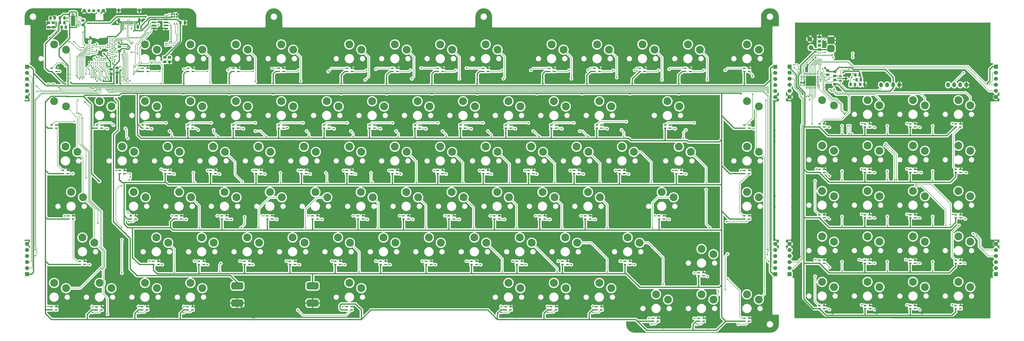
<source format=gbr>
%TF.GenerationSoftware,KiCad,Pcbnew,9.0.3*%
%TF.CreationDate,2026-01-06T15:55:55+03:00*%
%TF.ProjectId,Keyboard,4b657962-6f61-4726-942e-6b696361645f,rev?*%
%TF.SameCoordinates,Original*%
%TF.FileFunction,Copper,L1,Top*%
%TF.FilePolarity,Positive*%
%FSLAX46Y46*%
G04 Gerber Fmt 4.6, Leading zero omitted, Abs format (unit mm)*
G04 Created by KiCad (PCBNEW 9.0.3) date 2026-01-06 15:55:55*
%MOMM*%
%LPD*%
G01*
G04 APERTURE LIST*
G04 Aperture macros list*
%AMRoundRect*
0 Rectangle with rounded corners*
0 $1 Rounding radius*
0 $2 $3 $4 $5 $6 $7 $8 $9 X,Y pos of 4 corners*
0 Add a 4 corners polygon primitive as box body*
4,1,4,$2,$3,$4,$5,$6,$7,$8,$9,$2,$3,0*
0 Add four circle primitives for the rounded corners*
1,1,$1+$1,$2,$3*
1,1,$1+$1,$4,$5*
1,1,$1+$1,$6,$7*
1,1,$1+$1,$8,$9*
0 Add four rect primitives between the rounded corners*
20,1,$1+$1,$2,$3,$4,$5,0*
20,1,$1+$1,$4,$5,$6,$7,0*
20,1,$1+$1,$6,$7,$8,$9,0*
20,1,$1+$1,$8,$9,$2,$3,0*%
G04 Aperture macros list end*
%TA.AperFunction,ComponentPad*%
%ADD10O,1.600000X2.000000*%
%TD*%
%TA.AperFunction,SMDPad,CuDef*%
%ADD11RoundRect,0.250000X-0.475000X0.250000X-0.475000X-0.250000X0.475000X-0.250000X0.475000X0.250000X0*%
%TD*%
%TA.AperFunction,SMDPad,CuDef*%
%ADD12RoundRect,0.250000X0.475000X-0.250000X0.475000X0.250000X-0.475000X0.250000X-0.475000X-0.250000X0*%
%TD*%
%TA.AperFunction,SMDPad,CuDef*%
%ADD13RoundRect,0.250000X-0.250000X-0.475000X0.250000X-0.475000X0.250000X0.475000X-0.250000X0.475000X0*%
%TD*%
%TA.AperFunction,ComponentPad*%
%ADD14C,1.700000*%
%TD*%
%TA.AperFunction,ComponentPad*%
%ADD15R,1.700000X1.700000*%
%TD*%
%TA.AperFunction,SMDPad,CuDef*%
%ADD16R,1.000000X0.600000*%
%TD*%
%TA.AperFunction,SMDPad,CuDef*%
%ADD17RoundRect,0.150000X-0.512500X-0.150000X0.512500X-0.150000X0.512500X0.150000X-0.512500X0.150000X0*%
%TD*%
%TA.AperFunction,SMDPad,CuDef*%
%ADD18R,0.600000X1.450000*%
%TD*%
%TA.AperFunction,SMDPad,CuDef*%
%ADD19R,0.300000X1.450000*%
%TD*%
%TA.AperFunction,HeatsinkPad*%
%ADD20O,1.000000X2.100000*%
%TD*%
%TA.AperFunction,HeatsinkPad*%
%ADD21O,1.000000X1.600000*%
%TD*%
%TA.AperFunction,ComponentPad*%
%ADD22C,0.850000*%
%TD*%
%TA.AperFunction,ComponentPad*%
%ADD23R,0.850000X0.850000*%
%TD*%
%TA.AperFunction,SMDPad,CuDef*%
%ADD24RoundRect,0.250000X-0.262500X-0.450000X0.262500X-0.450000X0.262500X0.450000X-0.262500X0.450000X0*%
%TD*%
%TA.AperFunction,SMDPad,CuDef*%
%ADD25RoundRect,0.250000X0.262500X0.450000X-0.262500X0.450000X-0.262500X-0.450000X0.262500X-0.450000X0*%
%TD*%
%TA.AperFunction,SMDPad,CuDef*%
%ADD26RoundRect,0.250000X-0.450000X0.262500X-0.450000X-0.262500X0.450000X-0.262500X0.450000X0.262500X0*%
%TD*%
%TA.AperFunction,SMDPad,CuDef*%
%ADD27RoundRect,0.250000X0.450000X-0.262500X0.450000X0.262500X-0.450000X0.262500X-0.450000X-0.262500X0*%
%TD*%
%TA.AperFunction,ComponentPad*%
%ADD28C,3.300000*%
%TD*%
%TA.AperFunction,SMDPad,CuDef*%
%ADD29C,2.000000*%
%TD*%
%TA.AperFunction,SMDPad,CuDef*%
%ADD30R,1.750000X4.500001*%
%TD*%
%TA.AperFunction,SMDPad,CuDef*%
%ADD31R,0.804800X0.249200*%
%TD*%
%TA.AperFunction,SMDPad,CuDef*%
%ADD32RoundRect,0.150000X-0.825000X-0.150000X0.825000X-0.150000X0.825000X0.150000X-0.825000X0.150000X0*%
%TD*%
%TA.AperFunction,SMDPad,CuDef*%
%ADD33R,0.400000X0.600000*%
%TD*%
%TA.AperFunction,SMDPad,CuDef*%
%ADD34R,0.600000X0.400000*%
%TD*%
%TA.AperFunction,ComponentPad*%
%ADD35RoundRect,0.750000X-0.750000X-0.750000X0.750000X-0.750000X0.750000X0.750000X-0.750000X0.750000X0*%
%TD*%
%TA.AperFunction,SMDPad,CuDef*%
%ADD36RoundRect,0.075000X-0.075000X0.437500X-0.075000X-0.437500X0.075000X-0.437500X0.075000X0.437500X0*%
%TD*%
%TA.AperFunction,SMDPad,CuDef*%
%ADD37RoundRect,0.075000X-0.437500X0.075000X-0.437500X-0.075000X0.437500X-0.075000X0.437500X0.075000X0*%
%TD*%
%TA.AperFunction,HeatsinkPad*%
%ADD38R,4.250000X4.250000*%
%TD*%
%TA.AperFunction,ComponentPad*%
%ADD39RoundRect,0.750000X1.750000X0.750000X-1.750000X0.750000X-1.750000X-0.750000X1.750000X-0.750000X0*%
%TD*%
%TA.AperFunction,ComponentPad*%
%ADD40C,1.508000*%
%TD*%
%TA.AperFunction,ComponentPad*%
%ADD41C,1.308000*%
%TD*%
%TA.AperFunction,ViaPad*%
%ADD42C,0.600000*%
%TD*%
%TA.AperFunction,ViaPad*%
%ADD43C,0.800000*%
%TD*%
%TA.AperFunction,ViaPad*%
%ADD44C,0.500000*%
%TD*%
%TA.AperFunction,Conductor*%
%ADD45C,0.200000*%
%TD*%
%TA.AperFunction,Conductor*%
%ADD46C,0.500000*%
%TD*%
G04 APERTURE END LIST*
D10*
%TO.P,Brd11,2,VCC*%
%TO.N,K3V3*%
X392807669Y-32582235D03*
%TO.P,Brd11,1,GND*%
%TO.N,GND*%
X395347669Y-32582235D03*
%TO.P,Brd11,3,SCL*%
%TO.N,KSCL*%
X390267669Y-32582235D03*
%TO.P,Brd11,4,SDA*%
%TO.N,KSDA*%
X387727669Y-32582235D03*
%TD*%
%TO.P,Brd12,4,SDA*%
%TO.N,KSDA*%
X359607669Y-32582235D03*
%TO.P,Brd12,3,SCL*%
%TO.N,KSCL*%
X362147669Y-32582235D03*
%TO.P,Brd12,1,GND*%
%TO.N,GND*%
X367227669Y-32582235D03*
%TO.P,Brd12,2,VCC*%
%TO.N,K3V3*%
X364687669Y-32582235D03*
%TD*%
D11*
%TO.P,C1,2*%
%TO.N,GND*%
X36750000Y-27950000D03*
%TO.P,C1,1*%
%TO.N,Net-(U3-VDD)*%
X36750000Y-26050000D03*
%TD*%
%TO.P,C2,2*%
%TO.N,GND*%
X39250000Y-27450000D03*
%TO.P,C2,1*%
%TO.N,Net-(U3-VBUS)*%
X39250000Y-25550000D03*
%TD*%
D12*
%TO.P,C4,2*%
%TO.N,GND*%
X10500000Y-6550000D03*
%TO.P,C4,1*%
%TO.N,MVBAT*%
X10500000Y-8450000D03*
%TD*%
D13*
%TO.P,C7,2*%
%TO.N,GND*%
X67700000Y-6500000D03*
%TO.P,C7,1*%
%TO.N,MVBUS*%
X65800000Y-6500000D03*
%TD*%
D14*
%TO.P,Conn1,6,Pin_6*%
%TO.N,GND*%
X1500000Y-37700000D03*
%TO.P,Conn1,5,Pin_5*%
%TO.N,MID1*%
X1500000Y-35160000D03*
%TO.P,Conn1,4,Pin_4*%
%TO.N,MINT1*%
X1500000Y-32620000D03*
%TO.P,Conn1,3,Pin_3*%
%TO.N,MSDA*%
X1500000Y-30080000D03*
%TO.P,Conn1,2,Pin_2*%
%TO.N,MSCL*%
X1500000Y-27540000D03*
D15*
%TO.P,Conn1,1,Pin_1*%
%TO.N,MV_SW*%
X1500000Y-25000000D03*
%TD*%
D14*
%TO.P,Conn2,6,Pin_6*%
%TO.N,GND*%
X1500000Y-99300000D03*
%TO.P,Conn2,5,Pin_5*%
%TO.N,MID2*%
X1500000Y-101840000D03*
%TO.P,Conn2,4,Pin_4*%
%TO.N,MINT2*%
X1500000Y-104380000D03*
%TO.P,Conn2,3,Pin_3*%
%TO.N,MSDA*%
X1500000Y-106920000D03*
%TO.P,Conn2,2,Pin_2*%
%TO.N,MSCL*%
X1500000Y-109460000D03*
D15*
%TO.P,Conn2,1,Pin_1*%
%TO.N,MV_SW*%
X1500000Y-112000000D03*
%TD*%
D14*
%TO.P,Conn3,6,Pin_6*%
%TO.N,GND*%
X315250000Y-37700000D03*
%TO.P,Conn3,5,Pin_5*%
%TO.N,MID3*%
X315250000Y-35160000D03*
%TO.P,Conn3,4,Pin_4*%
%TO.N,MINT3*%
X315250000Y-32620000D03*
%TO.P,Conn3,3,Pin_3*%
%TO.N,MSDA*%
X315250000Y-30080000D03*
%TO.P,Conn3,2,Pin_2*%
%TO.N,MSCL*%
X315250000Y-27540000D03*
D15*
%TO.P,Conn3,1,Pin_1*%
%TO.N,MV_SW*%
X315250000Y-25000000D03*
%TD*%
D14*
%TO.P,Conn4,6,Pin_6*%
%TO.N,GND*%
X315250000Y-99300000D03*
%TO.P,Conn4,5,Pin_5*%
%TO.N,MID4*%
X315250000Y-101840000D03*
%TO.P,Conn4,4,Pin_4*%
%TO.N,MINT4*%
X315250000Y-104380000D03*
%TO.P,Conn4,3,Pin_3*%
%TO.N,MSDA*%
X315250000Y-106920000D03*
%TO.P,Conn4,2,Pin_2*%
%TO.N,MSCL*%
X315250000Y-109460000D03*
D15*
%TO.P,Conn4,1,Pin_1*%
%TO.N,MV_SW*%
X315250000Y-112000000D03*
%TD*%
D14*
%TO.P,Conn5,6,Pin_6*%
%TO.N,GND*%
X321227669Y-37682235D03*
%TO.P,Conn5,5,Pin_5*%
%TO.N,KID1*%
X321227669Y-35142235D03*
%TO.P,Conn5,4,Pin_4*%
%TO.N,KINT1*%
X321227669Y-32602235D03*
%TO.P,Conn5,3,Pin_3*%
%TO.N,KSDA*%
X321227669Y-30062235D03*
%TO.P,Conn5,2,Pin_2*%
%TO.N,KSCL*%
X321227669Y-27522235D03*
D15*
%TO.P,Conn5,1,Pin_1*%
%TO.N,KV_SW*%
X321227669Y-24982235D03*
%TD*%
%TO.P,Conn6,1,Pin_1*%
%TO.N,KV_SW*%
X321227669Y-111982235D03*
D14*
%TO.P,Conn6,2,Pin_2*%
%TO.N,KSCL*%
X321227669Y-109442235D03*
%TO.P,Conn6,3,Pin_3*%
%TO.N,KSDA*%
X321227669Y-106902235D03*
%TO.P,Conn6,4,Pin_4*%
%TO.N,KINT2*%
X321227669Y-104362235D03*
%TO.P,Conn6,5,Pin_5*%
%TO.N,KID2*%
X321227669Y-101822235D03*
%TO.P,Conn6,6,Pin_6*%
%TO.N,GND*%
X321227669Y-99282235D03*
%TD*%
D15*
%TO.P,Conn7,1,Pin_1*%
%TO.N,KV_SW*%
X407727669Y-24982235D03*
D14*
%TO.P,Conn7,2,Pin_2*%
%TO.N,KSCL*%
X407727669Y-27522235D03*
%TO.P,Conn7,3,Pin_3*%
%TO.N,KSDA*%
X407727669Y-30062235D03*
%TO.P,Conn7,4,Pin_4*%
%TO.N,KINT3*%
X407727669Y-32602235D03*
%TO.P,Conn7,5,Pin_5*%
%TO.N,KID3*%
X407727669Y-35142235D03*
%TO.P,Conn7,6,Pin_6*%
%TO.N,GND*%
X407727669Y-37682235D03*
%TD*%
D15*
%TO.P,Conn8,1,Pin_1*%
%TO.N,KV_SW*%
X407727669Y-111982235D03*
D14*
%TO.P,Conn8,2,Pin_2*%
%TO.N,KSCL*%
X407727669Y-109442235D03*
%TO.P,Conn8,3,Pin_3*%
%TO.N,KSDA*%
X407727669Y-106902235D03*
%TO.P,Conn8,4,Pin_4*%
%TO.N,KINT4*%
X407727669Y-104362235D03*
%TO.P,Conn8,5,Pin_5*%
%TO.N,KID4*%
X407727669Y-101822235D03*
%TO.P,Conn8,6,Pin_6*%
%TO.N,GND*%
X407727669Y-99282235D03*
%TD*%
D16*
%TO.P,D104,4,VDD*%
%TO.N,M5V*%
X11850000Y-26950000D03*
%TO.P,D104,3,DIN*%
%TO.N,MLEDs*%
X11850000Y-25650000D03*
%TO.P,D104,2,VSS*%
%TO.N,GND*%
X13850000Y-25650000D03*
%TO.P,D104,1,DOUT*%
%TO.N,Net-(D104-DOUT)*%
X13850000Y-26950000D03*
%TD*%
%TO.P,D105,4,VDD*%
%TO.N,M5V*%
X50050000Y-26950000D03*
%TO.P,D105,3,DIN*%
%TO.N,Net-(D104-DOUT)*%
X50050000Y-25650000D03*
%TO.P,D105,2,VSS*%
%TO.N,GND*%
X52050000Y-25650000D03*
%TO.P,D105,1,DOUT*%
%TO.N,Net-(D105-DOUT)*%
X52050000Y-26950000D03*
%TD*%
%TO.P,D106,4,VDD*%
%TO.N,M5V*%
X69050000Y-26950000D03*
%TO.P,D106,3,DIN*%
%TO.N,Net-(D105-DOUT)*%
X69050000Y-25650000D03*
%TO.P,D106,2,VSS*%
%TO.N,GND*%
X71050000Y-25650000D03*
%TO.P,D106,1,DOUT*%
%TO.N,Net-(D106-DOUT)*%
X71050000Y-26950000D03*
%TD*%
%TO.P,D107,4,VDD*%
%TO.N,M5V*%
X88050000Y-26950000D03*
%TO.P,D107,3,DIN*%
%TO.N,Net-(D106-DOUT)*%
X88050000Y-25650000D03*
%TO.P,D107,2,VSS*%
%TO.N,GND*%
X90050000Y-25650000D03*
%TO.P,D107,1,DOUT*%
%TO.N,Net-(D107-DOUT)*%
X90050000Y-26950000D03*
%TD*%
%TO.P,D108,4,VDD*%
%TO.N,M5V*%
X107050000Y-26950000D03*
%TO.P,D108,3,DIN*%
%TO.N,Net-(D107-DOUT)*%
X107050000Y-25650000D03*
%TO.P,D108,2,VSS*%
%TO.N,GND*%
X109050000Y-25650000D03*
%TO.P,D108,1,DOUT*%
%TO.N,Net-(D108-DOUT)*%
X109050000Y-26950000D03*
%TD*%
%TO.P,D109,4,VDD*%
%TO.N,M5V*%
X135750000Y-26950000D03*
%TO.P,D109,3,DIN*%
%TO.N,Net-(D108-DOUT)*%
X135750000Y-25650000D03*
%TO.P,D109,2,VSS*%
%TO.N,GND*%
X137750000Y-25650000D03*
%TO.P,D109,1,DOUT*%
%TO.N,Net-(D109-DOUT)*%
X137750000Y-26950000D03*
%TD*%
%TO.P,D110,4,VDD*%
%TO.N,M5V*%
X154750000Y-26950000D03*
%TO.P,D110,3,DIN*%
%TO.N,Net-(D109-DOUT)*%
X154750000Y-25650000D03*
%TO.P,D110,2,VSS*%
%TO.N,GND*%
X156750000Y-25650000D03*
%TO.P,D110,1,DOUT*%
%TO.N,Net-(D110-DOUT)*%
X156750000Y-26950000D03*
%TD*%
%TO.P,D111,4,VDD*%
%TO.N,M5V*%
X173750000Y-26950000D03*
%TO.P,D111,3,DIN*%
%TO.N,Net-(D110-DOUT)*%
X173750000Y-25650000D03*
%TO.P,D111,2,VSS*%
%TO.N,GND*%
X175750000Y-25650000D03*
%TO.P,D111,1,DOUT*%
%TO.N,Net-(D111-DOUT)*%
X175750000Y-26950000D03*
%TD*%
%TO.P,D112,4,VDD*%
%TO.N,M5V*%
X192750000Y-26950000D03*
%TO.P,D112,3,DIN*%
%TO.N,Net-(D111-DOUT)*%
X192750000Y-25650000D03*
%TO.P,D112,2,VSS*%
%TO.N,GND*%
X194750000Y-25650000D03*
%TO.P,D112,1,DOUT*%
%TO.N,Net-(D112-DOUT)*%
X194750000Y-26950000D03*
%TD*%
%TO.P,D113,4,VDD*%
%TO.N,M5V*%
X220450000Y-26950000D03*
%TO.P,D113,3,DIN*%
%TO.N,Net-(D112-DOUT)*%
X220450000Y-25650000D03*
%TO.P,D113,2,VSS*%
%TO.N,GND*%
X222450000Y-25650000D03*
%TO.P,D113,1,DOUT*%
%TO.N,Net-(D113-DOUT)*%
X222450000Y-26950000D03*
%TD*%
%TO.P,D114,4,VDD*%
%TO.N,M5V*%
X239450000Y-26950000D03*
%TO.P,D114,3,DIN*%
%TO.N,Net-(D113-DOUT)*%
X239450000Y-25650000D03*
%TO.P,D114,2,VSS*%
%TO.N,GND*%
X241450000Y-25650000D03*
%TO.P,D114,1,DOUT*%
%TO.N,Net-(D114-DOUT)*%
X241450000Y-26950000D03*
%TD*%
%TO.P,D115,4,VDD*%
%TO.N,M5V*%
X258450000Y-26950000D03*
%TO.P,D115,3,DIN*%
%TO.N,Net-(D114-DOUT)*%
X258450000Y-25650000D03*
%TO.P,D115,2,VSS*%
%TO.N,GND*%
X260450000Y-25650000D03*
%TO.P,D115,1,DOUT*%
%TO.N,Net-(D115-DOUT)*%
X260450000Y-26950000D03*
%TD*%
%TO.P,D116,4,VDD*%
%TO.N,M5V*%
X277450000Y-26950000D03*
%TO.P,D116,3,DIN*%
%TO.N,Net-(D115-DOUT)*%
X277450000Y-25650000D03*
%TO.P,D116,2,VSS*%
%TO.N,GND*%
X279450000Y-25650000D03*
%TO.P,D116,1,DOUT*%
%TO.N,Net-(D116-DOUT)*%
X279450000Y-26950000D03*
%TD*%
%TO.P,D117,4,VDD*%
%TO.N,M5V*%
X302250000Y-26950000D03*
%TO.P,D117,3,DIN*%
%TO.N,Net-(D116-DOUT)*%
X302250000Y-25650000D03*
%TO.P,D117,2,VSS*%
%TO.N,GND*%
X304250000Y-25650000D03*
%TO.P,D117,1,DOUT*%
%TO.N,Net-(D117-DOUT)*%
X304250000Y-26950000D03*
%TD*%
%TO.P,D118,4,VDD*%
%TO.N,M5V*%
X11750000Y-50750000D03*
%TO.P,D118,3,DIN*%
%TO.N,Net-(D118-DIN)*%
X11750000Y-49450000D03*
%TO.P,D118,2,VSS*%
%TO.N,GND*%
X13750000Y-49450000D03*
%TO.P,D118,1,DOUT*%
%TO.N,Net-(D118-DOUT)*%
X13750000Y-50750000D03*
%TD*%
%TO.P,D119,4,VDD*%
%TO.N,M5V*%
X30800000Y-50750000D03*
%TO.P,D119,3,DIN*%
%TO.N,Net-(D119-DIN)*%
X30800000Y-49450000D03*
%TO.P,D119,2,VSS*%
%TO.N,GND*%
X32800000Y-49450000D03*
%TO.P,D119,1,DOUT*%
%TO.N,Net-(D118-DIN)*%
X32800000Y-50750000D03*
%TD*%
%TO.P,D120,4,VDD*%
%TO.N,M5V*%
X49850000Y-50750000D03*
%TO.P,D120,3,DIN*%
%TO.N,Net-(D120-DIN)*%
X49850000Y-49450000D03*
%TO.P,D120,2,VSS*%
%TO.N,GND*%
X51850000Y-49450000D03*
%TO.P,D120,1,DOUT*%
%TO.N,Net-(D119-DIN)*%
X51850000Y-50750000D03*
%TD*%
%TO.P,D121,4,VDD*%
%TO.N,M5V*%
X68900000Y-50750000D03*
%TO.P,D121,3,DIN*%
%TO.N,Net-(D121-DIN)*%
X68900000Y-49450000D03*
%TO.P,D121,2,VSS*%
%TO.N,GND*%
X70900000Y-49450000D03*
%TO.P,D121,1,DOUT*%
%TO.N,Net-(D120-DIN)*%
X70900000Y-50750000D03*
%TD*%
%TO.P,D122,4,VDD*%
%TO.N,M5V*%
X87950000Y-50750000D03*
%TO.P,D122,3,DIN*%
%TO.N,Net-(D122-DIN)*%
X87950000Y-49450000D03*
%TO.P,D122,2,VSS*%
%TO.N,GND*%
X89950000Y-49450000D03*
%TO.P,D122,1,DOUT*%
%TO.N,Net-(D121-DIN)*%
X89950000Y-50750000D03*
%TD*%
%TO.P,D123,4,VDD*%
%TO.N,M5V*%
X107000000Y-50750000D03*
%TO.P,D123,3,DIN*%
%TO.N,Net-(D123-DIN)*%
X107000000Y-49450000D03*
%TO.P,D123,2,VSS*%
%TO.N,GND*%
X109000000Y-49450000D03*
%TO.P,D123,1,DOUT*%
%TO.N,Net-(D122-DIN)*%
X109000000Y-50750000D03*
%TD*%
%TO.P,D124,4,VDD*%
%TO.N,M5V*%
X126050000Y-50750000D03*
%TO.P,D124,3,DIN*%
%TO.N,Net-(D124-DIN)*%
X126050000Y-49450000D03*
%TO.P,D124,2,VSS*%
%TO.N,GND*%
X128050000Y-49450000D03*
%TO.P,D124,1,DOUT*%
%TO.N,Net-(D123-DIN)*%
X128050000Y-50750000D03*
%TD*%
%TO.P,D125,4,VDD*%
%TO.N,M5V*%
X145100000Y-50750000D03*
%TO.P,D125,3,DIN*%
%TO.N,Net-(D125-DIN)*%
X145100000Y-49450000D03*
%TO.P,D125,2,VSS*%
%TO.N,GND*%
X147100000Y-49450000D03*
%TO.P,D125,1,DOUT*%
%TO.N,Net-(D124-DIN)*%
X147100000Y-50750000D03*
%TD*%
%TO.P,D126,4,VDD*%
%TO.N,M5V*%
X164150000Y-50750000D03*
%TO.P,D126,3,DIN*%
%TO.N,Net-(D126-DIN)*%
X164150000Y-49450000D03*
%TO.P,D126,2,VSS*%
%TO.N,GND*%
X166150000Y-49450000D03*
%TO.P,D126,1,DOUT*%
%TO.N,Net-(D125-DIN)*%
X166150000Y-50750000D03*
%TD*%
%TO.P,D127,4,VDD*%
%TO.N,M5V*%
X183200000Y-50750000D03*
%TO.P,D127,3,DIN*%
%TO.N,Net-(D127-DIN)*%
X183200000Y-49450000D03*
%TO.P,D127,2,VSS*%
%TO.N,GND*%
X185200000Y-49450000D03*
%TO.P,D127,1,DOUT*%
%TO.N,Net-(D126-DIN)*%
X185200000Y-50750000D03*
%TD*%
%TO.P,D128,4,VDD*%
%TO.N,M5V*%
X202250000Y-50750000D03*
%TO.P,D128,3,DIN*%
%TO.N,Net-(D128-DIN)*%
X202250000Y-49450000D03*
%TO.P,D128,2,VSS*%
%TO.N,GND*%
X204250000Y-49450000D03*
%TO.P,D128,1,DOUT*%
%TO.N,Net-(D127-DIN)*%
X204250000Y-50750000D03*
%TD*%
%TO.P,D129,4,VDD*%
%TO.N,M5V*%
X221300000Y-50750000D03*
%TO.P,D129,3,DIN*%
%TO.N,Net-(D129-DIN)*%
X221300000Y-49450000D03*
%TO.P,D129,2,VSS*%
%TO.N,GND*%
X223300000Y-49450000D03*
%TO.P,D129,1,DOUT*%
%TO.N,Net-(D128-DIN)*%
X223300000Y-50750000D03*
%TD*%
%TO.P,D130,4,VDD*%
%TO.N,M5V*%
X240350000Y-50750000D03*
%TO.P,D130,3,DIN*%
%TO.N,Net-(D130-DIN)*%
X240350000Y-49450000D03*
%TO.P,D130,2,VSS*%
%TO.N,GND*%
X242350000Y-49450000D03*
%TO.P,D130,1,DOUT*%
%TO.N,Net-(D129-DIN)*%
X242350000Y-50750000D03*
%TD*%
%TO.P,D131,4,VDD*%
%TO.N,M5V*%
X269050000Y-50750000D03*
%TO.P,D131,3,DIN*%
%TO.N,Net-(D131-DIN)*%
X269050000Y-49450000D03*
%TO.P,D131,2,VSS*%
%TO.N,GND*%
X271050000Y-49450000D03*
%TO.P,D131,1,DOUT*%
%TO.N,Net-(D130-DIN)*%
X271050000Y-50750000D03*
%TD*%
%TO.P,D132,1,DOUT*%
%TO.N,Net-(D131-DIN)*%
X304250000Y-50750000D03*
%TO.P,D132,2,VSS*%
%TO.N,GND*%
X304250000Y-49450000D03*
%TO.P,D132,3,DIN*%
%TO.N,Net-(D117-DOUT)*%
X302250000Y-49450000D03*
%TO.P,D132,4,VDD*%
%TO.N,M5V*%
X302250000Y-50750000D03*
%TD*%
%TO.P,D133,4,VDD*%
%TO.N,M5V*%
X16550000Y-69800000D03*
%TO.P,D133,3,DIN*%
%TO.N,Net-(D118-DOUT)*%
X16550000Y-68500000D03*
%TO.P,D133,2,VSS*%
%TO.N,GND*%
X18550000Y-68500000D03*
%TO.P,D133,1,DOUT*%
%TO.N,Net-(D133-DOUT)*%
X18550000Y-69800000D03*
%TD*%
%TO.P,D134,4,VDD*%
%TO.N,M5V*%
X40350000Y-69800000D03*
%TO.P,D134,3,DIN*%
%TO.N,Net-(D133-DOUT)*%
X40350000Y-68500000D03*
%TO.P,D134,2,VSS*%
%TO.N,GND*%
X42350000Y-68500000D03*
%TO.P,D134,1,DOUT*%
%TO.N,Net-(D134-DOUT)*%
X42350000Y-69800000D03*
%TD*%
%TO.P,D135,4,VDD*%
%TO.N,M5V*%
X59400000Y-69800000D03*
%TO.P,D135,3,DIN*%
%TO.N,Net-(D134-DOUT)*%
X59400000Y-68500000D03*
%TO.P,D135,2,VSS*%
%TO.N,GND*%
X61400000Y-68500000D03*
%TO.P,D135,1,DOUT*%
%TO.N,Net-(D135-DOUT)*%
X61400000Y-69800000D03*
%TD*%
%TO.P,D136,4,VDD*%
%TO.N,M5V*%
X78450000Y-69800000D03*
%TO.P,D136,3,DIN*%
%TO.N,Net-(D135-DOUT)*%
X78450000Y-68500000D03*
%TO.P,D136,2,VSS*%
%TO.N,GND*%
X80450000Y-68500000D03*
%TO.P,D136,1,DOUT*%
%TO.N,Net-(D136-DOUT)*%
X80450000Y-69800000D03*
%TD*%
%TO.P,D137,4,VDD*%
%TO.N,M5V*%
X97500000Y-69800000D03*
%TO.P,D137,3,DIN*%
%TO.N,Net-(D136-DOUT)*%
X97500000Y-68500000D03*
%TO.P,D137,2,VSS*%
%TO.N,GND*%
X99500000Y-68500000D03*
%TO.P,D137,1,DOUT*%
%TO.N,Net-(D137-DOUT)*%
X99500000Y-69800000D03*
%TD*%
%TO.P,D138,4,VDD*%
%TO.N,M5V*%
X116550000Y-69800000D03*
%TO.P,D138,3,DIN*%
%TO.N,Net-(D137-DOUT)*%
X116550000Y-68500000D03*
%TO.P,D138,2,VSS*%
%TO.N,GND*%
X118550000Y-68500000D03*
%TO.P,D138,1,DOUT*%
%TO.N,Net-(D138-DOUT)*%
X118550000Y-69800000D03*
%TD*%
%TO.P,D139,4,VDD*%
%TO.N,M5V*%
X135600000Y-69800000D03*
%TO.P,D139,3,DIN*%
%TO.N,Net-(D138-DOUT)*%
X135600000Y-68500000D03*
%TO.P,D139,2,VSS*%
%TO.N,GND*%
X137600000Y-68500000D03*
%TO.P,D139,1,DOUT*%
%TO.N,Net-(D139-DOUT)*%
X137600000Y-69800000D03*
%TD*%
%TO.P,D140,4,VDD*%
%TO.N,M5V*%
X154650000Y-69800000D03*
%TO.P,D140,3,DIN*%
%TO.N,Net-(D139-DOUT)*%
X154650000Y-68500000D03*
%TO.P,D140,2,VSS*%
%TO.N,GND*%
X156650000Y-68500000D03*
%TO.P,D140,1,DOUT*%
%TO.N,Net-(D140-DOUT)*%
X156650000Y-69800000D03*
%TD*%
%TO.P,D141,4,VDD*%
%TO.N,M5V*%
X173700000Y-69800000D03*
%TO.P,D141,3,DIN*%
%TO.N,Net-(D140-DOUT)*%
X173700000Y-68500000D03*
%TO.P,D141,2,VSS*%
%TO.N,GND*%
X175700000Y-68500000D03*
%TO.P,D141,1,DOUT*%
%TO.N,Net-(D141-DOUT)*%
X175700000Y-69800000D03*
%TD*%
%TO.P,D142,4,VDD*%
%TO.N,M5V*%
X192750000Y-69800000D03*
%TO.P,D142,3,DIN*%
%TO.N,Net-(D141-DOUT)*%
X192750000Y-68500000D03*
%TO.P,D142,2,VSS*%
%TO.N,GND*%
X194750000Y-68500000D03*
%TO.P,D142,1,DOUT*%
%TO.N,Net-(D142-DOUT)*%
X194750000Y-69800000D03*
%TD*%
%TO.P,D143,4,VDD*%
%TO.N,M5V*%
X211800000Y-69800000D03*
%TO.P,D143,3,DIN*%
%TO.N,Net-(D142-DOUT)*%
X211800000Y-68500000D03*
%TO.P,D143,2,VSS*%
%TO.N,GND*%
X213800000Y-68500000D03*
%TO.P,D143,1,DOUT*%
%TO.N,Net-(D143-DOUT)*%
X213800000Y-69800000D03*
%TD*%
%TO.P,D144,4,VDD*%
%TO.N,M5V*%
X230850000Y-69800000D03*
%TO.P,D144,3,DIN*%
%TO.N,Net-(D143-DOUT)*%
X230850000Y-68500000D03*
%TO.P,D144,2,VSS*%
%TO.N,GND*%
X232850000Y-68500000D03*
%TO.P,D144,1,DOUT*%
%TO.N,Net-(D144-DOUT)*%
X232850000Y-69800000D03*
%TD*%
%TO.P,D145,4,VDD*%
%TO.N,M5V*%
X249900000Y-69800000D03*
%TO.P,D145,3,DIN*%
%TO.N,Net-(D144-DOUT)*%
X249900000Y-68500000D03*
%TO.P,D145,2,VSS*%
%TO.N,GND*%
X251900000Y-68500000D03*
%TO.P,D145,1,DOUT*%
%TO.N,Net-(D145-DOUT)*%
X251900000Y-69800000D03*
%TD*%
%TO.P,D146,4,VDD*%
%TO.N,M5V*%
X273750000Y-69800000D03*
%TO.P,D146,3,DIN*%
%TO.N,Net-(D145-DOUT)*%
X273750000Y-68500000D03*
%TO.P,D146,2,VSS*%
%TO.N,GND*%
X275750000Y-68500000D03*
%TO.P,D146,1,DOUT*%
%TO.N,Net-(D146-DOUT)*%
X275750000Y-69800000D03*
%TD*%
%TO.P,D147,4,VDD*%
%TO.N,M5V*%
X302250000Y-69800000D03*
%TO.P,D147,3,DIN*%
%TO.N,Net-(D146-DOUT)*%
X302250000Y-68500000D03*
%TO.P,D147,2,VSS*%
%TO.N,GND*%
X304250000Y-68500000D03*
%TO.P,D147,1,DOUT*%
%TO.N,Net-(D147-DOUT)*%
X304250000Y-69800000D03*
%TD*%
%TO.P,D148,4,VDD*%
%TO.N,M5V*%
X18850000Y-88850000D03*
%TO.P,D148,3,DIN*%
%TO.N,Net-(D148-DIN)*%
X18850000Y-87550000D03*
%TO.P,D148,2,VSS*%
%TO.N,GND*%
X20850000Y-87550000D03*
%TO.P,D148,1,DOUT*%
%TO.N,Net-(D148-DOUT)*%
X20850000Y-88850000D03*
%TD*%
%TO.P,D149,4,VDD*%
%TO.N,M5V*%
X45050000Y-88850000D03*
%TO.P,D149,3,DIN*%
%TO.N,Net-(D149-DIN)*%
X45050000Y-87550000D03*
%TO.P,D149,2,VSS*%
%TO.N,GND*%
X47050000Y-87550000D03*
%TO.P,D149,1,DOUT*%
%TO.N,Net-(D148-DIN)*%
X47050000Y-88850000D03*
%TD*%
%TO.P,D150,4,VDD*%
%TO.N,M5V*%
X64150000Y-88850000D03*
%TO.P,D150,3,DIN*%
%TO.N,Net-(D150-DIN)*%
X64150000Y-87550000D03*
%TO.P,D150,2,VSS*%
%TO.N,GND*%
X66150000Y-87550000D03*
%TO.P,D150,1,DOUT*%
%TO.N,Net-(D149-DIN)*%
X66150000Y-88850000D03*
%TD*%
%TO.P,D151,4,VDD*%
%TO.N,M5V*%
X83200000Y-88850000D03*
%TO.P,D151,3,DIN*%
%TO.N,Net-(D151-DIN)*%
X83200000Y-87550000D03*
%TO.P,D151,2,VSS*%
%TO.N,GND*%
X85200000Y-87550000D03*
%TO.P,D151,1,DOUT*%
%TO.N,Net-(D150-DIN)*%
X85200000Y-88850000D03*
%TD*%
%TO.P,D152,4,VDD*%
%TO.N,M5V*%
X102250000Y-88850000D03*
%TO.P,D152,3,DIN*%
%TO.N,Net-(D152-DIN)*%
X102250000Y-87550000D03*
%TO.P,D152,2,VSS*%
%TO.N,GND*%
X104250000Y-87550000D03*
%TO.P,D152,1,DOUT*%
%TO.N,Net-(D151-DIN)*%
X104250000Y-88850000D03*
%TD*%
%TO.P,D153,4,VDD*%
%TO.N,M5V*%
X121250000Y-88850000D03*
%TO.P,D153,3,DIN*%
%TO.N,Net-(D153-DIN)*%
X121250000Y-87550000D03*
%TO.P,D153,2,VSS*%
%TO.N,GND*%
X123250000Y-87550000D03*
%TO.P,D153,1,DOUT*%
%TO.N,Net-(D152-DIN)*%
X123250000Y-88850000D03*
%TD*%
%TO.P,D154,4,VDD*%
%TO.N,M5V*%
X140300000Y-88850000D03*
%TO.P,D154,3,DIN*%
%TO.N,Net-(D154-DIN)*%
X140300000Y-87550000D03*
%TO.P,D154,2,VSS*%
%TO.N,GND*%
X142300000Y-87550000D03*
%TO.P,D154,1,DOUT*%
%TO.N,Net-(D153-DIN)*%
X142300000Y-88850000D03*
%TD*%
%TO.P,D155,4,VDD*%
%TO.N,M5V*%
X159350000Y-88850000D03*
%TO.P,D155,3,DIN*%
%TO.N,Net-(D155-DIN)*%
X159350000Y-87550000D03*
%TO.P,D155,2,VSS*%
%TO.N,GND*%
X161350000Y-87550000D03*
%TO.P,D155,1,DOUT*%
%TO.N,Net-(D154-DIN)*%
X161350000Y-88850000D03*
%TD*%
%TO.P,D156,4,VDD*%
%TO.N,M5V*%
X178400000Y-88850000D03*
%TO.P,D156,3,DIN*%
%TO.N,Net-(D156-DIN)*%
X178400000Y-87550000D03*
%TO.P,D156,2,VSS*%
%TO.N,GND*%
X180400000Y-87550000D03*
%TO.P,D156,1,DOUT*%
%TO.N,Net-(D155-DIN)*%
X180400000Y-88850000D03*
%TD*%
%TO.P,D157,4,VDD*%
%TO.N,M5V*%
X197450000Y-88850000D03*
%TO.P,D157,3,DIN*%
%TO.N,Net-(D157-DIN)*%
X197450000Y-87550000D03*
%TO.P,D157,2,VSS*%
%TO.N,GND*%
X199450000Y-87550000D03*
%TO.P,D157,1,DOUT*%
%TO.N,Net-(D156-DIN)*%
X199450000Y-88850000D03*
%TD*%
%TO.P,D158,4,VDD*%
%TO.N,M5V*%
X216500000Y-88850000D03*
%TO.P,D158,3,DIN*%
%TO.N,Net-(D158-DIN)*%
X216500000Y-87550000D03*
%TO.P,D158,2,VSS*%
%TO.N,GND*%
X218500000Y-87550000D03*
%TO.P,D158,1,DOUT*%
%TO.N,Net-(D157-DIN)*%
X218500000Y-88850000D03*
%TD*%
%TO.P,D159,4,VDD*%
%TO.N,M5V*%
X235550000Y-88850000D03*
%TO.P,D159,3,DIN*%
%TO.N,Net-(D159-DIN)*%
X235550000Y-87550000D03*
%TO.P,D159,2,VSS*%
%TO.N,GND*%
X237550000Y-87550000D03*
%TO.P,D159,1,DOUT*%
%TO.N,Net-(D158-DIN)*%
X237550000Y-88850000D03*
%TD*%
%TO.P,D160,4,VDD*%
%TO.N,M5V*%
X266550000Y-88850000D03*
%TO.P,D160,3,DIN*%
%TO.N,Net-(D160-DIN)*%
X266550000Y-87550000D03*
%TO.P,D160,2,VSS*%
%TO.N,GND*%
X268550000Y-87550000D03*
%TO.P,D160,1,DOUT*%
%TO.N,Net-(D159-DIN)*%
X268550000Y-88850000D03*
%TD*%
%TO.P,D161,4,VDD*%
%TO.N,M5V*%
X302250000Y-88850000D03*
%TO.P,D161,3,DIN*%
%TO.N,Net-(D147-DOUT)*%
X302250000Y-87550000D03*
%TO.P,D161,2,VSS*%
%TO.N,GND*%
X304250000Y-87550000D03*
%TO.P,D161,1,DOUT*%
%TO.N,Net-(D160-DIN)*%
X304250000Y-88850000D03*
%TD*%
%TO.P,D162,4,VDD*%
%TO.N,M5V*%
X23600000Y-107900000D03*
%TO.P,D162,3,DIN*%
%TO.N,Net-(D148-DOUT)*%
X23600000Y-106600000D03*
%TO.P,D162,2,VSS*%
%TO.N,GND*%
X25600000Y-106600000D03*
%TO.P,D162,1,DOUT*%
%TO.N,Net-(D162-DOUT)*%
X25600000Y-107900000D03*
%TD*%
%TO.P,D163,4,VDD*%
%TO.N,M5V*%
X54550000Y-107900000D03*
%TO.P,D163,3,DIN*%
%TO.N,Net-(D162-DOUT)*%
X54550000Y-106600000D03*
%TO.P,D163,2,VSS*%
%TO.N,GND*%
X56550000Y-106600000D03*
%TO.P,D163,1,DOUT*%
%TO.N,Net-(D163-DOUT)*%
X56550000Y-107900000D03*
%TD*%
%TO.P,D164,4,VDD*%
%TO.N,M5V*%
X73550000Y-107900000D03*
%TO.P,D164,3,DIN*%
%TO.N,Net-(D163-DOUT)*%
X73550000Y-106600000D03*
%TO.P,D164,2,VSS*%
%TO.N,GND*%
X75550000Y-106600000D03*
%TO.P,D164,1,DOUT*%
%TO.N,Net-(D164-DOUT)*%
X75550000Y-107900000D03*
%TD*%
%TO.P,D165,4,VDD*%
%TO.N,M5V*%
X92750000Y-107900000D03*
%TO.P,D165,3,DIN*%
%TO.N,Net-(D164-DOUT)*%
X92750000Y-106600000D03*
%TO.P,D165,2,VSS*%
%TO.N,GND*%
X94750000Y-106600000D03*
%TO.P,D165,1,DOUT*%
%TO.N,Net-(D165-DOUT)*%
X94750000Y-107900000D03*
%TD*%
%TO.P,D166,4,VDD*%
%TO.N,M5V*%
X111750000Y-107900000D03*
%TO.P,D166,3,DIN*%
%TO.N,Net-(D165-DOUT)*%
X111750000Y-106600000D03*
%TO.P,D166,2,VSS*%
%TO.N,GND*%
X113750000Y-106600000D03*
%TO.P,D166,1,DOUT*%
%TO.N,Net-(D166-DOUT)*%
X113750000Y-107900000D03*
%TD*%
%TO.P,D167,4,VDD*%
%TO.N,M5V*%
X130750000Y-107900000D03*
%TO.P,D167,3,DIN*%
%TO.N,Net-(D166-DOUT)*%
X130750000Y-106600000D03*
%TO.P,D167,2,VSS*%
%TO.N,GND*%
X132750000Y-106600000D03*
%TO.P,D167,1,DOUT*%
%TO.N,Net-(D167-DOUT)*%
X132750000Y-107900000D03*
%TD*%
%TO.P,D168,4,VDD*%
%TO.N,M5V*%
X149800000Y-107900000D03*
%TO.P,D168,3,DIN*%
%TO.N,Net-(D167-DOUT)*%
X149800000Y-106600000D03*
%TO.P,D168,2,VSS*%
%TO.N,GND*%
X151800000Y-106600000D03*
%TO.P,D168,1,DOUT*%
%TO.N,Net-(D168-DOUT)*%
X151800000Y-107900000D03*
%TD*%
%TO.P,D169,4,VDD*%
%TO.N,M5V*%
X168850000Y-107900000D03*
%TO.P,D169,3,DIN*%
%TO.N,Net-(D168-DOUT)*%
X168850000Y-106600000D03*
%TO.P,D169,2,VSS*%
%TO.N,GND*%
X170850000Y-106600000D03*
%TO.P,D169,1,DOUT*%
%TO.N,Net-(D169-DOUT)*%
X170850000Y-107900000D03*
%TD*%
%TO.P,D170,4,VDD*%
%TO.N,M5V*%
X187900000Y-107900000D03*
%TO.P,D170,3,DIN*%
%TO.N,Net-(D169-DOUT)*%
X187900000Y-106600000D03*
%TO.P,D170,2,VSS*%
%TO.N,GND*%
X189900000Y-106600000D03*
%TO.P,D170,1,DOUT*%
%TO.N,Net-(D170-DOUT)*%
X189900000Y-107900000D03*
%TD*%
%TO.P,D171,4,VDD*%
%TO.N,M5V*%
X206950000Y-107900000D03*
%TO.P,D171,3,DIN*%
%TO.N,Net-(D170-DOUT)*%
X206950000Y-106600000D03*
%TO.P,D171,2,VSS*%
%TO.N,GND*%
X208950000Y-106600000D03*
%TO.P,D171,1,DOUT*%
%TO.N,Net-(D171-DOUT)*%
X208950000Y-107900000D03*
%TD*%
%TO.P,D172,4,VDD*%
%TO.N,M5V*%
X226000000Y-107900000D03*
%TO.P,D172,3,DIN*%
%TO.N,Net-(D171-DOUT)*%
X226000000Y-106600000D03*
%TO.P,D172,2,VSS*%
%TO.N,GND*%
X228000000Y-106600000D03*
%TO.P,D172,1,DOUT*%
%TO.N,Net-(D172-DOUT)*%
X228000000Y-107900000D03*
%TD*%
%TO.P,D173,4,VDD*%
%TO.N,M5V*%
X252250000Y-107900000D03*
%TO.P,D173,3,DIN*%
%TO.N,Net-(D172-DOUT)*%
X252250000Y-106600000D03*
%TO.P,D173,2,VSS*%
%TO.N,GND*%
X254250000Y-106600000D03*
%TO.P,D173,1,DOUT*%
%TO.N,Net-(D173-DOUT)*%
X254250000Y-107900000D03*
%TD*%
%TO.P,D174,4,VDD*%
%TO.N,M5V*%
X283100000Y-112650000D03*
%TO.P,D174,3,DIN*%
%TO.N,Net-(D173-DOUT)*%
X283100000Y-111350000D03*
%TO.P,D174,2,VSS*%
%TO.N,GND*%
X285100000Y-111350000D03*
%TO.P,D174,1,DOUT*%
%TO.N,Net-(D174-DOUT)*%
X285100000Y-112650000D03*
%TD*%
%TO.P,D175,4,VDD*%
%TO.N,M5V*%
X11750000Y-126950000D03*
%TO.P,D175,3,DIN*%
%TO.N,Net-(D175-DIN)*%
X11750000Y-125650000D03*
%TO.P,D175,2,VSS*%
%TO.N,GND*%
X13750000Y-125650000D03*
%TO.P,D175,1,DOUT*%
%TO.N,unconnected-(D175-DOUT-Pad1)*%
X13750000Y-126950000D03*
%TD*%
%TO.P,D176,4,VDD*%
%TO.N,M5V*%
X30750000Y-127000000D03*
%TO.P,D176,3,DIN*%
%TO.N,Net-(D176-DIN)*%
X30750000Y-125700000D03*
%TO.P,D176,2,VSS*%
%TO.N,GND*%
X32750000Y-125700000D03*
%TO.P,D176,1,DOUT*%
%TO.N,Net-(D175-DIN)*%
X32750000Y-127000000D03*
%TD*%
%TO.P,D177,4,VDD*%
%TO.N,M5V*%
X49800000Y-126950000D03*
%TO.P,D177,3,DIN*%
%TO.N,Net-(D177-DIN)*%
X49800000Y-125650000D03*
%TO.P,D177,2,VSS*%
%TO.N,GND*%
X51800000Y-125650000D03*
%TO.P,D177,1,DOUT*%
%TO.N,Net-(D176-DIN)*%
X51800000Y-126950000D03*
%TD*%
%TO.P,D178,4,VDD*%
%TO.N,M5V*%
X68850000Y-126950000D03*
%TO.P,D178,3,DIN*%
%TO.N,Net-(D178-DIN)*%
X68850000Y-125650000D03*
%TO.P,D178,2,VSS*%
%TO.N,GND*%
X70850000Y-125650000D03*
%TO.P,D178,1,DOUT*%
%TO.N,Net-(D177-DIN)*%
X70850000Y-126950000D03*
%TD*%
%TO.P,D179,4,VDD*%
%TO.N,M5V*%
X135550000Y-126950000D03*
%TO.P,D179,3,DIN*%
%TO.N,Net-(D179-DIN)*%
X135550000Y-125650000D03*
%TO.P,D179,2,VSS*%
%TO.N,GND*%
X137550000Y-125650000D03*
%TO.P,D179,1,DOUT*%
%TO.N,Net-(D178-DIN)*%
X137550000Y-126950000D03*
%TD*%
%TO.P,D180,4,VDD*%
%TO.N,M5V*%
X202250000Y-126950000D03*
%TO.P,D180,3,DIN*%
%TO.N,Net-(D180-DIN)*%
X202250000Y-125650000D03*
%TO.P,D180,2,VSS*%
%TO.N,GND*%
X204250000Y-125650000D03*
%TO.P,D180,1,DOUT*%
%TO.N,Net-(D179-DIN)*%
X204250000Y-126950000D03*
%TD*%
%TO.P,D181,4,VDD*%
%TO.N,M5V*%
X221250000Y-126950000D03*
%TO.P,D181,3,DIN*%
%TO.N,Net-(D181-DIN)*%
X221250000Y-125650000D03*
%TO.P,D181,2,VSS*%
%TO.N,GND*%
X223250000Y-125650000D03*
%TO.P,D181,1,DOUT*%
%TO.N,Net-(D180-DIN)*%
X223250000Y-126950000D03*
%TD*%
%TO.P,D182,4,VDD*%
%TO.N,M5V*%
X240300000Y-126950000D03*
%TO.P,D182,3,DIN*%
%TO.N,Net-(D182-DIN)*%
X240300000Y-125650000D03*
%TO.P,D182,2,VSS*%
%TO.N,GND*%
X242300000Y-125650000D03*
%TO.P,D182,1,DOUT*%
%TO.N,Net-(D181-DIN)*%
X242300000Y-126950000D03*
%TD*%
%TO.P,D183,4,VDD*%
%TO.N,M5V*%
X264050000Y-131700000D03*
%TO.P,D183,3,DIN*%
%TO.N,Net-(D183-DIN)*%
X264050000Y-130400000D03*
%TO.P,D183,2,VSS*%
%TO.N,GND*%
X266050000Y-130400000D03*
%TO.P,D183,1,DOUT*%
%TO.N,Net-(D182-DIN)*%
X266050000Y-131700000D03*
%TD*%
%TO.P,D184,4,VDD*%
%TO.N,M5V*%
X283200000Y-131700000D03*
%TO.P,D184,3,DIN*%
%TO.N,Net-(D184-DIN)*%
X283200000Y-130400000D03*
%TO.P,D184,2,VSS*%
%TO.N,GND*%
X285200000Y-130400000D03*
%TO.P,D184,1,DOUT*%
%TO.N,Net-(D183-DIN)*%
X285200000Y-131700000D03*
%TD*%
%TO.P,D185,4,VDD*%
%TO.N,M5V*%
X302250000Y-131700000D03*
%TO.P,D185,3,DIN*%
%TO.N,Net-(D174-DOUT)*%
X302250000Y-130400000D03*
%TO.P,D185,2,VSS*%
%TO.N,GND*%
X304250000Y-130400000D03*
%TO.P,D185,1,DOUT*%
%TO.N,Net-(D184-DIN)*%
X304250000Y-131700000D03*
%TD*%
%TO.P,D186,1,DOUT*%
%TO.N,Net-(D186-DOUT)*%
X335722669Y-50259735D03*
%TO.P,D186,2,VSS*%
%TO.N,GND*%
X335722669Y-48959735D03*
%TO.P,D186,3,DIN*%
%TO.N,KLEDs*%
X333722669Y-48959735D03*
%TO.P,D186,4,VDD*%
%TO.N,M5V*%
X333722669Y-50259735D03*
%TD*%
%TO.P,D187,4,VDD*%
%TO.N,M5V*%
X352772669Y-50259735D03*
%TO.P,D187,3,DIN*%
%TO.N,Net-(D186-DOUT)*%
X352772669Y-48959735D03*
%TO.P,D187,2,VSS*%
%TO.N,GND*%
X354772669Y-48959735D03*
%TO.P,D187,1,DOUT*%
%TO.N,Net-(D187-DOUT)*%
X354772669Y-50259735D03*
%TD*%
%TO.P,D188,4,VDD*%
%TO.N,M5V*%
X371822669Y-50259735D03*
%TO.P,D188,3,DIN*%
%TO.N,Net-(D187-DOUT)*%
X371822669Y-48959735D03*
%TO.P,D188,2,VSS*%
%TO.N,GND*%
X373822669Y-48959735D03*
%TO.P,D188,1,DOUT*%
%TO.N,Net-(D188-DOUT)*%
X373822669Y-50259735D03*
%TD*%
%TO.P,D189,4,VDD*%
%TO.N,M5V*%
X390872669Y-50259735D03*
%TO.P,D189,3,DIN*%
%TO.N,Net-(D188-DOUT)*%
X390872669Y-48959735D03*
%TO.P,D189,2,VSS*%
%TO.N,GND*%
X392872669Y-48959735D03*
%TO.P,D189,1,DOUT*%
%TO.N,Net-(D189-DOUT)*%
X392872669Y-50259735D03*
%TD*%
%TO.P,D190,4,VDD*%
%TO.N,M5V*%
X333722669Y-69309735D03*
%TO.P,D190,3,DIN*%
%TO.N,Net-(D190-DIN)*%
X333722669Y-68009735D03*
%TO.P,D190,2,VSS*%
%TO.N,GND*%
X335722669Y-68009735D03*
%TO.P,D190,1,DOUT*%
%TO.N,Net-(D190-DOUT)*%
X335722669Y-69309735D03*
%TD*%
%TO.P,D191,4,VDD*%
%TO.N,M5V*%
X352772669Y-69309735D03*
%TO.P,D191,3,DIN*%
%TO.N,Net-(D191-DIN)*%
X352772669Y-68009735D03*
%TO.P,D191,2,VSS*%
%TO.N,GND*%
X354772669Y-68009735D03*
%TO.P,D191,1,DOUT*%
%TO.N,Net-(D190-DIN)*%
X354772669Y-69309735D03*
%TD*%
%TO.P,D192,4,VDD*%
%TO.N,M5V*%
X371822669Y-69309735D03*
%TO.P,D192,3,DIN*%
%TO.N,Net-(D192-DIN)*%
X371822669Y-68009735D03*
%TO.P,D192,2,VSS*%
%TO.N,GND*%
X373822669Y-68009735D03*
%TO.P,D192,1,DOUT*%
%TO.N,Net-(D191-DIN)*%
X373822669Y-69309735D03*
%TD*%
%TO.P,D193,4,VDD*%
%TO.N,M5V*%
X390872669Y-69309735D03*
%TO.P,D193,3,DIN*%
%TO.N,Net-(D189-DOUT)*%
X390872669Y-68009735D03*
%TO.P,D193,2,VSS*%
%TO.N,GND*%
X392872669Y-68009735D03*
%TO.P,D193,1,DOUT*%
%TO.N,Net-(D192-DIN)*%
X392872669Y-69309735D03*
%TD*%
%TO.P,D194,4,VDD*%
%TO.N,M5V*%
X333722669Y-88359735D03*
%TO.P,D194,3,DIN*%
%TO.N,Net-(D190-DOUT)*%
X333722669Y-87059735D03*
%TO.P,D194,2,VSS*%
%TO.N,GND*%
X335722669Y-87059735D03*
%TO.P,D194,1,DOUT*%
%TO.N,Net-(D194-DOUT)*%
X335722669Y-88359735D03*
%TD*%
%TO.P,D195,4,VDD*%
%TO.N,M5V*%
X352772669Y-88359735D03*
%TO.P,D195,3,DIN*%
%TO.N,Net-(D194-DOUT)*%
X352772669Y-87059735D03*
%TO.P,D195,2,VSS*%
%TO.N,GND*%
X354772669Y-87059735D03*
%TO.P,D195,1,DOUT*%
%TO.N,Net-(D195-DOUT)*%
X354772669Y-88359735D03*
%TD*%
%TO.P,D196,4,VDD*%
%TO.N,M5V*%
X371822669Y-88359735D03*
%TO.P,D196,3,DIN*%
%TO.N,Net-(D195-DOUT)*%
X371822669Y-87059735D03*
%TO.P,D196,2,VSS*%
%TO.N,GND*%
X373822669Y-87059735D03*
%TO.P,D196,1,DOUT*%
%TO.N,Net-(D196-DOUT)*%
X373822669Y-88359735D03*
%TD*%
%TO.P,D197,4,VDD*%
%TO.N,M5V*%
X390872669Y-88359735D03*
%TO.P,D197,3,DIN*%
%TO.N,Net-(D196-DOUT)*%
X390872669Y-87059735D03*
%TO.P,D197,2,VSS*%
%TO.N,GND*%
X392872669Y-87059735D03*
%TO.P,D197,1,DOUT*%
%TO.N,Net-(D197-DOUT)*%
X392872669Y-88359735D03*
%TD*%
%TO.P,D198,1,DOUT*%
%TO.N,Net-(D198-DOUT)*%
X335722669Y-107409735D03*
%TO.P,D198,2,VSS*%
%TO.N,GND*%
X335722669Y-106109735D03*
%TO.P,D198,3,DIN*%
%TO.N,Net-(D198-DIN)*%
X333722669Y-106109735D03*
%TO.P,D198,4,VDD*%
%TO.N,M5V*%
X333722669Y-107409735D03*
%TD*%
%TO.P,D199,4,VDD*%
%TO.N,M5V*%
X352772669Y-107409735D03*
%TO.P,D199,3,DIN*%
%TO.N,Net-(D199-DIN)*%
X352772669Y-106109735D03*
%TO.P,D199,2,VSS*%
%TO.N,GND*%
X354772669Y-106109735D03*
%TO.P,D199,1,DOUT*%
%TO.N,Net-(D198-DIN)*%
X354772669Y-107409735D03*
%TD*%
%TO.P,D200,4,VDD*%
%TO.N,M5V*%
X371822669Y-107409735D03*
%TO.P,D200,3,DIN*%
%TO.N,Net-(D200-DIN)*%
X371822669Y-106109735D03*
%TO.P,D200,2,VSS*%
%TO.N,GND*%
X373822669Y-106109735D03*
%TO.P,D200,1,DOUT*%
%TO.N,Net-(D199-DIN)*%
X373822669Y-107409735D03*
%TD*%
%TO.P,D201,4,VDD*%
%TO.N,M5V*%
X390872669Y-107409735D03*
%TO.P,D201,3,DIN*%
%TO.N,Net-(D197-DOUT)*%
X390872669Y-106109735D03*
%TO.P,D201,2,VSS*%
%TO.N,GND*%
X392872669Y-106109735D03*
%TO.P,D201,1,DOUT*%
%TO.N,Net-(D200-DIN)*%
X392872669Y-107409735D03*
%TD*%
%TO.P,D202,1,DOUT*%
%TO.N,Net-(D202-DOUT)*%
X335722669Y-126459735D03*
%TO.P,D202,2,VSS*%
%TO.N,GND*%
X335722669Y-125159735D03*
%TO.P,D202,3,DIN*%
%TO.N,Net-(D198-DOUT)*%
X333722669Y-125159735D03*
%TO.P,D202,4,VDD*%
%TO.N,M5V*%
X333722669Y-126459735D03*
%TD*%
%TO.P,D203,4,VDD*%
%TO.N,M5V*%
X352922669Y-126459735D03*
%TO.P,D203,3,DIN*%
%TO.N,Net-(D202-DOUT)*%
X352922669Y-125159735D03*
%TO.P,D203,2,VSS*%
%TO.N,GND*%
X354922669Y-125159735D03*
%TO.P,D203,1,DOUT*%
%TO.N,Net-(D203-DOUT)*%
X354922669Y-126459735D03*
%TD*%
%TO.P,D204,4,VDD*%
%TO.N,M5V*%
X371822669Y-126459735D03*
%TO.P,D204,3,DIN*%
%TO.N,Net-(D203-DOUT)*%
X371822669Y-125159735D03*
%TO.P,D204,2,VSS*%
%TO.N,GND*%
X373822669Y-125159735D03*
%TO.P,D204,1,DOUT*%
%TO.N,Net-(D204-DOUT)*%
X373822669Y-126459735D03*
%TD*%
%TO.P,D205,4,VDD*%
%TO.N,M5V*%
X390872669Y-126459735D03*
%TO.P,D205,3,DIN*%
%TO.N,Net-(D204-DOUT)*%
X390872669Y-125159735D03*
%TO.P,D205,2,VSS*%
%TO.N,GND*%
X392872669Y-125159735D03*
%TO.P,D205,1,DOUT*%
%TO.N,unconnected-(D205-DOUT-Pad1)*%
X392872669Y-126459735D03*
%TD*%
D17*
%TO.P,D206,3,A*%
%TO.N,GND*%
X344865169Y-29932235D03*
%TO.P,D206,2,K*%
%TO.N,KSDA*%
X342590169Y-30882235D03*
%TO.P,D206,1,K*%
%TO.N,KSCL*%
X342590169Y-28982235D03*
%TD*%
D18*
%TO.P,J1,A1,GND*%
%TO.N,GND*%
X47500000Y-6445000D03*
%TO.P,J1,A4,VBUS*%
%TO.N,MVBUS*%
X46700000Y-6445000D03*
D19*
%TO.P,J1,A5,CC1*%
%TO.N,Net-(J1-CC1)*%
X45500000Y-6445000D03*
%TO.P,J1,A6,D+*%
%TO.N,Net-(J1-D+-PadA6)*%
X44500000Y-6445000D03*
%TO.P,J1,A7,D-*%
%TO.N,Net-(J1-D--PadA7)*%
X44000000Y-6445000D03*
%TO.P,J1,A8*%
%TO.N,N/C*%
X43000000Y-6445000D03*
D18*
%TO.P,J1,A9,VBUS*%
%TO.N,MVBUS*%
X41800000Y-6445000D03*
%TO.P,J1,A12,GND*%
%TO.N,GND*%
X41000000Y-6445000D03*
%TO.P,J1,B1,GND*%
X41000000Y-6445000D03*
%TO.P,J1,B4,VBUS*%
%TO.N,MVBUS*%
X41800000Y-6445000D03*
D19*
%TO.P,J1,B5,CC2*%
%TO.N,Net-(J1-CC2)*%
X42500000Y-6445000D03*
%TO.P,J1,B6,D+*%
%TO.N,Net-(J1-D+-PadA6)*%
X43500000Y-6445000D03*
%TO.P,J1,B7,D-*%
%TO.N,Net-(J1-D--PadA7)*%
X45000000Y-6445000D03*
%TO.P,J1,B8*%
%TO.N,N/C*%
X46000000Y-6445000D03*
D18*
%TO.P,J1,B9,VBUS*%
%TO.N,MVBUS*%
X46700000Y-6445000D03*
%TO.P,J1,B12,GND*%
%TO.N,GND*%
X47500000Y-6445000D03*
D20*
%TO.P,J1,S1,SHIELD*%
X48570000Y-5530000D03*
D21*
X48570000Y-1350000D03*
D20*
X39930000Y-5530000D03*
D21*
X39930000Y-1350000D03*
%TD*%
D22*
%TO.P,J2,6,Pin_6*%
%TO.N,GND*%
X64250000Y-3000000D03*
%TO.P,J2,5,Pin_5*%
%TO.N,MSWDIO*%
X64250000Y-4000000D03*
%TO.P,J2,4,Pin_4*%
%TO.N,GND*%
X63250000Y-3000000D03*
%TO.P,J2,3,Pin_3*%
%TO.N,MSWDCLK*%
X63250000Y-4000000D03*
%TO.P,J2,2,Pin_2*%
%TO.N,MRESET*%
X62250000Y-3000000D03*
D23*
%TO.P,J2,1,Pin_1*%
%TO.N,M3V3*%
X62250000Y-4000000D03*
%TD*%
D24*
%TO.P,R3,2*%
%TO.N,Net-(U1-OV)*%
X17162500Y-6500000D03*
%TO.P,R3,1*%
%TO.N,M5V*%
X15337500Y-6500000D03*
%TD*%
D25*
%TO.P,R4,2*%
%TO.N,GND*%
X15966225Y-8430038D03*
%TO.P,R4,1*%
%TO.N,Net-(U1-OV)*%
X17791225Y-8430038D03*
%TD*%
D26*
%TO.P,R6,2*%
%TO.N,MVBAT*%
X12500000Y-8412500D03*
%TO.P,R6,1*%
%TO.N,MBT_PIN*%
X12500000Y-6587500D03*
%TD*%
D25*
%TO.P,R7,2*%
%TO.N,MBT_PIN*%
X11337500Y-4500000D03*
%TO.P,R7,1*%
%TO.N,GND*%
X13162500Y-4500000D03*
%TD*%
D27*
%TO.P,R12,2*%
%TO.N,MVBUS*%
X59250000Y-21087500D03*
%TO.P,R12,1*%
%TO.N,MUSB_DET*%
X59250000Y-22912500D03*
%TD*%
%TO.P,R13,2*%
%TO.N,MUSB_DET*%
X61250000Y-21087500D03*
%TO.P,R13,1*%
%TO.N,GND*%
X61250000Y-22912500D03*
%TD*%
%TO.P,R14,2*%
%TO.N,K3V3*%
X337227669Y-26519735D03*
%TO.P,R14,1*%
%TO.N,KMCP_RESET*%
X337227669Y-28344735D03*
%TD*%
D26*
%TO.P,R15,2*%
%TO.N,KVBAT*%
X333727669Y-17844735D03*
%TO.P,R15,1*%
%TO.N,KBT_PIN*%
X333727669Y-16019735D03*
%TD*%
%TO.P,R16,2*%
%TO.N,KBT_PIN*%
X333727669Y-14344735D03*
%TO.P,R16,1*%
%TO.N,GND*%
X333727669Y-12519735D03*
%TD*%
%TO.P,R17,2*%
%TO.N,KSCL*%
X340227669Y-28844735D03*
%TO.P,R17,1*%
%TO.N,K3V3*%
X340227669Y-27019735D03*
%TD*%
D27*
%TO.P,R18,1*%
%TO.N,K3V3*%
X340227669Y-32344735D03*
%TO.P,R18,2*%
%TO.N,KSDA*%
X340227669Y-30519735D03*
%TD*%
D24*
%TO.P,R19,2*%
%TO.N,MVB_EN*%
X17162500Y-4500000D03*
%TO.P,R19,1*%
%TO.N,M5V*%
X15337500Y-4500000D03*
%TD*%
D26*
%TO.P,R21,2*%
%TO.N,GND*%
X25000000Y-7412500D03*
%TO.P,R21,1*%
%TO.N,Net-(U1-I_SET)*%
X25000000Y-5587500D03*
%TD*%
D27*
%TO.P,R22,2*%
%TO.N,MBT_STAT*%
X40250000Y-16587500D03*
%TO.P,R22,1*%
%TO.N,M3V3*%
X40250000Y-18412500D03*
%TD*%
D25*
%TO.P,R23,1*%
%TO.N,M5V*%
X350640169Y-28432235D03*
%TO.P,R23,2*%
%TO.N,KVB_EN*%
X348815169Y-28432235D03*
%TD*%
%TO.P,R24,2*%
%TO.N,KVB_EN*%
X346815169Y-32432235D03*
%TO.P,R24,1*%
%TO.N,GND*%
X348640169Y-32432235D03*
%TD*%
%TO.P,R25,1*%
%TO.N,M5V*%
X351140169Y-30432235D03*
%TO.P,R25,2*%
%TO.N,Net-(U13-OV)*%
X349315169Y-30432235D03*
%TD*%
D24*
%TO.P,R27,1*%
%TO.N,Net-(U13-OV)*%
X350815169Y-32432235D03*
%TO.P,R27,2*%
%TO.N,GND*%
X352640169Y-32432235D03*
%TD*%
D28*
%TO.P,SW1,1,1*%
%TO.N,MCOL0*%
X17850000Y-17850000D03*
%TO.P,SW1,2,2*%
%TO.N,Net-(D1-A)*%
X12850000Y-15650000D03*
%TD*%
%TO.P,SW2,1,1*%
%TO.N,MCOL2*%
X55950000Y-17850000D03*
%TO.P,SW2,2,2*%
%TO.N,Net-(D2-A)*%
X50950000Y-15650000D03*
%TD*%
%TO.P,SW3,1,1*%
%TO.N,MCOL3*%
X75000000Y-17850000D03*
%TO.P,SW3,2,2*%
%TO.N,Net-(D3-A)*%
X70000000Y-15650000D03*
%TD*%
%TO.P,SW4,1,1*%
%TO.N,MCOL4*%
X94050000Y-17850000D03*
%TO.P,SW4,2,2*%
%TO.N,Net-(D4-A)*%
X89050000Y-15650000D03*
%TD*%
%TO.P,SW5,1,1*%
%TO.N,MCOL5*%
X113100000Y-17850000D03*
%TO.P,SW5,2,2*%
%TO.N,Net-(D5-A)*%
X108100000Y-15650000D03*
%TD*%
%TO.P,SW6,1,1*%
%TO.N,MCOL6*%
X141675000Y-17850000D03*
%TO.P,SW6,2,2*%
%TO.N,Net-(D6-A)*%
X136675000Y-15650000D03*
%TD*%
%TO.P,SW7,1,1*%
%TO.N,MCOL7*%
X160725000Y-17850000D03*
%TO.P,SW7,2,2*%
%TO.N,Net-(D7-A)*%
X155725000Y-15650000D03*
%TD*%
%TO.P,SW8,1,1*%
%TO.N,MCOL8*%
X179775000Y-17850000D03*
%TO.P,SW8,2,2*%
%TO.N,Net-(D8-A)*%
X174775000Y-15650000D03*
%TD*%
%TO.P,SW9,1,1*%
%TO.N,MCOL9*%
X198825000Y-17850000D03*
%TO.P,SW9,2,2*%
%TO.N,Net-(D9-A)*%
X193825000Y-15650000D03*
%TD*%
%TO.P,SW10,1,1*%
%TO.N,MCOL10*%
X226447500Y-17850000D03*
%TO.P,SW10,2,2*%
%TO.N,Net-(D10-A)*%
X221447500Y-15650000D03*
%TD*%
%TO.P,SW11,1,1*%
%TO.N,MCOL11*%
X245497500Y-17850000D03*
%TO.P,SW11,2,2*%
%TO.N,Net-(D11-A)*%
X240497500Y-15650000D03*
%TD*%
%TO.P,SW12,1,1*%
%TO.N,MCOL12*%
X264547500Y-17850000D03*
%TO.P,SW12,2,2*%
%TO.N,Net-(D12-A)*%
X259547500Y-15650000D03*
%TD*%
%TO.P,SW13,1,1*%
%TO.N,MCOL13*%
X283597500Y-17850000D03*
%TO.P,SW13,2,2*%
%TO.N,Net-(D13-A)*%
X278597500Y-15650000D03*
%TD*%
%TO.P,SW14,1,1*%
%TO.N,MCOL14*%
X308362500Y-17850000D03*
%TO.P,SW14,2,2*%
%TO.N,Net-(D14-A)*%
X303362500Y-15650000D03*
%TD*%
%TO.P,SW15,1,1*%
%TO.N,MCOL0*%
X17850000Y-41662500D03*
%TO.P,SW15,2,2*%
%TO.N,Net-(D15-A)*%
X12850000Y-39462500D03*
%TD*%
%TO.P,SW16,1,1*%
%TO.N,MCOL1*%
X36900000Y-41662500D03*
%TO.P,SW16,2,2*%
%TO.N,Net-(D16-A)*%
X31900000Y-39462500D03*
%TD*%
%TO.P,SW17,1,1*%
%TO.N,MCOL2*%
X55950000Y-41662500D03*
%TO.P,SW17,2,2*%
%TO.N,Net-(D17-A)*%
X50950000Y-39462500D03*
%TD*%
%TO.P,SW18,1,1*%
%TO.N,MCOL3*%
X75000000Y-41662500D03*
%TO.P,SW18,2,2*%
%TO.N,Net-(D18-A)*%
X70000000Y-39462500D03*
%TD*%
%TO.P,SW19,1,1*%
%TO.N,MCOL4*%
X94050000Y-41662500D03*
%TO.P,SW19,2,2*%
%TO.N,Net-(D19-A)*%
X89050000Y-39462500D03*
%TD*%
%TO.P,SW20,1,1*%
%TO.N,MCOL5*%
X113100000Y-41662500D03*
%TO.P,SW20,2,2*%
%TO.N,Net-(D20-A)*%
X108100000Y-39462500D03*
%TD*%
%TO.P,SW21,1,1*%
%TO.N,MCOL6*%
X132150000Y-41662500D03*
%TO.P,SW21,2,2*%
%TO.N,Net-(D21-A)*%
X127150000Y-39462500D03*
%TD*%
%TO.P,SW22,1,1*%
%TO.N,MCOL7*%
X151200000Y-41662500D03*
%TO.P,SW22,2,2*%
%TO.N,Net-(D22-A)*%
X146200000Y-39462500D03*
%TD*%
%TO.P,SW23,1,1*%
%TO.N,MCOL8*%
X170250000Y-41662500D03*
%TO.P,SW23,2,2*%
%TO.N,Net-(D23-A)*%
X165250000Y-39462500D03*
%TD*%
%TO.P,SW24,1,1*%
%TO.N,MCOL9*%
X189300000Y-41662500D03*
%TO.P,SW24,2,2*%
%TO.N,Net-(D24-A)*%
X184300000Y-39462500D03*
%TD*%
%TO.P,SW25,1,1*%
%TO.N,MCOL10*%
X208350000Y-41662500D03*
%TO.P,SW25,2,2*%
%TO.N,Net-(D25-A)*%
X203350000Y-39462500D03*
%TD*%
%TO.P,SW26,1,1*%
%TO.N,MCOL11*%
X227400000Y-41662500D03*
%TO.P,SW26,2,2*%
%TO.N,Net-(D26-A)*%
X222400000Y-39462500D03*
%TD*%
%TO.P,SW27,1,1*%
%TO.N,MCOL12*%
X246450000Y-41662500D03*
%TO.P,SW27,2,2*%
%TO.N,Net-(D27-A)*%
X241450000Y-39462500D03*
%TD*%
%TO.P,SW28,1,1*%
%TO.N,MCOL13*%
X275025000Y-41662500D03*
%TO.P,SW28,2,2*%
%TO.N,Net-(D28-A)*%
X270025000Y-39462500D03*
%TD*%
%TO.P,SW29,1,1*%
%TO.N,MCOL14*%
X308362500Y-41662500D03*
%TO.P,SW29,2,2*%
%TO.N,Net-(D29-A)*%
X303362500Y-39462500D03*
%TD*%
%TO.P,SW30,1,1*%
%TO.N,MCOL0*%
X22612500Y-60712500D03*
%TO.P,SW30,2,2*%
%TO.N,Net-(D30-A)*%
X17612500Y-58512500D03*
%TD*%
%TO.P,SW31,1,1*%
%TO.N,MCOL1*%
X46425000Y-60712500D03*
%TO.P,SW31,2,2*%
%TO.N,Net-(D31-A)*%
X41425000Y-58512500D03*
%TD*%
%TO.P,SW32,1,1*%
%TO.N,MCOL2*%
X65475000Y-60712500D03*
%TO.P,SW32,2,2*%
%TO.N,Net-(D32-A)*%
X60475000Y-58512500D03*
%TD*%
%TO.P,SW33,1,1*%
%TO.N,MCOL3*%
X84525000Y-60712500D03*
%TO.P,SW33,2,2*%
%TO.N,Net-(D33-A)*%
X79525000Y-58512500D03*
%TD*%
%TO.P,SW34,1,1*%
%TO.N,MCOL4*%
X103575000Y-60712500D03*
%TO.P,SW34,2,2*%
%TO.N,Net-(D34-A)*%
X98575000Y-58512500D03*
%TD*%
%TO.P,SW35,1,1*%
%TO.N,MCOL5*%
X122625000Y-60712500D03*
%TO.P,SW35,2,2*%
%TO.N,Net-(D35-A)*%
X117625000Y-58512500D03*
%TD*%
%TO.P,SW36,1,1*%
%TO.N,MCOL6*%
X141675000Y-60712500D03*
%TO.P,SW36,2,2*%
%TO.N,Net-(D36-A)*%
X136675000Y-58512500D03*
%TD*%
%TO.P,SW37,1,1*%
%TO.N,MCOL7*%
X160725000Y-60712500D03*
%TO.P,SW37,2,2*%
%TO.N,Net-(D37-A)*%
X155725000Y-58512500D03*
%TD*%
%TO.P,SW38,1,1*%
%TO.N,MCOL8*%
X179775000Y-60712500D03*
%TO.P,SW38,2,2*%
%TO.N,Net-(D38-A)*%
X174775000Y-58512500D03*
%TD*%
%TO.P,SW39,1,1*%
%TO.N,MCOL9*%
X198825000Y-60712500D03*
%TO.P,SW39,2,2*%
%TO.N,Net-(D39-A)*%
X193825000Y-58512500D03*
%TD*%
%TO.P,SW40,1,1*%
%TO.N,MCOL10*%
X217875000Y-60712500D03*
%TO.P,SW40,2,2*%
%TO.N,Net-(D40-A)*%
X212875000Y-58512500D03*
%TD*%
%TO.P,SW41,1,1*%
%TO.N,MCOL11*%
X236925000Y-60712500D03*
%TO.P,SW41,2,2*%
%TO.N,Net-(D41-A)*%
X231925000Y-58512500D03*
%TD*%
%TO.P,SW42,1,1*%
%TO.N,MCOL12*%
X255975000Y-60712500D03*
%TO.P,SW42,2,2*%
%TO.N,Net-(D42-A)*%
X250975000Y-58512500D03*
%TD*%
%TO.P,SW43,1,1*%
%TO.N,MCOL13*%
X279787500Y-60712500D03*
%TO.P,SW43,2,2*%
%TO.N,Net-(D43-A)*%
X274787500Y-58512500D03*
%TD*%
%TO.P,SW44,1,1*%
%TO.N,MCOL14*%
X308362500Y-60712500D03*
%TO.P,SW44,2,2*%
%TO.N,Net-(D44-A)*%
X303362500Y-58512500D03*
%TD*%
%TO.P,SW45,1,1*%
%TO.N,MCOL0*%
X24993750Y-79762500D03*
%TO.P,SW45,2,2*%
%TO.N,Net-(D45-A)*%
X19993750Y-77562500D03*
%TD*%
%TO.P,SW46,1,1*%
%TO.N,MCOL1*%
X51187500Y-79762500D03*
%TO.P,SW46,2,2*%
%TO.N,Net-(D46-A)*%
X46187500Y-77562500D03*
%TD*%
%TO.P,SW47,1,1*%
%TO.N,MCOL2*%
X70237500Y-79762500D03*
%TO.P,SW47,2,2*%
%TO.N,Net-(D47-A)*%
X65237500Y-77562500D03*
%TD*%
%TO.P,SW48,1,1*%
%TO.N,MCOL3*%
X89287500Y-79762500D03*
%TO.P,SW48,2,2*%
%TO.N,Net-(D48-A)*%
X84287500Y-77562500D03*
%TD*%
%TO.P,SW49,1,1*%
%TO.N,MCOL4*%
X108337500Y-79762500D03*
%TO.P,SW49,2,2*%
%TO.N,Net-(D49-A)*%
X103337500Y-77562500D03*
%TD*%
%TO.P,SW50,1,1*%
%TO.N,MCOL5*%
X127387500Y-79762500D03*
%TO.P,SW50,2,2*%
%TO.N,Net-(D50-A)*%
X122387500Y-77562500D03*
%TD*%
%TO.P,SW51,1,1*%
%TO.N,MCOL6*%
X146437500Y-79762500D03*
%TO.P,SW51,2,2*%
%TO.N,Net-(D51-A)*%
X141437500Y-77562500D03*
%TD*%
%TO.P,SW52,1,1*%
%TO.N,MCOL7*%
X165487500Y-79762500D03*
%TO.P,SW52,2,2*%
%TO.N,Net-(D52-A)*%
X160487500Y-77562500D03*
%TD*%
%TO.P,SW53,1,1*%
%TO.N,MCOL8*%
X184537500Y-79762500D03*
%TO.P,SW53,2,2*%
%TO.N,Net-(D53-A)*%
X179537500Y-77562500D03*
%TD*%
%TO.P,SW54,1,1*%
%TO.N,MCOL9*%
X203587500Y-79762500D03*
%TO.P,SW54,2,2*%
%TO.N,Net-(D54-A)*%
X198587500Y-77562500D03*
%TD*%
%TO.P,SW55,1,1*%
%TO.N,MCOL10*%
X222637500Y-79762500D03*
%TO.P,SW55,2,2*%
%TO.N,Net-(D55-A)*%
X217637500Y-77562500D03*
%TD*%
%TO.P,SW56,1,1*%
%TO.N,MCOL11*%
X241687500Y-79762500D03*
%TO.P,SW56,2,2*%
%TO.N,Net-(D56-A)*%
X236687500Y-77562500D03*
%TD*%
%TO.P,SW57,1,1*%
%TO.N,MCOL12*%
X272643750Y-79762500D03*
%TO.P,SW57,2,2*%
%TO.N,Net-(D57-A)*%
X267643750Y-77562500D03*
%TD*%
%TO.P,SW58,1,1*%
%TO.N,MCOL14*%
X308362500Y-79762500D03*
%TO.P,SW58,2,2*%
%TO.N,Net-(D58-A)*%
X303362500Y-77562500D03*
%TD*%
%TO.P,SW59,1,1*%
%TO.N,MCOL0*%
X29756250Y-98812500D03*
%TO.P,SW59,2,2*%
%TO.N,Net-(D59-A)*%
X24756250Y-96612500D03*
%TD*%
%TO.P,SW60,1,1*%
%TO.N,MCOL2*%
X60712500Y-98812500D03*
%TO.P,SW60,2,2*%
%TO.N,Net-(D60-A)*%
X55712500Y-96612500D03*
%TD*%
%TO.P,SW61,1,1*%
%TO.N,MCOL3*%
X79762500Y-98812500D03*
%TO.P,SW61,2,2*%
%TO.N,Net-(D61-A)*%
X74762500Y-96612500D03*
%TD*%
%TO.P,SW62,1,1*%
%TO.N,MCOL4*%
X98812500Y-98812500D03*
%TO.P,SW62,2,2*%
%TO.N,Net-(D62-A)*%
X93812500Y-96612500D03*
%TD*%
%TO.P,SW63,1,1*%
%TO.N,MCOL5*%
X117862500Y-98812500D03*
%TO.P,SW63,2,2*%
%TO.N,Net-(D63-A)*%
X112862500Y-96612500D03*
%TD*%
%TO.P,SW64,1,1*%
%TO.N,MCOL6*%
X136912500Y-98812500D03*
%TO.P,SW64,2,2*%
%TO.N,Net-(D64-A)*%
X131912500Y-96612500D03*
%TD*%
%TO.P,SW65,1,1*%
%TO.N,MCOL7*%
X155962500Y-98812500D03*
%TO.P,SW65,2,2*%
%TO.N,Net-(D65-A)*%
X150962500Y-96612500D03*
%TD*%
%TO.P,SW66,1,1*%
%TO.N,MCOL8*%
X175012500Y-98812500D03*
%TO.P,SW66,2,2*%
%TO.N,Net-(D66-A)*%
X170012500Y-96612500D03*
%TD*%
%TO.P,SW67,1,1*%
%TO.N,MCOL9*%
X194062500Y-98812500D03*
%TO.P,SW67,2,2*%
%TO.N,Net-(D67-A)*%
X189062500Y-96612500D03*
%TD*%
%TO.P,SW68,1,1*%
%TO.N,MCOL10*%
X213112500Y-98812500D03*
%TO.P,SW68,2,2*%
%TO.N,Net-(D68-A)*%
X208112500Y-96612500D03*
%TD*%
%TO.P,SW69,1,1*%
%TO.N,MCOL11*%
X232162500Y-98812500D03*
%TO.P,SW69,2,2*%
%TO.N,Net-(D69-A)*%
X227162500Y-96612500D03*
%TD*%
%TO.P,SW70,1,1*%
%TO.N,MCOL12*%
X258356250Y-98812500D03*
%TO.P,SW70,2,2*%
%TO.N,Net-(D70-A)*%
X253356250Y-96612500D03*
%TD*%
%TO.P,SW71,1,1*%
%TO.N,MCOL13*%
X289312500Y-103575000D03*
%TO.P,SW71,2,2*%
%TO.N,Net-(D71-A)*%
X284312500Y-101375000D03*
%TD*%
%TO.P,SW72,1,1*%
%TO.N,MCOL0*%
X17850000Y-117862500D03*
%TO.P,SW72,2,2*%
%TO.N,Net-(D72-A)*%
X12850000Y-115662500D03*
%TD*%
%TO.P,SW73,1,1*%
%TO.N,MCOL1*%
X36900000Y-117862500D03*
%TO.P,SW73,2,2*%
%TO.N,Net-(D73-A)*%
X31900000Y-115662500D03*
%TD*%
%TO.P,SW74,1,1*%
%TO.N,MCOL2*%
X55950000Y-117862500D03*
%TO.P,SW74,2,2*%
%TO.N,Net-(D74-A)*%
X50950000Y-115662500D03*
%TD*%
%TO.P,SW75,1,1*%
%TO.N,MCOL3*%
X75000000Y-117862500D03*
%TO.P,SW75,2,2*%
%TO.N,Net-(D75-A)*%
X70000000Y-115662500D03*
%TD*%
%TO.P,SW76,1,1*%
%TO.N,MCOL6*%
X141675000Y-117862500D03*
%TO.P,SW76,2,2*%
%TO.N,Net-(D76-A)*%
X136675000Y-115662500D03*
%TD*%
%TO.P,SW77,1,1*%
%TO.N,MCOL9*%
X208350000Y-117862500D03*
%TO.P,SW77,2,2*%
%TO.N,Net-(D77-A)*%
X203350000Y-115662500D03*
%TD*%
%TO.P,SW78,1,1*%
%TO.N,MCOL10*%
X227400000Y-117862500D03*
%TO.P,SW78,2,2*%
%TO.N,Net-(D78-A)*%
X222400000Y-115662500D03*
%TD*%
%TO.P,SW79,1,1*%
%TO.N,MCOL11*%
X246450000Y-117862500D03*
%TO.P,SW79,2,2*%
%TO.N,Net-(D79-A)*%
X241450000Y-115662500D03*
%TD*%
%TO.P,SW80,1,1*%
%TO.N,MCOL12*%
X270262500Y-122625000D03*
%TO.P,SW80,2,2*%
%TO.N,Net-(D80-A)*%
X265262500Y-120425000D03*
%TD*%
%TO.P,SW81,1,1*%
%TO.N,MCOL13*%
X289312500Y-122625000D03*
%TO.P,SW81,2,2*%
%TO.N,Net-(D81-A)*%
X284312500Y-120425000D03*
%TD*%
%TO.P,SW82,1,1*%
%TO.N,MCOL14*%
X308362500Y-122625000D03*
%TO.P,SW82,2,2*%
%TO.N,Net-(D82-A)*%
X303362500Y-120425000D03*
%TD*%
%TO.P,SW83,1,1*%
%TO.N,KCOL0*%
X339872669Y-41209735D03*
%TO.P,SW83,2,2*%
%TO.N,Net-(D84-A)*%
X334872669Y-39009735D03*
%TD*%
%TO.P,SW84,1,1*%
%TO.N,KCOL1*%
X358922669Y-41209735D03*
%TO.P,SW84,2,2*%
%TO.N,Net-(D85-A)*%
X353922669Y-39009735D03*
%TD*%
%TO.P,SW85,1,1*%
%TO.N,KCOL2*%
X377972669Y-41209735D03*
%TO.P,SW85,2,2*%
%TO.N,Net-(D86-A)*%
X372972669Y-39009735D03*
%TD*%
%TO.P,SW86,1,1*%
%TO.N,KCOL3*%
X397022669Y-41209735D03*
%TO.P,SW86,2,2*%
%TO.N,Net-(D87-A)*%
X392022669Y-39009735D03*
%TD*%
%TO.P,SW87,1,1*%
%TO.N,KCOL0*%
X339872669Y-60259735D03*
%TO.P,SW87,2,2*%
%TO.N,Net-(D88-A)*%
X334872669Y-58059735D03*
%TD*%
%TO.P,SW88,1,1*%
%TO.N,KCOL1*%
X358922669Y-60259735D03*
%TO.P,SW88,2,2*%
%TO.N,Net-(D89-A)*%
X353922669Y-58059735D03*
%TD*%
%TO.P,SW89,1,1*%
%TO.N,KCOL2*%
X377972669Y-60259735D03*
%TO.P,SW89,2,2*%
%TO.N,Net-(D90-A)*%
X372972669Y-58059735D03*
%TD*%
%TO.P,SW90,1,1*%
%TO.N,KCOL3*%
X397022669Y-60259735D03*
%TO.P,SW90,2,2*%
%TO.N,Net-(D91-A)*%
X392022669Y-58059735D03*
%TD*%
%TO.P,SW91,1,1*%
%TO.N,KCOL0*%
X339872669Y-79309735D03*
%TO.P,SW91,2,2*%
%TO.N,Net-(D92-A)*%
X334872669Y-77109735D03*
%TD*%
%TO.P,SW92,1,1*%
%TO.N,KCOL1*%
X358922669Y-79309735D03*
%TO.P,SW92,2,2*%
%TO.N,Net-(D93-A)*%
X353922669Y-77109735D03*
%TD*%
%TO.P,SW93,1,1*%
%TO.N,KCOL2*%
X377972669Y-79309735D03*
%TO.P,SW93,2,2*%
%TO.N,Net-(D94-A)*%
X372972669Y-77109735D03*
%TD*%
%TO.P,SW94,1,1*%
%TO.N,KCOL3*%
X397022669Y-79309735D03*
%TO.P,SW94,2,2*%
%TO.N,Net-(D95-A)*%
X392022669Y-77109735D03*
%TD*%
%TO.P,SW95,1,1*%
%TO.N,KCOL0*%
X339872669Y-98359735D03*
%TO.P,SW95,2,2*%
%TO.N,Net-(D96-A)*%
X334872669Y-96159735D03*
%TD*%
%TO.P,SW96,1,1*%
%TO.N,KCOL1*%
X358922669Y-98359735D03*
%TO.P,SW96,2,2*%
%TO.N,Net-(D97-A)*%
X353922669Y-96159735D03*
%TD*%
%TO.P,SW97,2,2*%
%TO.N,Net-(D98-A)*%
X372972669Y-96159735D03*
%TO.P,SW97,1,1*%
%TO.N,KCOL2*%
X377972669Y-98359735D03*
%TD*%
%TO.P,SW98,1,1*%
%TO.N,KCOL3*%
X397022669Y-98359735D03*
%TO.P,SW98,2,2*%
%TO.N,Net-(D99-A)*%
X392022669Y-96159735D03*
%TD*%
%TO.P,SW99,1,1*%
%TO.N,KCOL0*%
X339872669Y-117409735D03*
%TO.P,SW99,2,2*%
%TO.N,Net-(D100-A)*%
X334872669Y-115209735D03*
%TD*%
%TO.P,SW100,1,1*%
%TO.N,KCOL1*%
X358922669Y-117409735D03*
%TO.P,SW100,2,2*%
%TO.N,Net-(D101-A)*%
X353922669Y-115209735D03*
%TD*%
%TO.P,SW101,1,1*%
%TO.N,KCOL2*%
X377972669Y-117409735D03*
%TO.P,SW101,2,2*%
%TO.N,Net-(D102-A)*%
X372972669Y-115209735D03*
%TD*%
%TO.P,SW102,1,1*%
%TO.N,KCOL3*%
X397022669Y-117409735D03*
%TO.P,SW102,2,2*%
%TO.N,Net-(D103-A)*%
X392022669Y-115209735D03*
%TD*%
D29*
%TO.P,TP3,1,1*%
%TO.N,KVBAT*%
X330227669Y-16965985D03*
%TD*%
%TO.P,TP4,1,1*%
%TO.N,GND*%
X329727669Y-13407235D03*
%TD*%
D30*
%TO.P,U1,17,GND*%
%TO.N,GND*%
X20797600Y-5749999D03*
D31*
%TO.P,U1,16,VDD*%
%TO.N,M5V*%
X22250000Y-4000000D03*
%TO.P,U1,15,I_SET*%
%TO.N,Net-(U1-I_SET)*%
X22250000Y-4499999D03*
%TO.P,U1,14,I_MON*%
%TO.N,unconnected-(U1-I_MON-Pad14)*%
X22250000Y-5000001D03*
%TO.P,U1,13,FB*%
%TO.N,MV_SW*%
X22250000Y-5499999D03*
%TO.P,U1,12,FLT*%
%TO.N,MFLT*%
X22250000Y-5999999D03*
%TO.P,U1,11,PG*%
%TO.N,unconnected-(U1-PG-Pad11)*%
X22250000Y-6500000D03*
%TO.P,U1,10,GATE*%
%TO.N,Net-(U1-GATE)*%
X22250000Y-6999999D03*
%TO.P,U1,9,OUT*%
%TO.N,MV_SW*%
X22250000Y-7500001D03*
%TO.P,U1,8,OUT*%
X19345200Y-7499998D03*
%TO.P,U1,7,OUT*%
X19345200Y-6999999D03*
%TO.P,U1,6,GND*%
%TO.N,GND*%
X19345200Y-6499997D03*
%TO.P,U1,5,INTV_CC*%
%TO.N,Net-(U1-INTV_CC)*%
X19345200Y-5999999D03*
%TO.P,U1,4,TIMER*%
X19345200Y-5499999D03*
%TO.P,U1,3,OV*%
%TO.N,Net-(U1-OV)*%
X19345200Y-4999998D03*
%TO.P,U1,2,UV*%
%TO.N,MVB_EN*%
X19345200Y-4499999D03*
%TO.P,U1,1,VDD*%
%TO.N,M5V*%
X19345200Y-3999997D03*
%TD*%
D32*
%TO.P,U2,8,VBUS*%
%TO.N,MVBUS*%
X59725000Y-5095000D03*
%TO.P,U2,7,I/O1*%
%TO.N,MD-*%
X59725000Y-6365000D03*
%TO.P,U2,6,I/O2*%
%TO.N,MD+*%
X59725000Y-7635000D03*
%TO.P,U2,5,GND*%
%TO.N,GND*%
X59725000Y-8905000D03*
%TO.P,U2,4,GND*%
X54775000Y-8905000D03*
%TO.P,U2,3,I/O2*%
%TO.N,Net-(J1-D+-PadA6)*%
X54775000Y-7635000D03*
%TO.P,U2,2,I/O1*%
%TO.N,Net-(J1-D--PadA7)*%
X54775000Y-6365000D03*
%TO.P,U2,1,VBUS*%
%TO.N,MVBUS*%
X54775000Y-5095000D03*
%TD*%
D33*
%TO.P,U3,61,P1.01*%
%TO.N,unconnected-(U3-P1.01-Pad61)*%
X34515794Y-16609887D03*
%TO.P,U3,60,P1.03*%
%TO.N,unconnected-(U3-P1.03-Pad60)*%
X33715794Y-16609887D03*
%TO.P,U3,59,P1.05*%
%TO.N,unconnected-(U3-P1.05-Pad59)*%
X32915794Y-16609887D03*
%TO.P,U3,58,P1.07*%
%TO.N,MBT_STAT*%
X32115794Y-16609887D03*
%TO.P,U3,57,P1.06*%
%TO.N,unconnected-(U3-P1.06-Pad57)*%
X31315794Y-16609887D03*
%TO.P,U3,56,P1.04*%
%TO.N,MLEDs*%
X30515794Y-16609887D03*
D34*
%TO.P,U3,55,GND*%
%TO.N,GND*%
X37165794Y-12309887D03*
%TO.P,U3,54,P0.10*%
%TO.N,unconnected-(U3-P0.10-Pad54)*%
X36265794Y-13009887D03*
%TO.P,U3,53,SWDCLK*%
%TO.N,MSWDCLK*%
X37165794Y-13409887D03*
%TO.P,U3,52,P0.09*%
%TO.N,unconnected-(U3-P0.09-Pad52)*%
X36265794Y-13809887D03*
%TO.P,U3,51,SWDIO*%
%TO.N,MSWDIO*%
X37165794Y-14209887D03*
%TO.P,U3,50,P1.02*%
%TO.N,unconnected-(U3-P1.02-Pad50)*%
X36265794Y-14609887D03*
%TO.P,U3,49,P0.25*%
%TO.N,MCOL14*%
X36265794Y-15409887D03*
%TO.P,U3,48,P0.24*%
%TO.N,MCOL13*%
X37165794Y-15809887D03*
%TO.P,U3,47,P1.00*%
%TO.N,MCOL12*%
X36265794Y-16209887D03*
%TO.P,U3,46,P0.22*%
%TO.N,MCOL11*%
X37165794Y-16609887D03*
%TO.P,U3,45,P0.23*%
%TO.N,MCOL10*%
X36265794Y-17009887D03*
%TO.P,U3,44,P0.20*%
%TO.N,MCOL9*%
X37165794Y-17409887D03*
%TO.P,U3,43,P0.21*%
%TO.N,MCOL8*%
X36265794Y-17809887D03*
%TO.P,U3,42,P0.19*%
%TO.N,MCOL7*%
X36265794Y-18609887D03*
%TO.P,U3,41,P0.17*%
%TO.N,MCOL6*%
X37165794Y-19009887D03*
%TO.P,U3,40,P0.18*%
%TO.N,MCOL5*%
X36265794Y-19409887D03*
%TO.P,U3,39,P0.15*%
%TO.N,MCOL3*%
X37165794Y-19809887D03*
%TO.P,U3,38,P0.16*%
%TO.N,MCOL4*%
X36265794Y-20209887D03*
%TO.P,U3,37,P0.13*%
%TO.N,MRESET*%
X37165794Y-20609887D03*
%TO.P,U3,36,P0.14*%
%TO.N,MUSB_DET*%
X36265794Y-21009887D03*
%TO.P,U3,35,D+*%
%TO.N,Net-(U3-D+)*%
X37165794Y-21409887D03*
%TO.P,U3,34,D-*%
%TO.N,Net-(U3-D-)*%
X37165794Y-22209887D03*
D33*
%TO.P,U3,33,GND*%
%TO.N,GND*%
X37315794Y-23209887D03*
%TO.P,U3,32,VBUS*%
%TO.N,Net-(U3-VBUS)*%
X36515794Y-23209887D03*
%TO.P,U3,31,DCCH*%
%TO.N,unconnected-(U3-DCCH-Pad31)*%
X35715794Y-23209887D03*
%TO.P,U3,30,VDDH*%
%TO.N,Net-(U3-VBUS)*%
X34915794Y-23209887D03*
%TO.P,U3,29,P0.12*%
%TO.N,MCOL2*%
X34515794Y-22309887D03*
%TO.P,U3,28,VDD*%
%TO.N,Net-(U3-VDD)*%
X34115794Y-23209887D03*
%TO.P,U3,27,P0.11*%
%TO.N,MID4*%
X33715794Y-22309887D03*
%TO.P,U3,26,P1.09*%
%TO.N,MINT3*%
X33315794Y-23209887D03*
%TO.P,U3,25,P1.08*%
%TO.N,MID1*%
X32915794Y-22309887D03*
%TO.P,U3,24,P0.08*%
%TO.N,MID3*%
X32515794Y-23209887D03*
%TO.P,U3,23,P0.07*%
%TO.N,MINT1*%
X32115794Y-22309887D03*
%TO.P,U3,22,P0.06*%
%TO.N,MINT4*%
X31715794Y-23209887D03*
%TO.P,U3,21,P0.05*%
%TO.N,MSDA*%
X31315794Y-22309887D03*
%TO.P,U3,20,P0.04*%
%TO.N,MINT2*%
X30915794Y-23209887D03*
%TO.P,U3,19,P0.26*%
%TO.N,MSCL*%
X30515794Y-22309887D03*
%TO.P,U3,18,P0.01*%
%TO.N,MID2*%
X30115794Y-23209887D03*
%TO.P,U3,17,P0.00*%
%TO.N,MCOL1*%
X29315794Y-23209887D03*
%TO.P,U3,16,P0.27*%
%TO.N,MCOL0*%
X28515794Y-23209887D03*
%TO.P,U3,15,GND*%
%TO.N,GND*%
X27715794Y-23209887D03*
D34*
%TO.P,U3,14,P0.30*%
%TO.N,MROW5*%
X27865794Y-19809887D03*
%TO.P,U3,13,P0.28*%
%TO.N,MVB_EN*%
X28765794Y-19409887D03*
%TO.P,U3,12,P0.31*%
%TO.N,MROW4*%
X27865794Y-19009887D03*
%TO.P,U3,11,P0.02*%
%TO.N,MBT_PIN*%
X28765794Y-18609887D03*
%TO.P,U3,10,P0.29*%
%TO.N,MROW3*%
X27865794Y-18209887D03*
%TO.P,U3,9,P0.03*%
%TO.N,unconnected-(U3-P0.03-Pad9)*%
X28765794Y-17809887D03*
%TO.P,U3,8,P1.15*%
%TO.N,MROW2*%
X27865794Y-17409887D03*
%TO.P,U3,7,P1.14*%
%TO.N,MFLT*%
X28765794Y-17009887D03*
%TO.P,U3,6,P1.13*%
%TO.N,MROW1*%
X27865794Y-16609887D03*
%TO.P,U3,5,P1.12*%
%TO.N,unconnected-(U3-P1.12-Pad5)*%
X28765794Y-16209887D03*
%TO.P,U3,4,P1.11*%
%TO.N,MROW0*%
X27865794Y-15809887D03*
%TO.P,U3,3,P1.10*%
%TO.N,unconnected-(U3-P1.10-Pad3)*%
X27865794Y-14209887D03*
%TO.P,U3,2,GND*%
%TO.N,GND*%
X27865794Y-13409887D03*
%TO.P,U3,1,GND*%
X27865794Y-12309887D03*
%TD*%
D35*
%TO.P,U6,15,BAT*%
%TO.N,KVBAT*%
X338613169Y-17307235D03*
%TO.P,U6,16,GND*%
%TO.N,GND*%
X338613169Y-13907235D03*
%TD*%
D36*
%TO.P,U7,1,GPB4*%
%TO.N,KID3*%
X332177669Y-28094735D03*
%TO.P,U7,2,GPB5*%
%TO.N,KINT3*%
X331527669Y-28094735D03*
%TO.P,U7,3,GPB6*%
%TO.N,KID2*%
X330877669Y-28094735D03*
%TO.P,U7,4,GPB7*%
%TO.N,KINT2*%
X330227669Y-28094735D03*
%TO.P,U7,5,VDD*%
%TO.N,K3V3*%
X329577669Y-28094735D03*
%TO.P,U7,6,VSS*%
%TO.N,GND*%
X328927669Y-28094735D03*
%TO.P,U7,7,NC*%
%TO.N,unconnected-(U7-NC-Pad7)*%
X328277669Y-28094735D03*
D37*
%TO.P,U7,8,SCK*%
%TO.N,KSCL*%
X327390169Y-28982235D03*
%TO.P,U7,9,SDA*%
%TO.N,KSDA*%
X327390169Y-29632235D03*
%TO.P,U7,10,NC*%
%TO.N,unconnected-(U7-NC-Pad10)*%
X327390169Y-30282235D03*
%TO.P,U7,11,A0*%
%TO.N,GND*%
X327390169Y-30932235D03*
%TO.P,U7,12,A1*%
X327390169Y-31582235D03*
%TO.P,U7,13,A2*%
X327390169Y-32232235D03*
%TO.P,U7,14,~{RESET}*%
%TO.N,KMCP_RESET*%
X327390169Y-32882235D03*
D36*
%TO.P,U7,15,INTB*%
%TO.N,unconnected-(U7-INTB-Pad15)*%
X328277669Y-33769735D03*
%TO.P,U7,16,INTA*%
%TO.N,unconnected-(U7-INTA-Pad16)*%
X328927669Y-33769735D03*
%TO.P,U7,17,GPA0*%
%TO.N,KROW4*%
X329577669Y-33769735D03*
%TO.P,U7,18,GPA1*%
%TO.N,KROW3*%
X330227669Y-33769735D03*
%TO.P,U7,19,GPA2*%
%TO.N,KROW2*%
X330877669Y-33769735D03*
%TO.P,U7,20,GPA3*%
%TO.N,KROW1*%
X331527669Y-33769735D03*
%TO.P,U7,21,GPA4*%
%TO.N,KROW0*%
X332177669Y-33769735D03*
D37*
%TO.P,U7,22,GPA5*%
%TO.N,KCOL0*%
X333065169Y-32882235D03*
%TO.P,U7,23,GPA6*%
%TO.N,KCOL1*%
X333065169Y-32232235D03*
%TO.P,U7,24,GPA7*%
%TO.N,unconnected-(U7-GPA7-Pad24)*%
X333065169Y-31582235D03*
%TO.P,U7,25,GPB0*%
%TO.N,KCOL2*%
X333065169Y-30932235D03*
%TO.P,U7,26,GPB1*%
%TO.N,KCOL3*%
X333065169Y-30282235D03*
%TO.P,U7,27,GPB2*%
%TO.N,KINT4*%
X333065169Y-29632235D03*
%TO.P,U7,28,GPB3*%
%TO.N,KID4*%
X333065169Y-28982235D03*
D38*
%TO.P,U7,29,EP*%
%TO.N,unconnected-(U7-EP-Pad29)*%
X330227669Y-30932235D03*
%TD*%
D39*
%TO.P,U11,4,VOUT-*%
%TO.N,GND*%
X121233110Y-124102344D03*
%TO.P,U11,3,VOUT+*%
%TO.N,M5V*%
X121233110Y-116912135D03*
%TO.P,U11,2,VIN-*%
%TO.N,GND*%
X89693047Y-124102344D03*
%TO.P,U11,1,VIN+*%
%TO.N,M3V3*%
X89693047Y-116912135D03*
%TD*%
D40*
%TO.P,U12,GND1*%
%TO.N,GND*%
X33500000Y-1500000D03*
%TO.P,U12,GND*%
X25500000Y-1500000D03*
D41*
%TO.P,U12,3*%
%TO.N,unconnected-(U12-Pad3)*%
X31500000Y-1500000D03*
%TO.P,U12,2*%
%TO.N,M3V3*%
X29500000Y-1500000D03*
%TO.P,U12,1*%
%TO.N,Net-(U3-VBUS)*%
X27500000Y-1500000D03*
%TD*%
D42*
%TO.N,KMCP_RESET*%
X335000000Y-25750000D03*
%TO.N,KINT2*%
X334525040Y-22197260D03*
%TO.N,KID2*%
X333673122Y-22191591D03*
X333542943Y-23817341D03*
%TO.N,KINT2*%
X334349241Y-23871919D03*
D43*
%TO.N,GND*%
X331227669Y-21965985D03*
X328877670Y-24305934D03*
X328227669Y-15217235D03*
X358227669Y-52432235D03*
D42*
%TO.N,KCOL0*%
X343227669Y-72432235D03*
%TO.N,KCOL2*%
X381227669Y-49759735D03*
X381227669Y-53182235D03*
%TO.N,KCOL1*%
X362227669Y-68759735D03*
X362227669Y-72432235D03*
%TO.N,KCOL2*%
X381227669Y-91682235D03*
X381227669Y-87759735D03*
D43*
%TO.N,GND*%
X377227669Y-109432235D03*
X358227669Y-109432235D03*
X358227669Y-71432235D03*
D42*
%TO.N,KCOL1*%
X362227669Y-53182235D03*
%TO.N,KCOL2*%
X381227669Y-68759735D03*
X381227669Y-72682235D03*
X381227669Y-110682235D03*
X381227669Y-106759735D03*
%TO.N,KROW3*%
X329278404Y-37532970D03*
D43*
%TO.N,GND*%
X376727669Y-128432235D03*
X339227669Y-128432235D03*
X396126628Y-128381194D03*
X339227669Y-90432235D03*
X339227669Y-71432235D03*
X396727669Y-71432235D03*
D42*
%TO.N,KCOL0*%
X343227669Y-49759735D03*
X343227669Y-106759735D03*
X343227669Y-110682235D03*
%TO.N,KROW4*%
X328426669Y-37482235D03*
D43*
%TO.N,GND*%
X358227669Y-90432235D03*
D42*
%TO.N,KCOL1*%
X362227669Y-87759735D03*
X362227669Y-91682235D03*
X362227669Y-106759735D03*
X362227669Y-110682235D03*
X362227669Y-49759735D03*
D43*
%TO.N,M5V*%
X332227669Y-18694735D03*
%TO.N,GND*%
X392227669Y-90432235D03*
D42*
%TO.N,KSCL*%
X339515197Y-21169707D03*
%TO.N,KSDA*%
X339201253Y-20007235D03*
%TO.N,KCOL0*%
X343227669Y-91682235D03*
X343227669Y-87759735D03*
%TO.N,KROW0*%
X330727669Y-48932235D03*
%TO.N,KMCP_RESET*%
X325679669Y-32549685D03*
%TO.N,KSDA*%
X334210752Y-28256057D03*
%TO.N,KSCL*%
X334803734Y-27446266D03*
%TO.N,KSDA*%
X326227669Y-30432235D03*
%TO.N,KSCL*%
X326427434Y-29183470D03*
%TO.N,KVB_EN*%
X347227669Y-29432235D03*
%TO.N,KCOL0*%
X343227669Y-53182235D03*
%TO.N,KROW1*%
X329626934Y-38881500D03*
%TO.N,KROW2*%
X330324209Y-37243959D03*
D43*
%TO.N,GND*%
X357727669Y-128432235D03*
D42*
%TO.N,Net-(U13-OV)*%
X348227669Y-30432235D03*
D43*
%TO.N,K3V3*%
X332122644Y-21096547D03*
D42*
%TO.N,KLEDs*%
X346227669Y-37248685D03*
%TO.N,KFLT*%
X333227669Y-19182235D03*
X336227669Y-18932235D03*
%TO.N,KBT_PIN*%
X336150080Y-13269735D03*
%TO.N,KV_SW*%
X337851934Y-30157970D03*
X336676435Y-30729531D03*
%TO.N,KVB_EN*%
X347727669Y-27932235D03*
D43*
%TO.N,M5V*%
X343727669Y-27432235D03*
D42*
%TO.N,KVB_EN*%
X347727669Y-21032235D03*
X347727669Y-19372235D03*
D43*
%TO.N,GND*%
X357982694Y-34044685D03*
D42*
%TO.N,KSCL*%
X346227669Y-26033630D03*
D43*
%TO.N,GND*%
X346489119Y-34044685D03*
D42*
X327627669Y-27982235D03*
%TO.N,KCOL3*%
X334412219Y-30249968D03*
%TO.N,KCOL2*%
X338117514Y-34658235D03*
D43*
%TO.N,GND*%
X326077669Y-31687260D03*
D42*
%TO.N,KCOL2*%
X334376669Y-31074234D03*
%TO.N,KCOL3*%
X339893384Y-34316520D03*
%TO.N,KCOL1*%
X338827102Y-35258235D03*
X333670684Y-33526720D03*
D43*
%TO.N,GND*%
X325024669Y-100482235D03*
X367277669Y-23907235D03*
X367277669Y-27407235D03*
D42*
%TO.N,KID4*%
X344793356Y-44416548D03*
%TO.N,KID2*%
X333019854Y-27190050D03*
%TO.N,KINT2*%
X333029217Y-28029217D03*
D43*
%TO.N,KV_SW*%
X404227669Y-31902235D03*
%TO.N,K3V3*%
X336027669Y-25482235D03*
%TO.N,GND*%
X329277669Y-12407235D03*
%TO.N,KV_SW*%
X326727669Y-36482235D03*
D44*
%TO.N,KSDA*%
X323077861Y-25232235D03*
D42*
X324863472Y-27555963D03*
%TO.N,KSCL*%
X325057265Y-26021723D03*
%TO.N,KSDA*%
X326364472Y-27259983D03*
%TO.N,KSCL*%
X323099644Y-24163260D03*
X327029378Y-26500018D03*
%TO.N,KID4*%
X346527672Y-49759735D03*
%TO.N,KSCL*%
X394187669Y-27522235D03*
%TO.N,KINT4*%
X386727669Y-91482235D03*
X374227669Y-74982235D03*
X345727669Y-49759735D03*
X361227669Y-57982235D03*
X344227669Y-44982235D03*
X365227669Y-72482235D03*
X346227669Y-53182235D03*
X398227669Y-94982235D03*
%TO.N,KID4*%
X399667669Y-95512566D03*
X388727669Y-91182235D03*
X347227669Y-53182235D03*
X374227669Y-74182235D03*
X361567669Y-57258079D03*
X366051935Y-72457972D03*
%TO.N,KSCL*%
X405298000Y-31911904D03*
D43*
%TO.N,GND*%
X325575670Y-104624184D03*
D42*
%TO.N,Net-(D194-DOUT)*%
X337922669Y-88759735D03*
%TO.N,Net-(D191-DIN)*%
X351422669Y-67859735D03*
%TO.N,Net-(D187-DOUT)*%
X370422669Y-48859735D03*
%TO.N,Net-(D192-DIN)*%
X370422669Y-67859735D03*
X395422669Y-69359735D03*
%TO.N,Net-(D194-DOUT)*%
X351422669Y-86859735D03*
%TO.N,Net-(D195-DOUT)*%
X356922669Y-88359735D03*
X370422669Y-86859735D03*
%TO.N,Net-(D202-DOUT)*%
X337922669Y-126859735D03*
X351422669Y-124859735D03*
%TO.N,Net-(D196-DOUT)*%
X375922669Y-88359735D03*
X389422669Y-86859735D03*
%TO.N,Net-(D204-DOUT)*%
X389422669Y-124859735D03*
X375922669Y-126859735D03*
%TO.N,Net-(D200-DIN)*%
X369922669Y-105859735D03*
X394922669Y-107359735D03*
%TO.N,Net-(D186-DOUT)*%
X351422669Y-48859735D03*
X337922669Y-50359735D03*
%TO.N,GND*%
X342227669Y-34482235D03*
X336227669Y-33458235D03*
D43*
X325826669Y-107982235D03*
D42*
%TO.N,Net-(D203-DOUT)*%
X356922669Y-126859735D03*
X370422669Y-124859735D03*
%TO.N,Net-(D190-DIN)*%
X332422669Y-67859735D03*
X356922669Y-69359735D03*
%TO.N,Net-(D187-DOUT)*%
X356922669Y-50359735D03*
%TO.N,Net-(D188-DOUT)*%
X375922669Y-50359735D03*
X389422669Y-48859735D03*
%TO.N,KCOL0*%
X343227669Y-68759735D03*
%TO.N,Net-(D190-DOUT)*%
X337922669Y-70859735D03*
X331922669Y-72859735D03*
%TO.N,Net-(D197-DOUT)*%
X394922669Y-88859735D03*
X392227669Y-91482235D03*
D43*
%TO.N,GND*%
X395727669Y-109432235D03*
X339227669Y-52432235D03*
X339227669Y-109432235D03*
X377227669Y-90432235D03*
X377227669Y-52432235D03*
X395227669Y-52432235D03*
D42*
%TO.N,Net-(D199-DIN)*%
X375922669Y-107359735D03*
X350422669Y-105859735D03*
%TO.N,Net-(D191-DIN)*%
X376422669Y-69359735D03*
%TO.N,Net-(D198-DOUT)*%
X337922669Y-109109735D03*
%TO.N,Net-(D198-DIN)*%
X356922669Y-107359735D03*
X331922669Y-105859735D03*
%TO.N,Net-(D198-DOUT)*%
X331922669Y-112859735D03*
D43*
%TO.N,GND*%
X377727669Y-71432235D03*
D42*
%TO.N,Net-(D2-A)*%
X46750000Y-25001000D03*
D43*
%TO.N,GND*%
X140750000Y-72312500D03*
X34250000Y-130000000D03*
X184250000Y-91500000D03*
X270250000Y-24500000D03*
X59750000Y-110412500D03*
X162250000Y-24500000D03*
X54750000Y-53500000D03*
X88750000Y-91500000D03*
X241250000Y-91500000D03*
X146750000Y-24500000D03*
X166750000Y-24500000D03*
X274750000Y-53500000D03*
X293750000Y-24500000D03*
X74750000Y-53500000D03*
X102750000Y-72500000D03*
X97750000Y-110412500D03*
X80250000Y-25000000D03*
D42*
X36249958Y-27050000D03*
D43*
X287250000Y-134500000D03*
X69750000Y-91500000D03*
D42*
X26861581Y-5550919D03*
D43*
X285250000Y-24500000D03*
X54250000Y-130000000D03*
X266250000Y-24500000D03*
X136250000Y-110412501D03*
X112250000Y-53500000D03*
X206750000Y-130000000D03*
X222250000Y-91500000D03*
D42*
X39305331Y-26555331D03*
D43*
X151250000Y-53500000D03*
X306250000Y-49500000D03*
X16250000Y-53262500D03*
X84250000Y-72500000D03*
X95750000Y-25000000D03*
X126750000Y-91500000D03*
D42*
X20500000Y-2750000D03*
D43*
X306750000Y-132500000D03*
X159750000Y-72500000D03*
D42*
X26750000Y-24000000D03*
D43*
X228250000Y-24500000D03*
X247250000Y-24500000D03*
X114750000Y-25000000D03*
X96750000Y-130149000D03*
X117250000Y-110500000D03*
D42*
X13625000Y-12625000D03*
D43*
X174250000Y-110500000D03*
X181250000Y-24500000D03*
X198250000Y-72500000D03*
X9355359Y-10149000D03*
D42*
X11475000Y-3300000D03*
D43*
X244750000Y-130000000D03*
X69250000Y-6500000D03*
X189250000Y-53500000D03*
X16250000Y-130000000D03*
X203250000Y-91500000D03*
X279250000Y-72500000D03*
X145750000Y-91500000D03*
X46250000Y-72312500D03*
X306750000Y-72500000D03*
X26250000Y-21000000D03*
X64750000Y-72500000D03*
X26250000Y-14500000D03*
X225750000Y-130000000D03*
X73250000Y-130000000D03*
X306250000Y-91500000D03*
X155750000Y-110412501D03*
X170250000Y-53500000D03*
X255250000Y-72500000D03*
X231250000Y-110500000D03*
X268250000Y-134500000D03*
X193250000Y-110412501D03*
X246250000Y-53500000D03*
X251250000Y-24500000D03*
D42*
X57250000Y-10000000D03*
D43*
X227750000Y-53500000D03*
X15750000Y-24000000D03*
X48750000Y-91500000D03*
X36250000Y-53500000D03*
X200250000Y-24500000D03*
X107750000Y-91500000D03*
X140250000Y-130000000D03*
X131750000Y-53500000D03*
X217250000Y-72500000D03*
X143250000Y-24500000D03*
X164750000Y-91500000D03*
X79250000Y-110412500D03*
X185750000Y-24500000D03*
X29250000Y-111000000D03*
X288250000Y-115500000D03*
X23686500Y-91563500D03*
X236750000Y-72500000D03*
X179250000Y-72500000D03*
X256250000Y-110949000D03*
X61750000Y-24500000D03*
X76750000Y-25000000D03*
X212250000Y-110500000D03*
X207750000Y-53500000D03*
X211750000Y-24500000D03*
X17095730Y-31143648D03*
X272250000Y-91563500D03*
X121750000Y-72500000D03*
D42*
X37824266Y-23900000D03*
D43*
X57250000Y-26000000D03*
X232750000Y-24500000D03*
X125250000Y-25000000D03*
X93750000Y-53500000D03*
X99501000Y-24749000D03*
D42*
%TO.N,MID1*%
X30775602Y-31000000D03*
X5750000Y-35250000D03*
X32750000Y-21500000D03*
X30838397Y-34552000D03*
X30750000Y-26900000D03*
%TO.N,MINT1*%
X30304376Y-30103576D03*
X5450735Y-33049265D03*
X30050997Y-26307111D03*
X30175602Y-35000000D03*
X31750000Y-21000000D03*
%TO.N,MSDA*%
X15465544Y-34350000D03*
X312207500Y-34300003D03*
X311350000Y-39000000D03*
X29250000Y-29500000D03*
X29049997Y-25500000D03*
X30750000Y-21000000D03*
X29250000Y-34151000D03*
X312500000Y-106750000D03*
%TO.N,MID2*%
X31850000Y-30000000D03*
X5000000Y-101750000D03*
X31662739Y-34551999D03*
%TO.N,MINT2*%
X32462741Y-34552000D03*
X32450000Y-30624697D03*
X5000000Y-104250000D03*
%TO.N,MID4*%
X34682488Y-34552000D03*
X312000000Y-101651000D03*
X33750000Y-29500000D03*
X33750000Y-21500000D03*
X33050000Y-26900000D03*
%TO.N,MINT3*%
X37150000Y-34552000D03*
X35550000Y-30076369D03*
X312207500Y-35100006D03*
%TO.N,MCOL0*%
X19536936Y-30000000D03*
X26250000Y-28100000D03*
X19551000Y-28150000D03*
%TO.N,MROW0*%
X22150000Y-28750000D03*
%TO.N,MROW1*%
X22750000Y-29500000D03*
X22449997Y-44500000D03*
X22750000Y-39000000D03*
%TO.N,MROW2*%
X26250000Y-71612500D03*
X23550000Y-30108658D03*
X23250000Y-44500000D03*
%TO.N,MCOL1*%
X41250000Y-97500000D03*
X42750000Y-50900000D03*
X30035812Y-29350000D03*
X41250000Y-111500000D03*
X44250000Y-72500000D03*
X43750000Y-55000000D03*
X41250000Y-75000000D03*
X44750000Y-71000000D03*
X41250000Y-92313500D03*
%TO.N,MCOL2*%
X53750000Y-23400000D03*
X71250000Y-69400000D03*
X40398063Y-24960516D03*
X57750000Y-32041555D03*
X73750000Y-92500000D03*
X61250000Y-51962500D03*
X34550003Y-21500000D03*
X71750000Y-73500000D03*
X62250000Y-54250000D03*
X63250000Y-111128877D03*
%TO.N,MCOL3*%
X82750000Y-107500000D03*
X91250000Y-92500000D03*
X39000000Y-20500000D03*
X92750000Y-88000000D03*
X91750000Y-73263500D03*
X41635851Y-21400000D03*
X41635851Y-29441193D03*
X82250000Y-111013500D03*
X79750000Y-51500000D03*
X78250000Y-31640555D03*
X81500000Y-54250000D03*
%TO.N,MCOL4*%
X97250000Y-31239555D03*
X42036851Y-30500000D03*
X35250000Y-20000000D03*
X107750000Y-69500000D03*
X98750000Y-92500000D03*
X107750000Y-73500000D03*
X97250000Y-51962500D03*
X101750000Y-54250000D03*
X41750000Y-20500000D03*
%TO.N,MCOL5*%
X118250000Y-92500000D03*
X41284368Y-19849469D03*
X126750000Y-69500000D03*
X116250000Y-31000000D03*
X35250000Y-19199997D03*
X118750000Y-51962500D03*
X127250000Y-73500000D03*
X119750000Y-54250000D03*
X44635070Y-30869652D03*
%TO.N,MCOL6*%
X138250000Y-54250000D03*
X39000000Y-18898000D03*
X148750000Y-92500000D03*
X43237851Y-30670829D03*
X143281250Y-30531250D03*
X140750000Y-111013500D03*
X146250000Y-73500000D03*
X145750000Y-69500000D03*
X137250000Y-51962500D03*
X42166186Y-18983286D03*
%TO.N,MCOL7*%
X156250000Y-51962499D03*
X43750000Y-30056250D03*
X38419520Y-18196249D03*
X157250000Y-54250000D03*
X162806250Y-30056250D03*
X164750000Y-73500000D03*
X168750000Y-92500000D03*
X42250000Y-18143829D03*
%TO.N,MCOL8*%
X184250000Y-73500000D03*
X182750000Y-30000000D03*
X177250000Y-54250000D03*
X175750000Y-51962500D03*
X188750000Y-92500000D03*
X38750000Y-17400000D03*
%TO.N,MCOL9*%
X38105799Y-16859954D03*
X196250000Y-54250000D03*
X206750000Y-92500000D03*
X203750000Y-73500000D03*
X201250000Y-30000000D03*
X194750000Y-51962500D03*
X200728635Y-111031538D03*
%TO.N,MCOL10*%
X213750000Y-51962499D03*
X223750000Y-111013500D03*
X229750000Y-30000000D03*
X222750000Y-73500000D03*
X216250000Y-54250000D03*
X225750000Y-92500000D03*
X35250000Y-17000000D03*
%TO.N,MCOL11*%
X244750000Y-92500000D03*
X38750000Y-15658954D03*
X248750000Y-29500000D03*
X233250000Y-51962500D03*
X241750000Y-73500000D03*
X244750000Y-111013500D03*
X236750000Y-54250000D03*
%TO.N,MCOL12*%
X263750000Y-92750000D03*
X35250000Y-16000000D03*
X250750000Y-51500000D03*
X263250000Y-73263500D03*
X251750000Y-54250000D03*
X268250000Y-116250000D03*
X267750000Y-30500000D03*
%TO.N,MCOL13*%
X286250000Y-73500000D03*
X294250000Y-118500000D03*
X277750000Y-51500000D03*
X287750000Y-92500000D03*
X276750000Y-55000000D03*
X286750000Y-30500000D03*
X295250000Y-103500000D03*
X41319695Y-14829655D03*
X291250000Y-119000000D03*
X286250000Y-76500000D03*
%TO.N,MCOL14*%
X41250000Y-14000000D03*
%TO.N,MROW3*%
X24150000Y-29470186D03*
X31250000Y-90662500D03*
X24250000Y-45000000D03*
%TO.N,MROW4*%
X32818015Y-109780515D03*
X24850000Y-46500000D03*
X24815687Y-30000000D03*
%TO.N,MROW5*%
X25750000Y-39698000D03*
X25350000Y-29350000D03*
X35250000Y-128762500D03*
D43*
%TO.N,M3V3*%
X38750000Y-38500000D03*
X39845474Y-14902524D03*
D42*
X19750000Y-31500000D03*
D43*
X49250000Y-9000000D03*
X37894975Y-32150000D03*
D42*
%TO.N,MVBUS*%
X41750000Y-9500000D03*
X46250000Y-10000000D03*
X52812500Y-5530331D03*
%TO.N,MBT_PIN*%
X10920038Y-12670038D03*
X29974754Y-18572882D03*
X19007079Y-14507079D03*
X24250000Y-18000000D03*
D43*
%TO.N,MVBAT*%
X27000000Y-6750000D03*
X51250000Y-4000000D03*
D42*
X13750000Y-6500000D03*
%TO.N,Net-(J1-CC1)*%
X45250000Y-9000000D03*
%TO.N,Net-(J1-CC2)*%
X42750000Y-9000000D03*
%TO.N,Net-(U3-D-)*%
X38221478Y-22881941D03*
%TO.N,Net-(U3-D+)*%
X38390509Y-22100000D03*
%TO.N,MSCL*%
X14750000Y-33750000D03*
X12750000Y-32250000D03*
X312207500Y-33500000D03*
X28250000Y-33750000D03*
X29750000Y-21500000D03*
X28449997Y-29350000D03*
X28412105Y-24662105D03*
X10250000Y-32250000D03*
%TO.N,MRESET*%
X59750000Y-3570903D03*
X56638484Y-7388484D03*
X38241051Y-20752983D03*
X47750000Y-19500000D03*
%TO.N,MD-*%
X62098527Y-14600000D03*
%TO.N,MD+*%
X61250000Y-14600000D03*
%TO.N,MUSB_DET*%
X36365792Y-21590109D03*
X49300000Y-23400000D03*
%TO.N,MVB_EN*%
X30750000Y-18000000D03*
X18227587Y-4425321D03*
X25250000Y-17000000D03*
X21250000Y-14500000D03*
%TO.N,MINT4*%
X34350000Y-30065687D03*
X312000000Y-103750000D03*
X35532431Y-34552000D03*
%TO.N,MFLT*%
X23250000Y-6500000D03*
X25750000Y-16000000D03*
X24948446Y-10493350D03*
X29750000Y-16000000D03*
%TO.N,MID3*%
X36332433Y-34551000D03*
X34950000Y-29350000D03*
X312207500Y-35900009D03*
%TO.N,Net-(U1-INTV_CC)*%
X18250000Y-6000000D03*
%TO.N,Net-(U1-GATE)*%
X23145591Y-7293158D03*
D43*
%TO.N,M5V*%
X152250000Y-36256000D03*
X274750000Y-32150000D03*
X254250000Y-36256000D03*
X31754318Y-72995682D03*
X190250000Y-32150000D03*
X17500000Y-32150000D03*
X47750000Y-27000000D03*
X215250000Y-36256000D03*
X67250000Y-32141555D03*
X18250000Y-37500000D03*
X300857000Y-36256000D03*
X40625000Y-72875000D03*
X104750000Y-36256000D03*
X86250000Y-36256000D03*
X236250000Y-32150000D03*
X302250000Y-32150000D03*
X190250000Y-36256000D03*
X133250000Y-32000000D03*
X40733851Y-26500000D03*
X171250000Y-36256000D03*
X255250000Y-32150000D03*
D42*
X40750000Y-36500000D03*
D43*
X67250000Y-36256000D03*
X171250000Y-32150000D03*
X133250000Y-36256000D03*
X217750000Y-32150000D03*
X86250000Y-32000000D03*
X234250000Y-36256000D03*
X152250000Y-32150000D03*
X104750000Y-32000000D03*
X40633851Y-32133851D03*
X274750000Y-36256000D03*
D42*
%TO.N,Net-(D104-DOUT)*%
X46719669Y-27250000D03*
X15200000Y-26950000D03*
%TO.N,MLEDs*%
X17750000Y-24500000D03*
X30750000Y-15500000D03*
%TO.N,Net-(D105-DOUT)*%
X57250000Y-27000000D03*
X67250000Y-26000000D03*
%TO.N,Net-(D106-DOUT)*%
X77250000Y-27000000D03*
X85750000Y-26500000D03*
%TO.N,Net-(D107-DOUT)*%
X96250000Y-27000000D03*
X104250000Y-25500000D03*
%TO.N,Net-(D108-DOUT)*%
X115250000Y-26500000D03*
X127750000Y-27000000D03*
%TO.N,Net-(D109-DOUT)*%
X147750000Y-26000000D03*
X143750000Y-26500000D03*
%TO.N,Net-(D110-DOUT)*%
X162250000Y-26500000D03*
X166750000Y-25500000D03*
%TO.N,Net-(D111-DOUT)*%
X181250000Y-26500000D03*
X185750000Y-25500000D03*
%TO.N,Net-(D112-DOUT)*%
X212750000Y-26500000D03*
X200750000Y-26500000D03*
%TO.N,Net-(D113-DOUT)*%
X228750000Y-26500000D03*
X236750000Y-26500000D03*
%TO.N,Net-(D114-DOUT)*%
X256250000Y-26500000D03*
X247250000Y-26500000D03*
%TO.N,Net-(D115-DOUT)*%
X270750000Y-26000000D03*
X266250000Y-26500000D03*
%TO.N,Net-(D116-DOUT)*%
X285250000Y-26500000D03*
X294250000Y-26500000D03*
%TO.N,Net-(D117-DOUT)*%
X305750000Y-36500000D03*
X305750000Y-29000000D03*
%TO.N,Net-(D133-DOUT)*%
X38750000Y-68500000D03*
X20750000Y-69800000D03*
%TO.N,Net-(D134-DOUT)*%
X57750000Y-68000000D03*
X44750000Y-70000000D03*
%TO.N,Net-(D135-DOUT)*%
X77250000Y-68500000D03*
X63250000Y-70000000D03*
%TO.N,Net-(D136-DOUT)*%
X82250000Y-70000000D03*
X96250000Y-68500000D03*
%TO.N,Net-(D137-DOUT)*%
X115250000Y-68500000D03*
X101250000Y-70000000D03*
%TO.N,Net-(D138-DOUT)*%
X134250000Y-68500000D03*
X120250000Y-70000000D03*
%TO.N,Net-(D139-DOUT)*%
X139250000Y-70000000D03*
X153250000Y-68500000D03*
%TO.N,Net-(D140-DOUT)*%
X172250000Y-68500000D03*
X158250000Y-70000000D03*
%TO.N,Net-(D141-DOUT)*%
X191250000Y-68500000D03*
X177250000Y-70000000D03*
%TO.N,Net-(D142-DOUT)*%
X210250000Y-68500000D03*
X196250000Y-70000000D03*
%TO.N,Net-(D143-DOUT)*%
X229250000Y-68500000D03*
X215250000Y-70000000D03*
%TO.N,Net-(D144-DOUT)*%
X248250000Y-68500000D03*
X234750000Y-70000000D03*
%TO.N,Net-(D145-DOUT)*%
X272250000Y-68500000D03*
X253750000Y-70000000D03*
%TO.N,Net-(D146-DOUT)*%
X277750000Y-70000000D03*
X300750000Y-68500000D03*
%TO.N,Net-(D162-DOUT)*%
X27750000Y-108000000D03*
X52750000Y-106500000D03*
%TO.N,Net-(D163-DOUT)*%
X71750000Y-106500000D03*
X58250000Y-108000000D03*
%TO.N,Net-(D164-DOUT)*%
X77250000Y-108000000D03*
X90750000Y-106500000D03*
%TO.N,Net-(D165-DOUT)*%
X96250000Y-108000000D03*
X110250000Y-106500000D03*
%TO.N,Net-(D166-DOUT)*%
X115750000Y-108000000D03*
X129250000Y-106500000D03*
%TO.N,Net-(D167-DOUT)*%
X147750000Y-106500000D03*
X134750000Y-108000000D03*
%TO.N,Net-(D168-DOUT)*%
X167250000Y-106500000D03*
X153750000Y-108000000D03*
%TO.N,Net-(D169-DOUT)*%
X172750000Y-108000000D03*
X185750000Y-106500000D03*
%TO.N,Net-(D170-DOUT)*%
X205250000Y-106500000D03*
X191750000Y-108000000D03*
%TO.N,Net-(D171-DOUT)*%
X224250000Y-106500000D03*
X210750000Y-108000000D03*
%TO.N,Net-(D172-DOUT)*%
X250250000Y-106500000D03*
X229750000Y-108000000D03*
%TO.N,Net-(D173-DOUT)*%
X281250000Y-111500000D03*
X256250000Y-108000000D03*
%TO.N,Net-(D174-DOUT)*%
X286750000Y-113000000D03*
X295250000Y-114000000D03*
%TO.N,Net-(D118-DIN)*%
X21350000Y-48000000D03*
X35250000Y-51000000D03*
%TO.N,Net-(D120-DIN)*%
X59750000Y-48500000D03*
X73250000Y-51500000D03*
%TO.N,Net-(D122-DIN)*%
X97250000Y-48500000D03*
X110650000Y-50500000D03*
%TO.N,Net-(D124-DIN)*%
X149750000Y-51000000D03*
X135750000Y-48500000D03*
%TO.N,Net-(D125-DIN)*%
X168750000Y-51000000D03*
X154750000Y-48500000D03*
%TO.N,Net-(D126-DIN)*%
X187750000Y-51000000D03*
X173750000Y-48500000D03*
%TO.N,Net-(D128-DIN)*%
X211750000Y-48500000D03*
X225750000Y-51000000D03*
%TO.N,Net-(D129-DIN)*%
X244750000Y-51000000D03*
X230750000Y-48500000D03*
%TO.N,Net-(D130-DIN)*%
X252750000Y-48000000D03*
X273250000Y-51000000D03*
%TO.N,Net-(D119-DIN)*%
X53750000Y-51000000D03*
X37750000Y-49500000D03*
%TO.N,Net-(D131-DIN)*%
X281250000Y-48500000D03*
X306250000Y-51000000D03*
%TO.N,Net-(D121-DIN)*%
X78750000Y-48500000D03*
X92250000Y-51000000D03*
%TO.N,Net-(D123-DIN)*%
X117250000Y-48500000D03*
X130250000Y-51000000D03*
%TO.N,Net-(D127-DIN)*%
X206250000Y-51000000D03*
X192750000Y-48500000D03*
%TO.N,Net-(D148-DIN)*%
X44150000Y-90000000D03*
X17250000Y-87500000D03*
%TO.N,Net-(D149-DIN)*%
X43750000Y-86000000D03*
X68250000Y-89000000D03*
%TO.N,Net-(D154-DIN)*%
X138250000Y-87500000D03*
X163250000Y-89000000D03*
%TO.N,Net-(D155-DIN)*%
X182750000Y-89000000D03*
X157750000Y-87500000D03*
%TO.N,Net-(D160-DIN)*%
X264750000Y-87500000D03*
X294750000Y-90000000D03*
%TO.N,Net-(D150-DIN)*%
X87250000Y-89000000D03*
X62250000Y-87500000D03*
%TO.N,Net-(D151-DIN)*%
X106250000Y-89000000D03*
X81250000Y-87500000D03*
%TO.N,Net-(D152-DIN)*%
X125250000Y-89000000D03*
X100250000Y-87500000D03*
%TO.N,Net-(D153-DIN)*%
X144250000Y-89000000D03*
X119250000Y-87500000D03*
%TO.N,Net-(D156-DIN)*%
X201750000Y-89000000D03*
X176750000Y-87500000D03*
%TO.N,Net-(D157-DIN)*%
X220750000Y-89000000D03*
X195750000Y-87500000D03*
%TO.N,Net-(D158-DIN)*%
X239750000Y-89000000D03*
X214750000Y-87500000D03*
%TO.N,Net-(D159-DIN)*%
X270750000Y-89000000D03*
X233750000Y-87500000D03*
%TO.N,Net-(D175-DIN)*%
X10250000Y-125500000D03*
X28750000Y-128000000D03*
%TO.N,Net-(D176-DIN)*%
X48250000Y-128000000D03*
X28750000Y-125500000D03*
%TO.N,Net-(D177-DIN)*%
X67124293Y-128124293D03*
X48250000Y-125500000D03*
%TO.N,Net-(D178-DIN)*%
X115000000Y-127000000D03*
X67250000Y-125500000D03*
%TO.N,Net-(D179-DIN)*%
X133750000Y-125500000D03*
X200250000Y-128000000D03*
%TO.N,Net-(D180-DIN)*%
X200250000Y-125500000D03*
X219750000Y-128000000D03*
%TO.N,Net-(D181-DIN)*%
X219750000Y-125500000D03*
X238750000Y-128000000D03*
%TO.N,Net-(D182-DIN)*%
X263250000Y-132925000D03*
X238750000Y-125500000D03*
%TO.N,Net-(D183-DIN)*%
X282250000Y-132925000D03*
X262250000Y-130500000D03*
%TO.N,Net-(D184-DIN)*%
X281250000Y-130500000D03*
X299750000Y-133000000D03*
%TO.N,MBT_STAT*%
X27250000Y-26000000D03*
X52172945Y-10693000D03*
X45250000Y-18900000D03*
X46250000Y-28000000D03*
X43780331Y-16969669D03*
X27750000Y-28150000D03*
X32250000Y-17500000D03*
%TO.N,MSWDCLK*%
X63250000Y-7000000D03*
X59750000Y-15199997D03*
X45846116Y-14930284D03*
%TO.N,MSWDIO*%
X59750000Y-16000000D03*
X45198527Y-15400000D03*
X64250000Y-7000000D03*
%TO.N,Net-(U3-VBUS)*%
X39503864Y-25100000D03*
X36500000Y-25050000D03*
D43*
X33750000Y-19500000D03*
%TD*%
D45*
%TO.N,KINT4*%
X342727669Y-40999335D02*
X340710569Y-38982235D01*
X342727669Y-43482235D02*
X342727669Y-40999335D01*
X340710569Y-38982235D02*
X339227669Y-38982235D01*
X335198000Y-34952566D02*
X335198000Y-30080235D01*
X339227669Y-38982235D02*
X335198000Y-34952566D01*
X344227669Y-44982235D02*
X342727669Y-43482235D01*
X335198000Y-30080235D02*
X334750000Y-29632235D01*
X334750000Y-29632235D02*
X333065169Y-29632235D01*
%TO.N,KCOL2*%
X333065169Y-30932235D02*
X334234670Y-30932235D01*
X334234670Y-30932235D02*
X334376669Y-31074234D01*
%TO.N,KCOL3*%
X333065169Y-30282235D02*
X334379952Y-30282235D01*
X334379952Y-30282235D02*
X334412219Y-30249968D01*
%TO.N,KSCL*%
X334803734Y-27446266D02*
X334803734Y-27919534D01*
X334803734Y-27919534D02*
X336316435Y-29432235D01*
X336316435Y-29432235D02*
X339640169Y-29432235D01*
X339640169Y-29432235D02*
X340227669Y-28844735D01*
%TO.N,KSDA*%
X334210752Y-28256057D02*
X334573157Y-28256057D01*
X336320744Y-31432235D02*
X339315169Y-31432235D01*
X334573157Y-28256057D02*
X336000000Y-29682900D01*
X336000000Y-29682900D02*
X336000000Y-31111491D01*
X336000000Y-31111491D02*
X336320744Y-31432235D01*
X339315169Y-31432235D02*
X340227669Y-30519735D01*
%TO.N,Net-(D198-DIN)*%
X354772669Y-107409735D02*
X356872669Y-107409735D01*
X333472669Y-105859735D02*
X333722669Y-106109735D01*
X331922669Y-105859735D02*
X333472669Y-105859735D01*
X356872669Y-107409735D02*
X356922669Y-107359735D01*
%TO.N,Net-(D190-DOUT)*%
X331922669Y-85259735D02*
X333722669Y-87059735D01*
X331922669Y-73109735D02*
X331922669Y-85259735D01*
%TO.N,Net-(D198-DOUT)*%
X336472669Y-107409735D02*
X335722669Y-107409735D01*
X337922669Y-109109735D02*
X337922669Y-108859735D01*
%TO.N,Net-(D192-DIN)*%
X371672669Y-67859735D02*
X371822669Y-68009735D01*
X370422669Y-67859735D02*
X371672669Y-67859735D01*
%TO.N,Net-(D187-DOUT)*%
X354772669Y-50259735D02*
X356822669Y-50259735D01*
X356822669Y-50259735D02*
X356922669Y-50359735D01*
%TO.N,Net-(D192-DIN)*%
X395372669Y-69309735D02*
X395422669Y-69359735D01*
X392872669Y-69309735D02*
X395372669Y-69309735D01*
%TO.N,Net-(D188-DOUT)*%
X375822669Y-50259735D02*
X375922669Y-50359735D01*
X373822669Y-50259735D02*
X375822669Y-50259735D01*
%TO.N,Net-(D195-DOUT)*%
X354772669Y-88359735D02*
X356922669Y-88359735D01*
%TO.N,Net-(D194-DOUT)*%
X335722669Y-88359735D02*
X337522669Y-88359735D01*
%TO.N,Net-(D196-DOUT)*%
X390672669Y-86859735D02*
X390872669Y-87059735D01*
X389422669Y-86859735D02*
X390672669Y-86859735D01*
%TO.N,Net-(D194-DOUT)*%
X351422669Y-86859735D02*
X352572669Y-86859735D01*
X337522669Y-88359735D02*
X337922669Y-88759735D01*
%TO.N,Net-(D195-DOUT)*%
X370422669Y-86859735D02*
X371622669Y-86859735D01*
X371622669Y-86859735D02*
X371822669Y-87059735D01*
%TO.N,Net-(D196-DOUT)*%
X373822669Y-88359735D02*
X375922669Y-88359735D01*
%TO.N,Net-(D194-DOUT)*%
X352572669Y-86859735D02*
X352772669Y-87059735D01*
%TO.N,Net-(D187-DOUT)*%
X371722669Y-48859735D02*
X371822669Y-48959735D01*
X370422669Y-48859735D02*
X371722669Y-48859735D01*
%TO.N,Net-(D188-DOUT)*%
X390772669Y-48859735D02*
X390872669Y-48959735D01*
%TO.N,Net-(D197-DOUT)*%
X394422669Y-88359735D02*
X394922669Y-88859735D01*
X392872669Y-88359735D02*
X394422669Y-88359735D01*
%TO.N,Net-(D188-DOUT)*%
X389422669Y-48859735D02*
X390772669Y-48859735D01*
%TO.N,Net-(D202-DOUT)*%
X337522669Y-126459735D02*
X337922669Y-126859735D01*
X352622669Y-124859735D02*
X352922669Y-125159735D01*
X335722669Y-126459735D02*
X337522669Y-126459735D01*
X351422669Y-124859735D02*
X352622669Y-124859735D01*
%TO.N,Net-(D189-DOUT)*%
X389971669Y-53160735D02*
X389971669Y-67108735D01*
X389971669Y-67108735D02*
X390872669Y-68009735D01*
X392872669Y-50259735D02*
X389971669Y-53160735D01*
%TO.N,Net-(D204-DOUT)*%
X390572669Y-124859735D02*
X390872669Y-125159735D01*
X373822669Y-126459735D02*
X375522669Y-126459735D01*
X389422669Y-124859735D02*
X390572669Y-124859735D01*
X375522669Y-126459735D02*
X375922669Y-126859735D01*
%TO.N,Net-(D199-DIN)*%
X375872669Y-107409735D02*
X375922669Y-107359735D01*
X350672669Y-106109735D02*
X352772669Y-106109735D01*
X373822669Y-107409735D02*
X375872669Y-107409735D01*
X350422669Y-105859735D02*
X350672669Y-106109735D01*
%TO.N,Net-(D186-DOUT)*%
X351422669Y-48859735D02*
X352672669Y-48859735D01*
X352672669Y-48859735D02*
X352772669Y-48959735D01*
X337822669Y-50259735D02*
X337922669Y-50359735D01*
X335722669Y-50259735D02*
X337822669Y-50259735D01*
%TO.N,Net-(D198-DOUT)*%
X337922669Y-108859735D02*
X336472669Y-107409735D01*
X331922669Y-112859735D02*
X331922669Y-123359735D01*
X331922669Y-123359735D02*
X333722669Y-125159735D01*
%TO.N,Net-(D200-DIN)*%
X394872669Y-107409735D02*
X394922669Y-107359735D01*
X370172669Y-106109735D02*
X371822669Y-106109735D01*
X369922669Y-105859735D02*
X370172669Y-106109735D01*
X392872669Y-107409735D02*
X394872669Y-107409735D01*
%TO.N,Net-(D203-DOUT)*%
X370422669Y-124859735D02*
X371522669Y-124859735D01*
X371522669Y-124859735D02*
X371822669Y-125159735D01*
X354922669Y-126459735D02*
X356522669Y-126459735D01*
X356522669Y-126459735D02*
X356922669Y-126859735D01*
%TO.N,Net-(D190-DIN)*%
X356872669Y-69309735D02*
X356922669Y-69359735D01*
X354772669Y-69309735D02*
X356872669Y-69309735D01*
X333572669Y-67859735D02*
X333722669Y-68009735D01*
X332422669Y-67859735D02*
X333572669Y-67859735D01*
%TO.N,Net-(D190-DOUT)*%
X337922669Y-70859735D02*
X336372669Y-69309735D01*
X336372669Y-69309735D02*
X335722669Y-69309735D01*
%TO.N,Net-(D191-DIN)*%
X376372669Y-69309735D02*
X376422669Y-69359735D01*
X352622669Y-67859735D02*
X352772669Y-68009735D01*
X351422669Y-67859735D02*
X352622669Y-67859735D01*
X373822669Y-69309735D02*
X376372669Y-69309735D01*
D46*
%TO.N,GND*%
X395227669Y-90432235D02*
X396227669Y-89432235D01*
X395355169Y-87059735D02*
X394727669Y-87059735D01*
X335722669Y-87059735D02*
X337355169Y-87059735D01*
X392227669Y-90432235D02*
X395227669Y-90432235D01*
X396227669Y-89432235D02*
X396227669Y-87932235D01*
X396227669Y-87932235D02*
X395355169Y-87059735D01*
X337355169Y-87059735D02*
X339227669Y-88932235D01*
X339227669Y-88932235D02*
X339227669Y-90432235D01*
X356855169Y-87059735D02*
X358227669Y-88432235D01*
%TO.N,M5V*%
X333722669Y-69309735D02*
X337845169Y-73432235D01*
X337845169Y-73432235D02*
X352727669Y-73432235D01*
X388727669Y-73432235D02*
X390872669Y-71287235D01*
X390872669Y-71287235D02*
X390872669Y-69309735D01*
D45*
%TO.N,KSDA*%
X340227669Y-30519735D02*
X340590169Y-30882235D01*
D46*
%TO.N,GND*%
X335722669Y-68009735D02*
X337305169Y-68009735D01*
X396727669Y-71432235D02*
X396727669Y-69602660D01*
X337305169Y-68009735D02*
X339227669Y-69932235D01*
X339227669Y-69932235D02*
X339227669Y-71432235D01*
X396727669Y-69602660D02*
X395134744Y-68009735D01*
X395134744Y-68009735D02*
X394727669Y-68009735D01*
X376805169Y-68009735D02*
X377727669Y-68932235D01*
X356755169Y-48959735D02*
X358227669Y-50432235D01*
X354772669Y-48959735D02*
X356755169Y-48959735D01*
X358227669Y-50432235D02*
X358227669Y-52432235D01*
X377727669Y-68932235D02*
X377727669Y-71432235D01*
X373822669Y-68009735D02*
X376805169Y-68009735D01*
D45*
%TO.N,KCOL0*%
X343227669Y-49759735D02*
X343227669Y-53182235D01*
X343227669Y-87759735D02*
X343227669Y-91682235D01*
%TO.N,KROW0*%
X332177669Y-37399278D02*
X330727669Y-38849278D01*
X332177669Y-33769735D02*
X332177669Y-37399278D01*
D46*
%TO.N,M5V*%
X331255169Y-126459735D02*
X333722669Y-126459735D01*
X327227669Y-122432235D02*
X331255169Y-126459735D01*
X337727669Y-111414735D02*
X337727669Y-111432235D01*
X371727669Y-111432235D02*
X388227669Y-111432235D01*
X352772669Y-92387235D02*
X352772669Y-88359735D01*
X371727669Y-107504735D02*
X371822669Y-107409735D01*
X352727669Y-92432235D02*
X352772669Y-92387235D01*
X352727669Y-92432235D02*
X371727669Y-92432235D01*
X371727669Y-111432235D02*
X371727669Y-107504735D01*
D45*
%TO.N,KCOL1*%
X362227669Y-106759735D02*
X362227669Y-110682235D01*
D46*
%TO.N,M5V*%
X388227669Y-111432235D02*
X390872669Y-108787235D01*
X390872669Y-108787235D02*
X390872669Y-107409735D01*
X337727669Y-111432235D02*
X352727669Y-111432235D01*
X333722669Y-107409735D02*
X337727669Y-111414735D01*
D45*
%TO.N,KROW0*%
X330727669Y-38849278D02*
X330727669Y-48932235D01*
D46*
%TO.N,M5V*%
X352772669Y-50259735D02*
X352772669Y-53887235D01*
X337395169Y-53932235D02*
X352727669Y-53932235D01*
X352772669Y-53887235D02*
X352727669Y-53932235D01*
X327227669Y-87932235D02*
X327227669Y-107432235D01*
X327655169Y-88359735D02*
X333722669Y-88359735D01*
X327227669Y-87932235D02*
X327655169Y-88359735D01*
X352772669Y-73387235D02*
X352772669Y-69309735D01*
D45*
%TO.N,KSDA*%
X340590169Y-30882235D02*
X342590169Y-30882235D01*
D46*
%TO.N,M5V*%
X352727669Y-73432235D02*
X371727669Y-73432235D01*
X352727669Y-73432235D02*
X352772669Y-73387235D01*
D45*
%TO.N,KVB_EN*%
X348815169Y-28432235D02*
X348227669Y-28432235D01*
X348227669Y-28432235D02*
X347227669Y-29432235D01*
%TO.N,KCOL1*%
X362227669Y-87759735D02*
X362227669Y-91682235D01*
D46*
%TO.N,GND*%
X356455169Y-125159735D02*
X357727669Y-126432235D01*
X354922669Y-125159735D02*
X356455169Y-125159735D01*
X357727669Y-126432235D02*
X357727669Y-128432235D01*
X356227669Y-34193685D02*
X357833694Y-34193685D01*
X357833694Y-34193685D02*
X357982694Y-34044685D01*
X394727669Y-106109735D02*
X394727669Y-95482235D01*
X394727669Y-90932235D02*
X395227669Y-90432235D01*
X394727669Y-106109735D02*
X392872669Y-106109735D01*
X327390169Y-32232235D02*
X327390169Y-30932235D01*
D45*
%TO.N,KSCL*%
X326609984Y-29183470D02*
X326811219Y-28982235D01*
X326427434Y-29183470D02*
X326609984Y-29183470D01*
X326811219Y-28982235D02*
X327390169Y-28982235D01*
D46*
%TO.N,M5V*%
X327555169Y-50259735D02*
X333722669Y-50259735D01*
X327227669Y-49932235D02*
X327227669Y-67932235D01*
X352727669Y-53932235D02*
X371727669Y-53932235D01*
X327227669Y-49932235D02*
X327555169Y-50259735D01*
X371822669Y-50259735D02*
X371822669Y-53837235D01*
X371822669Y-53837235D02*
X371727669Y-53932235D01*
%TO.N,GND*%
X394727669Y-68009735D02*
X394727669Y-52932235D01*
D45*
%TO.N,KCOL2*%
X381227669Y-106759735D02*
X381227669Y-110682235D01*
D46*
%TO.N,GND*%
X394727669Y-68009735D02*
X392872669Y-68009735D01*
X394727669Y-52932235D02*
X395227669Y-52432235D01*
X402107244Y-69602660D02*
X402727669Y-68982235D01*
X402727669Y-87482235D02*
X402727669Y-86982235D01*
X396727669Y-69602660D02*
X402107244Y-69602660D01*
%TO.N,M5V*%
X371727669Y-92432235D02*
X371822669Y-92337235D01*
X371822669Y-92337235D02*
X371822669Y-88359735D01*
X387200169Y-53932235D02*
X390872669Y-50259735D01*
X371727669Y-53932235D02*
X387200169Y-53932235D01*
%TO.N,GND*%
X354772669Y-87059735D02*
X356855169Y-87059735D01*
X358227669Y-88432235D02*
X358227669Y-90432235D01*
D45*
%TO.N,KLEDs*%
X343227669Y-46932235D02*
X335750169Y-46932235D01*
X346227669Y-43932235D02*
X343227669Y-46932235D01*
X346227669Y-37248685D02*
X346227669Y-43932235D01*
D46*
%TO.N,M5V*%
X333722669Y-50259735D02*
X337395169Y-53932235D01*
D45*
%TO.N,KLEDs*%
X335750169Y-46932235D02*
X333722669Y-48959735D01*
%TO.N,KSDA*%
X326227669Y-30432235D02*
X326227669Y-29832235D01*
D46*
%TO.N,GND*%
X376727669Y-126432235D02*
X376727669Y-128432235D01*
X375855169Y-87059735D02*
X377227669Y-88432235D01*
X377227669Y-88432235D02*
X377227669Y-90432235D01*
X375455169Y-125159735D02*
X376727669Y-126432235D01*
X373822669Y-125159735D02*
X375455169Y-125159735D01*
X373822669Y-87059735D02*
X375855169Y-87059735D01*
D45*
%TO.N,KVB_EN*%
X348315169Y-27932235D02*
X348815169Y-28432235D01*
X347727669Y-27932235D02*
X348315169Y-27932235D01*
D46*
%TO.N,K3V3*%
X337727669Y-27019735D02*
X337227669Y-26519735D01*
X340227669Y-27019735D02*
X337727669Y-27019735D01*
D45*
%TO.N,KBT_PIN*%
X334802669Y-13269735D02*
X333727669Y-14344735D01*
D46*
%TO.N,M5V*%
X371727669Y-92432235D02*
X388727669Y-92432235D01*
D45*
%TO.N,KBT_PIN*%
X336150080Y-13269735D02*
X334802669Y-13269735D01*
D46*
%TO.N,GND*%
X394727669Y-87059735D02*
X392872669Y-87059735D01*
X394727669Y-73432235D02*
X396727669Y-71432235D01*
X394455169Y-110704735D02*
X395727669Y-109432235D01*
X394455169Y-125159735D02*
X394455169Y-110704735D01*
X394727669Y-87059735D02*
X394727669Y-73432235D01*
D45*
%TO.N,KCOL0*%
X343227669Y-106759735D02*
X343227669Y-110682235D01*
D46*
%TO.N,M5V*%
X350640169Y-28432235D02*
X350640169Y-27344735D01*
X350640169Y-27344735D02*
X350227669Y-26932235D01*
%TO.N,GND*%
X396126628Y-128381194D02*
X396126628Y-126831194D01*
X396126628Y-126831194D02*
X394455169Y-125159735D01*
D45*
%TO.N,KSCL*%
X340227669Y-28844735D02*
X342452669Y-28844735D01*
X342452669Y-28844735D02*
X342590169Y-28982235D01*
%TO.N,KCOL0*%
X333065169Y-32882235D02*
X333065169Y-33769735D01*
X333065169Y-33769735D02*
X339872669Y-40577235D01*
X339872669Y-40577235D02*
X339872669Y-41209735D01*
%TO.N,KCOL2*%
X381227669Y-68759735D02*
X381227669Y-72682235D01*
D46*
%TO.N,M5V*%
X352772669Y-111387235D02*
X352772669Y-107409735D01*
X352727669Y-111432235D02*
X371727669Y-111432235D01*
X352727669Y-111432235D02*
X352772669Y-111387235D01*
X352727669Y-129283235D02*
X352922669Y-129088235D01*
X352727669Y-129283235D02*
X371727669Y-129283235D01*
X352922669Y-129088235D02*
X352922669Y-126459735D01*
D45*
%TO.N,KSDA*%
X326227669Y-29832235D02*
X326275434Y-29784470D01*
X326676377Y-29784470D02*
X326828612Y-29632235D01*
D46*
%TO.N,M5V*%
X371727669Y-129283235D02*
X389376669Y-129283235D01*
X371822669Y-129188235D02*
X371822669Y-126459735D01*
X371727669Y-129283235D02*
X371822669Y-129188235D01*
D45*
%TO.N,KSDA*%
X326275434Y-29784470D02*
X326676377Y-29784470D01*
X326828612Y-29632235D02*
X327390169Y-29632235D01*
%TO.N,Net-(U13-OV)*%
X349315169Y-30432235D02*
X348227669Y-30432235D01*
X350815169Y-32432235D02*
X350815169Y-31932235D01*
X350815169Y-31932235D02*
X349315169Y-30432235D01*
%TO.N,KCOL0*%
X343227669Y-68759735D02*
X343227669Y-72432235D01*
D46*
%TO.N,M5V*%
X344227669Y-26932235D02*
X343727669Y-27432235D01*
X350227669Y-26932235D02*
X344227669Y-26932235D01*
X390872669Y-90287235D02*
X390872669Y-88359735D01*
X333722669Y-88359735D02*
X337795169Y-92432235D01*
X388727669Y-92432235D02*
X390872669Y-90287235D01*
X337795169Y-92432235D02*
X352727669Y-92432235D01*
X351140169Y-30432235D02*
X351140169Y-28932235D01*
X351140169Y-28932235D02*
X350640169Y-28432235D01*
X327227669Y-67932235D02*
X328605169Y-69309735D01*
%TO.N,GND*%
X373822669Y-48959735D02*
X375755169Y-48959735D01*
X354772669Y-68009735D02*
X356805169Y-68009735D01*
X377227669Y-50432235D02*
X377227669Y-52432235D01*
X356805169Y-68009735D02*
X358227669Y-69432235D01*
X358227669Y-69432235D02*
X358227669Y-71432235D01*
X375755169Y-48959735D02*
X377227669Y-50432235D01*
%TO.N,M5V*%
X328605169Y-69309735D02*
X333722669Y-69309735D01*
X327227669Y-67932235D02*
X327227669Y-87932235D01*
%TO.N,GND*%
X394255169Y-48959735D02*
X392872669Y-48959735D01*
X339227669Y-50432235D02*
X339227669Y-52432235D01*
X395227669Y-49932235D02*
X394255169Y-48959735D01*
X337755169Y-48959735D02*
X339227669Y-50432235D01*
X395227669Y-52432235D02*
X395227669Y-49932235D01*
X335722669Y-48959735D02*
X337755169Y-48959735D01*
X337955169Y-125159735D02*
X339227669Y-126432235D01*
X395727669Y-109432235D02*
X395727669Y-107102660D01*
X394455169Y-125159735D02*
X392872669Y-125159735D01*
X335722669Y-125159735D02*
X337955169Y-125159735D01*
X337905169Y-106109735D02*
X339227669Y-107432235D01*
X339227669Y-126432235D02*
X339227669Y-128432235D01*
X335722669Y-106109735D02*
X337905169Y-106109735D01*
X394734744Y-106109735D02*
X394727669Y-106109735D01*
X395727669Y-107102660D02*
X394734744Y-106109735D01*
%TO.N,M5V*%
X327227669Y-107432235D02*
X327227669Y-122432235D01*
X327250169Y-107409735D02*
X333722669Y-107409735D01*
%TO.N,GND*%
X339227669Y-107432235D02*
X339227669Y-109432235D01*
%TO.N,M5V*%
X327227669Y-107432235D02*
X327250169Y-107409735D01*
D45*
%TO.N,KCOL2*%
X381227669Y-49759735D02*
X381227669Y-53182235D01*
X381227669Y-87759735D02*
X381227669Y-91682235D01*
D46*
%TO.N,GND*%
X377227669Y-107432235D02*
X377227669Y-109432235D01*
X357405169Y-106109735D02*
X358227669Y-106932235D01*
D45*
%TO.N,KVB_EN*%
X346815169Y-29844735D02*
X346815169Y-32432235D01*
D46*
%TO.N,GND*%
X373822669Y-106109735D02*
X375905169Y-106109735D01*
X375905169Y-106109735D02*
X377227669Y-107432235D01*
D45*
%TO.N,KVB_EN*%
X347227669Y-29432235D02*
X346815169Y-29844735D01*
D46*
%TO.N,GND*%
X327285144Y-31687260D02*
X327390169Y-31582235D01*
X354772669Y-106109735D02*
X357405169Y-106109735D01*
X358227669Y-106932235D02*
X358227669Y-109432235D01*
X326077669Y-31687260D02*
X327285144Y-31687260D01*
D45*
%TO.N,KSCL*%
X346227669Y-26033630D02*
X345897814Y-26363485D01*
X342590169Y-26932235D02*
X342590169Y-28982235D01*
X343158919Y-26363485D02*
X342590169Y-26932235D01*
X345897814Y-26363485D02*
X343158919Y-26363485D01*
D46*
%TO.N,M5V*%
X371727669Y-73432235D02*
X388727669Y-73432235D01*
X371822669Y-73337235D02*
X371822669Y-69309735D01*
X371727669Y-73432235D02*
X371822669Y-73337235D01*
X390872669Y-127787235D02*
X390872669Y-126459735D01*
X389376669Y-129283235D02*
X390872669Y-127787235D01*
X333722669Y-126459735D02*
X336546169Y-129283235D01*
X336546169Y-129283235D02*
X352727669Y-129283235D01*
%TO.N,GND*%
X346489119Y-34193685D02*
X348727669Y-34193685D01*
X344865169Y-32569735D02*
X346489119Y-34193685D01*
X344865169Y-29932235D02*
X344865169Y-32569735D01*
D45*
%TO.N,KCOL1*%
X362227669Y-68759735D02*
X362227669Y-72432235D01*
X362227669Y-49759735D02*
X362227669Y-53182235D01*
%TO.N,KBT_PIN*%
X333727669Y-16019735D02*
X333727669Y-14344735D01*
D46*
%TO.N,GND*%
X402727669Y-86982235D02*
X402727669Y-68982235D01*
D45*
%TO.N,KROW2*%
X330324209Y-37160097D02*
X330877669Y-36606637D01*
X330324209Y-37243959D02*
X330324209Y-37160097D01*
X330877669Y-36606637D02*
X330877669Y-33769735D01*
D46*
%TO.N,GND*%
X325024669Y-104073183D02*
X325575670Y-104624184D01*
X325024669Y-100482235D02*
X325024669Y-104073183D01*
X353227669Y-33019735D02*
X352640169Y-32432235D01*
X353227669Y-34193685D02*
X353227669Y-33019735D01*
X353227669Y-34193685D02*
X356227669Y-34193685D01*
D45*
%TO.N,KID4*%
X366051935Y-61742345D02*
X366051935Y-72457972D01*
X346527672Y-49759735D02*
X346527672Y-52482238D01*
X346527672Y-52482238D02*
X347227669Y-53182235D01*
X361567669Y-57258079D02*
X366051935Y-61742345D01*
%TO.N,KVB_EN*%
X347727669Y-21032235D02*
X347727669Y-19372235D01*
D46*
%TO.N,GND*%
X348727669Y-34193685D02*
X348640169Y-34106185D01*
X348640169Y-34106185D02*
X348640169Y-32432235D01*
X348727669Y-34193685D02*
X353227669Y-34193685D01*
D45*
%TO.N,KROW3*%
X330227669Y-36444464D02*
X330227669Y-33769735D01*
X329278404Y-37532970D02*
X329278404Y-37393729D01*
%TO.N,KROW4*%
X328426669Y-37482235D02*
X329577669Y-36331235D01*
%TO.N,KROW3*%
X329278404Y-37393729D02*
X330227669Y-36444464D01*
%TO.N,KROW4*%
X329577669Y-36331235D02*
X329577669Y-33769735D01*
D46*
%TO.N,GND*%
X336700669Y-12519735D02*
X338088169Y-13907235D01*
X338088169Y-13907235D02*
X338613169Y-13907235D01*
X333727669Y-12519735D02*
X336700669Y-12519735D01*
D45*
%TO.N,KROW1*%
X331527669Y-36980765D02*
X331527669Y-33769735D01*
X329626934Y-38881500D02*
X331527669Y-36980765D01*
D46*
%TO.N,GND*%
X357277669Y-13907235D02*
X338613169Y-13907235D01*
X367277669Y-23907235D02*
X357277669Y-13907235D01*
D45*
%TO.N,KCOL1*%
X339419469Y-35258235D02*
X340809919Y-36648685D01*
X356944119Y-36648685D02*
X358922669Y-38627235D01*
X338827102Y-35258235D02*
X339419469Y-35258235D01*
X358922669Y-38627235D02*
X358922669Y-41209735D01*
X340809919Y-36648685D02*
X356944119Y-36648685D01*
%TO.N,GND*%
X328887720Y-24305934D02*
X331227669Y-21965985D01*
X328877670Y-24305934D02*
X328887720Y-24305934D01*
%TO.N,Net-(D197-DOUT)*%
X389422669Y-94287235D02*
X389422669Y-104659735D01*
X392227669Y-91482235D02*
X389422669Y-94287235D01*
X389422669Y-104659735D02*
X390872669Y-106109735D01*
D46*
%TO.N,GND*%
X394727669Y-92982235D02*
X394727669Y-90932235D01*
D45*
%TO.N,KINT3*%
X331527669Y-24416986D02*
X333147395Y-22797260D01*
D46*
%TO.N,KVBAT*%
X333727669Y-17844735D02*
X331106419Y-17844735D01*
X331106419Y-17844735D02*
X330227669Y-16965985D01*
D45*
%TO.N,KINT3*%
X347944826Y-24865135D02*
X396110569Y-24865135D01*
X345876951Y-22797260D02*
X347944826Y-24865135D01*
X333147395Y-22797260D02*
X345876951Y-22797260D01*
%TO.N,KID3*%
X333313495Y-23198260D02*
X345710851Y-23198260D01*
%TO.N,KINT3*%
X331527669Y-28094735D02*
X331527669Y-24416986D01*
%TO.N,KID3*%
X332177669Y-28094735D02*
X332177669Y-24334086D01*
X404887669Y-35142235D02*
X407727669Y-35142235D01*
X347944826Y-25432235D02*
X395177669Y-25432235D01*
%TO.N,KINT3*%
X396110569Y-24865135D02*
X403847669Y-32602235D01*
X403847669Y-32602235D02*
X407727669Y-32602235D01*
%TO.N,KID3*%
X395177669Y-25432235D02*
X404887669Y-35142235D01*
X332177669Y-24334086D02*
X333313495Y-23198260D01*
X345710851Y-23198260D02*
X347944826Y-25432235D01*
%TO.N,K3V3*%
X332122644Y-22120711D02*
X329825761Y-24417594D01*
X329577669Y-24681266D02*
X329577669Y-28094735D01*
X332122644Y-21096547D02*
X332122644Y-22120711D01*
X329825761Y-24417594D02*
X329825761Y-24433174D01*
X329825761Y-24433174D02*
X329577669Y-24681266D01*
%TO.N,KCOL2*%
X376043119Y-36247685D02*
X377972669Y-38177235D01*
X338117514Y-34658235D02*
X339386569Y-34658235D01*
X377972669Y-38177235D02*
X377972669Y-41209735D01*
X339386569Y-34658235D02*
X340976019Y-36247685D01*
X340976019Y-36247685D02*
X376043119Y-36247685D01*
D46*
%TO.N,K3V3*%
X337227669Y-26519735D02*
X337065169Y-26519735D01*
X337065169Y-26519735D02*
X336027669Y-25482235D01*
D45*
%TO.N,KID4*%
X380427669Y-74182235D02*
X374227669Y-74182235D01*
X388727669Y-82482235D02*
X380427669Y-74182235D01*
X388727669Y-91182235D02*
X388727669Y-82482235D01*
%TO.N,KSDA*%
X339201253Y-20005819D02*
X339190981Y-19995547D01*
X339201253Y-20007235D02*
X339201253Y-20005819D01*
X325826434Y-28934527D02*
X325826434Y-29432413D01*
X331443589Y-19995547D02*
X326364472Y-25074664D01*
X339190981Y-19995547D02*
X331443589Y-19995547D01*
X326178491Y-29784470D02*
X326275434Y-29784470D01*
X326364472Y-28396489D02*
X325826434Y-28934527D01*
X326364472Y-25074664D02*
X326364472Y-28396489D01*
X325826434Y-29432413D02*
X326178491Y-29784470D01*
%TO.N,KSCL*%
X327390169Y-28982235D02*
X327026669Y-28618735D01*
X327026669Y-28618735D02*
X327026669Y-25097547D01*
X338742038Y-20396547D02*
X331727669Y-20396547D01*
X327026669Y-25097547D02*
X331727669Y-20396547D01*
%TO.N,GND*%
X327669203Y-27482235D02*
X328012487Y-27138951D01*
X327627669Y-27982235D02*
X327669203Y-27940701D01*
X328012487Y-27138951D02*
X328484384Y-27138951D01*
X328484384Y-27138951D02*
X328927669Y-27582236D01*
X328927669Y-27582236D02*
X328927669Y-28094735D01*
X327669203Y-27940701D02*
X327669203Y-27482235D01*
%TO.N,KSCL*%
X339515197Y-21169707D02*
X338742038Y-20396547D01*
D46*
%TO.N,GND*%
X395227669Y-49932235D02*
X402277669Y-49932235D01*
X402727669Y-68982235D02*
X402727669Y-49482235D01*
X402277669Y-49932235D02*
X402727669Y-49482235D01*
D45*
%TO.N,KINT4*%
X345727669Y-49759735D02*
X345727669Y-52682235D01*
X361227669Y-57982235D02*
X365227669Y-61982235D01*
X376727669Y-74982235D02*
X386727669Y-84982235D01*
X386727669Y-84982235D02*
X386727669Y-91482235D01*
X345727669Y-52682235D02*
X346227669Y-53182235D01*
X365227669Y-61982235D02*
X365227669Y-72482235D01*
X374227669Y-74982235D02*
X376727669Y-74982235D01*
%TO.N,KCOL1*%
X333878669Y-32649411D02*
X333878669Y-33318735D01*
X333461493Y-32232235D02*
X333878669Y-32649411D01*
X333065169Y-32232235D02*
X333461493Y-32232235D01*
X333878669Y-33318735D02*
X333670684Y-33526720D01*
D46*
%TO.N,GND*%
X394727669Y-92982235D02*
X398227669Y-92982235D01*
X402727669Y-97482235D02*
X402727669Y-98482235D01*
X398227669Y-92982235D02*
X402727669Y-97482235D01*
X394727669Y-95482235D02*
X394727669Y-92982235D01*
D45*
%TO.N,KSDA*%
X359607669Y-34211982D02*
X359607669Y-32582235D01*
X359074966Y-34744685D02*
X359607669Y-34211982D01*
X345040119Y-34744685D02*
X359074966Y-34744685D01*
D46*
%TO.N,K3V3*%
X361526669Y-26231235D02*
X364687669Y-29392235D01*
%TO.N,GND*%
X367227669Y-31432235D02*
X367227669Y-32582235D01*
%TO.N,K3V3*%
X347015989Y-25282630D02*
X347964594Y-26231235D01*
X341964774Y-25282630D02*
X347015989Y-25282630D01*
D45*
%TO.N,KSDA*%
X342590169Y-32294735D02*
X345040119Y-34744685D01*
D46*
%TO.N,K3V3*%
X347964594Y-26231235D02*
X361526669Y-26231235D01*
X364687669Y-29392235D02*
X364687669Y-32582235D01*
%TO.N,GND*%
X367277669Y-27407235D02*
X367277669Y-31382235D01*
X367277669Y-31382235D02*
X367227669Y-31432235D01*
%TO.N,K3V3*%
X340227669Y-27019735D02*
X341964774Y-25282630D01*
%TO.N,GND*%
X402727669Y-86982235D02*
X402727669Y-98482235D01*
D45*
%TO.N,KV_SW*%
X336676435Y-30729531D02*
X337247996Y-30157970D01*
X337247996Y-30157970D02*
X337851934Y-30157970D01*
%TO.N,KSDA*%
X342590169Y-30882235D02*
X342590169Y-32294735D01*
D46*
%TO.N,GND*%
X396227669Y-87932235D02*
X402277669Y-87932235D01*
X402277669Y-87932235D02*
X402727669Y-87482235D01*
D45*
%TO.N,KMCP_RESET*%
X325735370Y-32493984D02*
X325889962Y-32493984D01*
X325679669Y-32549685D02*
X325735370Y-32493984D01*
X326328213Y-32932235D02*
X327340169Y-32932235D01*
X327340169Y-32932235D02*
X327390169Y-32882235D01*
X325889962Y-32493984D02*
X326328213Y-32932235D01*
%TO.N,KSCL*%
X394187669Y-27522235D02*
X390267669Y-31442235D01*
X390267669Y-31442235D02*
X390267669Y-32582235D01*
%TO.N,KCOL3*%
X339893384Y-34316520D02*
X339893384Y-34597950D01*
X395142119Y-35846685D02*
X397022669Y-37727235D01*
X397022669Y-37727235D02*
X397022669Y-41209735D01*
X339893384Y-34597950D02*
X341142119Y-35846685D01*
X341142119Y-35846685D02*
X395142119Y-35846685D01*
D46*
%TO.N,GND*%
X330615169Y-12519735D02*
X329727669Y-13407235D01*
X333727669Y-12519735D02*
X330615169Y-12519735D01*
%TO.N,KVBAT*%
X338075669Y-17844735D02*
X338613169Y-17307235D01*
X333727669Y-17844735D02*
X338075669Y-17844735D01*
%TO.N,K3V3*%
X344541119Y-35295685D02*
X363364218Y-35295685D01*
X364687669Y-33892235D02*
X364687669Y-32582235D01*
X341590169Y-32344735D02*
X344541119Y-35295685D01*
X364727668Y-33932234D02*
X364687669Y-33892235D01*
X363364218Y-35295685D02*
X364727668Y-33932234D01*
X340227669Y-32344735D02*
X341590169Y-32344735D01*
D45*
%TO.N,GND*%
X342227669Y-34482235D02*
X340903669Y-33158235D01*
X340903669Y-33158235D02*
X336527669Y-33158235D01*
X336527669Y-33158235D02*
X336227669Y-33458235D01*
%TO.N,KSCL*%
X327125669Y-38380235D02*
X327125669Y-49255003D01*
X325977669Y-37232235D02*
X327125669Y-38380235D01*
%TO.N,KINT4*%
X400727669Y-100482235D02*
X404607669Y-104362235D01*
X400727669Y-97482235D02*
X400727669Y-100482235D01*
%TO.N,KID4*%
X401128669Y-97316135D02*
X401128669Y-100316135D01*
X399667669Y-95512566D02*
X399667669Y-95855135D01*
D46*
%TO.N,GND*%
X403527669Y-99282235D02*
X407727669Y-99282235D01*
D45*
%TO.N,KID4*%
X399667669Y-95855135D02*
X401128669Y-97316135D01*
%TO.N,KINT4*%
X398227669Y-94982235D02*
X400727669Y-97482235D01*
D46*
%TO.N,GND*%
X402727669Y-98482235D02*
X403527669Y-99282235D01*
D45*
%TO.N,KSCL*%
X327125669Y-49255003D02*
X326676669Y-49704003D01*
%TO.N,KID4*%
X402634769Y-101822235D02*
X407727669Y-101822235D01*
%TO.N,KSCL*%
X322727669Y-28022235D02*
X323676669Y-28971235D01*
X325977669Y-36002831D02*
X325977669Y-37232235D01*
D46*
%TO.N,GND*%
X396126628Y-128381194D02*
X394523587Y-129984235D01*
X394523587Y-129984235D02*
X333788305Y-129984235D01*
D45*
%TO.N,KID4*%
X401128669Y-100316135D02*
X402634769Y-101822235D01*
D46*
%TO.N,GND*%
X325826669Y-122022599D02*
X325826669Y-107982235D01*
X333788305Y-129984235D02*
X325826669Y-122022599D01*
X402727669Y-49482235D02*
X402727669Y-37682235D01*
D45*
%TO.N,KSCL*%
X322767669Y-109442235D02*
X321227669Y-109442235D01*
%TO.N,KINT4*%
X404607669Y-104362235D02*
X407727669Y-104362235D01*
%TO.N,KSDA*%
X324647669Y-106902235D02*
X321227669Y-106902235D01*
X326275669Y-105274235D02*
X324647669Y-106902235D01*
X323275669Y-30476731D02*
X323275669Y-33867931D01*
X326275669Y-49431235D02*
X326275669Y-105274235D01*
X321227669Y-30312235D02*
X321477669Y-30312235D01*
X326724669Y-48982235D02*
X326275669Y-49431235D01*
D46*
%TO.N,KV_SW*%
X321227669Y-25482235D02*
X324227669Y-28482235D01*
D45*
%TO.N,KSDA*%
X325576669Y-36168931D02*
X325576669Y-37398335D01*
X326724669Y-38546335D02*
X326724669Y-48982235D01*
%TO.N,KSCL*%
X326676669Y-49704003D02*
X326676669Y-105533235D01*
%TO.N,KSDA*%
X323275669Y-33867931D02*
X325576669Y-36168931D01*
%TO.N,KSCL*%
X321227669Y-27772235D02*
X321477669Y-28022235D01*
D46*
%TO.N,KV_SW*%
X324227669Y-33473599D02*
X326727669Y-35973599D01*
D45*
%TO.N,KSCL*%
X323676669Y-28971235D02*
X323676669Y-33701831D01*
D46*
%TO.N,KV_SW*%
X324227669Y-28482235D02*
X324227669Y-33473599D01*
D45*
%TO.N,KSDA*%
X321727669Y-30062235D02*
X322861173Y-30062235D01*
X322861173Y-30062235D02*
X323275669Y-30476731D01*
%TO.N,KSCL*%
X321477669Y-28022235D02*
X322727669Y-28022235D01*
X326676669Y-105533235D02*
X322767669Y-109442235D01*
X323676669Y-33701831D02*
X325977669Y-36002831D01*
%TO.N,KSDA*%
X325576669Y-37398335D02*
X326724669Y-38546335D01*
D46*
%TO.N,KV_SW*%
X321227669Y-25232235D02*
X321227669Y-25482235D01*
X326727669Y-35973599D02*
X326727669Y-36482235D01*
D45*
%TO.N,KSDA*%
X321477669Y-30312235D02*
X321727669Y-30062235D01*
X323077861Y-25232235D02*
X323077861Y-25285427D01*
X323077861Y-25285427D02*
X324863472Y-27071038D01*
X324863472Y-27071038D02*
X324863472Y-27555963D01*
%TO.N,KSCL*%
X325010457Y-25974915D02*
X325057265Y-26021723D01*
X325057265Y-25773802D02*
X324856152Y-25974915D01*
X325057265Y-24812832D02*
X325057265Y-25773802D01*
X324856152Y-25974915D02*
X325010457Y-25974915D01*
X324407693Y-24163260D02*
X325057265Y-24812832D01*
X323099644Y-24163260D02*
X324407693Y-24163260D01*
D46*
%TO.N,KV_SW*%
X406227669Y-24982235D02*
X407727669Y-24982235D01*
%TO.N,GND*%
X401597669Y-37682235D02*
X407727669Y-37682235D01*
%TO.N,KV_SW*%
X405227669Y-30902235D02*
X405227669Y-25982235D01*
D45*
%TO.N,KSCL*%
X406227669Y-27982235D02*
X406687669Y-27522235D01*
D46*
%TO.N,KV_SW*%
X404227669Y-31902235D02*
X405227669Y-30902235D01*
X405227669Y-25982235D02*
X406227669Y-24982235D01*
D45*
%TO.N,KSCL*%
X405298000Y-31911904D02*
X406227669Y-30982235D01*
X406227669Y-30982235D02*
X406227669Y-27982235D01*
D46*
%TO.N,GND*%
X395347669Y-32582235D02*
X396497669Y-32582235D01*
D45*
%TO.N,KSCL*%
X406687669Y-27522235D02*
X407727669Y-27522235D01*
D46*
%TO.N,GND*%
X396497669Y-32582235D02*
X401597669Y-37682235D01*
%TO.N,M5V*%
X324928669Y-33183235D02*
X327676669Y-35931235D01*
X327676669Y-35931235D02*
X327676669Y-49483235D01*
X325761962Y-27719548D02*
X324928669Y-28552841D01*
X325613472Y-27571058D02*
X325761962Y-27719548D01*
X324928669Y-28552841D02*
X324928669Y-33183235D01*
X331752669Y-18674110D02*
X325813472Y-24613307D01*
X332227669Y-18694735D02*
X332207044Y-18674110D01*
X327676669Y-49483235D02*
X327227669Y-49932235D01*
X332207044Y-18674110D02*
X331752669Y-18674110D01*
D45*
%TO.N,KFLT*%
X334227669Y-19182235D02*
X334477669Y-18932235D01*
X333227669Y-19182235D02*
X334227669Y-19182235D01*
X334477669Y-18932235D02*
X336227669Y-18932235D01*
D46*
%TO.N,M5V*%
X332227669Y-18694735D02*
X332114088Y-18694735D01*
X325613472Y-26948908D02*
X325613472Y-27571058D01*
X325813472Y-26748908D02*
X325613472Y-26948908D01*
X325813472Y-24613307D02*
X325813472Y-26748908D01*
D45*
%TO.N,GND*%
X328227669Y-15217235D02*
X328227669Y-14907235D01*
X328227669Y-14907235D02*
X329727669Y-13407235D01*
%TO.N,Net-(D2-A)*%
X48750000Y-23001000D02*
X48750000Y-17000000D01*
X50100000Y-15650000D02*
X50950000Y-15650000D01*
X48750000Y-17000000D02*
X50100000Y-15650000D01*
X46750000Y-25001000D02*
X48750000Y-23001000D01*
D46*
%TO.N,GND*%
X27850000Y-106600000D02*
X29250000Y-108000000D01*
X287250000Y-131500000D02*
X287250000Y-134500000D01*
X155750000Y-108500000D02*
X155750000Y-110412501D01*
X47300000Y-87550000D02*
X48750000Y-89000000D01*
X15750000Y-24000000D02*
X15750000Y-25000000D01*
D45*
X36249958Y-27050000D02*
X36750000Y-27550042D01*
D46*
X68300000Y-87550000D02*
X69750000Y-89000000D01*
X16250000Y-50000000D02*
X15700000Y-49450000D01*
X25600000Y-106600000D02*
X27850000Y-106600000D01*
X35563794Y-12309887D02*
X37165794Y-12309887D01*
X265100000Y-25650000D02*
X266250000Y-24500000D01*
X84250000Y-70000000D02*
X82750000Y-68500000D01*
X89950000Y-49450000D02*
X92700000Y-49450000D01*
X185750000Y-24500000D02*
X193600000Y-24500000D01*
X206750000Y-130000000D02*
X206750000Y-127000000D01*
X10250000Y-6300000D02*
X10250000Y-3876708D01*
D45*
X39305331Y-27394669D02*
X39250000Y-27450000D01*
D46*
X174600000Y-24500000D02*
X175750000Y-25650000D01*
X97750000Y-110412500D02*
X97750000Y-108000000D01*
X17250000Y-25500000D02*
X15750000Y-24000000D01*
X17095730Y-31143648D02*
X17250000Y-30989378D01*
X145750000Y-89000000D02*
X145750000Y-91500000D01*
X254250000Y-106600000D02*
X256850000Y-106600000D01*
X128050000Y-49450000D02*
X130700000Y-49450000D01*
X109000000Y-49450000D02*
X111200000Y-49450000D01*
X15400000Y-125650000D02*
X16250000Y-126500000D01*
X220800000Y-87550000D02*
X222250000Y-89000000D01*
X151800000Y-106600000D02*
X153850000Y-106600000D01*
X198250000Y-70000000D02*
X198250000Y-72500000D01*
X142100000Y-25650000D02*
X143250000Y-24500000D01*
X140750000Y-69500000D02*
X140750000Y-72312500D01*
X244750000Y-127000000D02*
X244750000Y-130000000D01*
X69900000Y-24500000D02*
X71050000Y-25650000D01*
X62750000Y-18500000D02*
X62750000Y-22500000D01*
X134850000Y-106600000D02*
X136250000Y-108000000D01*
X254250000Y-68500000D02*
X255250000Y-69500000D01*
X240300000Y-24500000D02*
X241450000Y-25650000D01*
X222450000Y-25650000D02*
X227100000Y-25650000D01*
X62750000Y-22500000D02*
X62337500Y-22912500D01*
X221300000Y-24500000D02*
X222450000Y-25650000D01*
X156750000Y-25650000D02*
X161100000Y-25650000D01*
X23686500Y-89061500D02*
X22175000Y-87550000D01*
X54250000Y-126500000D02*
X54250000Y-130000000D01*
X272250000Y-89000000D02*
X270800000Y-87550000D01*
X242350000Y-49450000D02*
X244700000Y-49450000D01*
X70900000Y-49450000D02*
X73200000Y-49450000D01*
X62337500Y-22912500D02*
X61250000Y-22912500D01*
X48750000Y-89000000D02*
X48750000Y-91500000D01*
X118550000Y-68500000D02*
X120750000Y-68500000D01*
X32950000Y-125700000D02*
X34250000Y-127000000D01*
X57250000Y-8905000D02*
X57250000Y-10000000D01*
X10777708Y-3349000D02*
X12011500Y-3349000D01*
X79250000Y-108000000D02*
X77850000Y-106600000D01*
X228000000Y-106600000D02*
X229850000Y-106600000D01*
X136100000Y-24000000D02*
X137750000Y-25650000D01*
X206750000Y-127000000D02*
X205400000Y-125650000D01*
X59750000Y-108000000D02*
X58350000Y-106600000D01*
X56600000Y-25650000D02*
X52050000Y-25650000D01*
X137600000Y-68500000D02*
X139750000Y-68500000D01*
X73200000Y-49450000D02*
X74750000Y-51000000D01*
X229850000Y-106600000D02*
X231250000Y-108000000D01*
X27865794Y-13409887D02*
X27340113Y-13409887D01*
X137550000Y-125650000D02*
X138900000Y-125650000D01*
X84250000Y-72500000D02*
X84250000Y-70000000D01*
X273200000Y-49450000D02*
X274750000Y-51000000D01*
X104250000Y-87550000D02*
X106300000Y-87550000D01*
X170250000Y-50718963D02*
X170250000Y-53500000D01*
X29250000Y-108000000D02*
X29250000Y-111000000D01*
X277750000Y-68500000D02*
X279250000Y-70000000D01*
X61750000Y-24500000D02*
X69900000Y-24500000D01*
X293750000Y-24500000D02*
X303100000Y-24500000D01*
X126250000Y-24000000D02*
X136100000Y-24000000D01*
X67750000Y-13500000D02*
X62750000Y-18500000D01*
X26861581Y-5550919D02*
X25000000Y-7412500D01*
X107750000Y-89000000D02*
X107750000Y-91500000D01*
X9324000Y-7726000D02*
X9324000Y-10117641D01*
X15700000Y-49450000D02*
X13750000Y-49450000D01*
D45*
X27715794Y-23534206D02*
X27715794Y-23209887D01*
D46*
X166150000Y-49450000D02*
X168981037Y-49450000D01*
X146750000Y-24500000D02*
X155600000Y-24500000D01*
X275750000Y-68500000D02*
X277750000Y-68500000D01*
X304250000Y-68500000D02*
X305750000Y-68500000D01*
X97750000Y-108000000D02*
X96350000Y-106600000D01*
X288250000Y-113000000D02*
X288250000Y-115500000D01*
X54750000Y-50500000D02*
X54750000Y-53500000D01*
X203250000Y-89000000D02*
X203250000Y-91500000D01*
X136250000Y-108000000D02*
X136250000Y-110412501D01*
X121233110Y-124102344D02*
X89693047Y-124102344D01*
X101750000Y-68500000D02*
X102750000Y-69500000D01*
X222250000Y-89000000D02*
X222250000Y-91500000D01*
X20250000Y-56000000D02*
X20250000Y-66800000D01*
X175750000Y-25650000D02*
X180100000Y-25650000D01*
X38940113Y-12309887D02*
X37165794Y-12309887D01*
X274750000Y-51000000D02*
X274750000Y-53500000D01*
X117250000Y-110500000D02*
X117250000Y-108000000D01*
X15100000Y-25650000D02*
X13850000Y-25650000D01*
X175700000Y-68500000D02*
X177750000Y-68500000D01*
X266050000Y-130400000D02*
X267150000Y-130400000D01*
X46250000Y-69500000D02*
X46250000Y-72312500D01*
X201800000Y-87550000D02*
X203250000Y-89000000D01*
X192350000Y-106600000D02*
X189900000Y-106600000D01*
X99501000Y-24749000D02*
X108149000Y-24749000D01*
X92700000Y-49450000D02*
X92750000Y-49500000D01*
X20750000Y-5797599D02*
X20797600Y-5749999D01*
X168981037Y-49450000D02*
X170250000Y-50718963D01*
D45*
X27715794Y-21465794D02*
X27715794Y-23209887D01*
D46*
X306250000Y-91500000D02*
X306250000Y-88500000D01*
X120750000Y-68500000D02*
X121750000Y-69500000D01*
X58350000Y-106600000D02*
X56550000Y-106600000D01*
X112250000Y-50500000D02*
X112250000Y-53500000D01*
X224900000Y-125650000D02*
X225750000Y-126500000D01*
X67750000Y-6550000D02*
X67750000Y-13500000D01*
X125300000Y-87550000D02*
X126750000Y-89000000D01*
X54775000Y-8905000D02*
X57250000Y-8905000D01*
X227100000Y-25650000D02*
X228250000Y-24500000D01*
X286600000Y-111350000D02*
X288250000Y-113000000D01*
X204250000Y-49450000D02*
X206200000Y-49450000D01*
X126750000Y-89000000D02*
X126750000Y-91500000D01*
X17250000Y-30989378D02*
X17250000Y-25500000D01*
X42350000Y-68500000D02*
X45250000Y-68500000D01*
X99500000Y-68500000D02*
X101750000Y-68500000D01*
X235450000Y-68500000D02*
X232850000Y-68500000D01*
X102750000Y-69500000D02*
X102750000Y-72500000D01*
X74750000Y-51000000D02*
X74750000Y-53500000D01*
X41000000Y-6445000D02*
X40845000Y-6445000D01*
X16250000Y-126500000D02*
X16250000Y-130000000D01*
X41000000Y-10250000D02*
X38940113Y-12309887D01*
X237550000Y-87550000D02*
X239800000Y-87550000D01*
X260450000Y-25650000D02*
X265100000Y-25650000D01*
X223250000Y-125650000D02*
X224900000Y-125650000D01*
X130700000Y-49450000D02*
X131750000Y-50500000D01*
X199100000Y-25650000D02*
X200250000Y-24500000D01*
X95750000Y-25000000D02*
X95100000Y-25650000D01*
X259300000Y-24500000D02*
X260450000Y-25650000D01*
X257750000Y-107500000D02*
X257750000Y-109449000D01*
X236750000Y-69800000D02*
X235450000Y-68500000D01*
X303100000Y-24500000D02*
X304250000Y-25650000D01*
X232750000Y-24500000D02*
X240300000Y-24500000D01*
X239800000Y-87550000D02*
X241250000Y-89000000D01*
X158750000Y-68500000D02*
X159750000Y-69500000D01*
X270250000Y-24500000D02*
X278300000Y-24500000D01*
X305750000Y-68500000D02*
X306750000Y-69500000D01*
X268250000Y-131500000D02*
X268250000Y-134500000D01*
X111750000Y-50000000D02*
X112250000Y-50500000D01*
X53700000Y-49450000D02*
X54750000Y-50500000D01*
X153850000Y-106600000D02*
X155750000Y-108500000D01*
X142300000Y-87550000D02*
X144300000Y-87550000D01*
X241450000Y-25650000D02*
X246100000Y-25650000D01*
X57250000Y-26000000D02*
X56950000Y-26000000D01*
X76100000Y-25650000D02*
X76750000Y-25000000D01*
D45*
X26750000Y-24000000D02*
X27250000Y-24000000D01*
D46*
X212250000Y-108000000D02*
X212250000Y-110500000D01*
X246250000Y-51000000D02*
X246250000Y-53500000D01*
X9324000Y-10117641D02*
X9355359Y-10149000D01*
X144300000Y-87550000D02*
X145750000Y-89000000D01*
X306750000Y-132500000D02*
X306750000Y-131500000D01*
X138900000Y-125650000D02*
X140250000Y-127000000D01*
X172850000Y-106600000D02*
X174250000Y-108000000D01*
X47050000Y-87550000D02*
X47300000Y-87550000D01*
X211750000Y-24500000D02*
X221300000Y-24500000D01*
X208950000Y-106600000D02*
X210850000Y-106600000D01*
D45*
X26250000Y-21000000D02*
X27250000Y-21000000D01*
D46*
X163300000Y-87550000D02*
X161350000Y-87550000D01*
X72750000Y-25650000D02*
X76100000Y-25650000D01*
X278300000Y-24500000D02*
X279450000Y-25650000D01*
X47500000Y-6445000D02*
X47655000Y-6445000D01*
X32800000Y-49450000D02*
X35200000Y-49450000D01*
X79250000Y-110412500D02*
X79250000Y-108000000D01*
X180400000Y-87550000D02*
X182800000Y-87550000D01*
X45250000Y-68500000D02*
X46250000Y-69500000D01*
X215750000Y-68500000D02*
X217250000Y-70000000D01*
X10500000Y-6550000D02*
X9324000Y-7726000D01*
X29116794Y-13560887D02*
X34312794Y-13560887D01*
X27340113Y-13409887D02*
X26250000Y-14500000D01*
X73250000Y-130000000D02*
X73250000Y-126500000D01*
X121750000Y-69500000D02*
X121750000Y-72500000D01*
X64750000Y-70000000D02*
X64750000Y-72500000D01*
X111200000Y-49450000D02*
X111750000Y-50000000D01*
X251900000Y-68500000D02*
X254250000Y-68500000D01*
X71050000Y-25650000D02*
X72750000Y-25650000D01*
X93750000Y-50500000D02*
X93750000Y-53500000D01*
D45*
X27250000Y-21000000D02*
X27715794Y-21465794D01*
D46*
X72400000Y-125650000D02*
X70850000Y-125650000D01*
X32750000Y-125700000D02*
X32950000Y-125700000D01*
X10500000Y-6550000D02*
X10250000Y-6300000D01*
X207750000Y-51000000D02*
X207750000Y-53500000D01*
X187700000Y-49450000D02*
X189250000Y-51000000D01*
D45*
X20047602Y-6499997D02*
X19345200Y-6499997D01*
D46*
X155600000Y-24500000D02*
X156750000Y-25650000D01*
D45*
X39305331Y-26555331D02*
X39305331Y-27394669D01*
D46*
X23686500Y-91563500D02*
X23686500Y-89061500D01*
X242300000Y-125650000D02*
X243400000Y-125650000D01*
X47655000Y-6445000D02*
X48570000Y-5530000D01*
X226200000Y-49450000D02*
X227750000Y-51000000D01*
X20250000Y-66800000D02*
X18550000Y-68500000D01*
X41000000Y-6445000D02*
X41000000Y-10250000D01*
D45*
X20797600Y-5749999D02*
X20797600Y-3047600D01*
D46*
X77850000Y-106600000D02*
X75550000Y-106600000D01*
X108149000Y-24749000D02*
X109050000Y-25650000D01*
X16250000Y-53262500D02*
X16250000Y-50000000D01*
X117250000Y-108000000D02*
X115850000Y-106600000D01*
X161100000Y-25650000D02*
X162250000Y-24500000D01*
X223300000Y-49450000D02*
X226200000Y-49450000D01*
X16250000Y-53262500D02*
X17512500Y-53262500D01*
X227750000Y-51000000D02*
X227750000Y-53500000D01*
X304250000Y-49450000D02*
X306200000Y-49450000D01*
X137750000Y-25650000D02*
X142100000Y-25650000D01*
X115850000Y-106600000D02*
X113750000Y-106600000D01*
X149700000Y-49450000D02*
X151250000Y-51000000D01*
X185200000Y-49450000D02*
X187700000Y-49450000D01*
X241250000Y-89000000D02*
X241250000Y-91500000D01*
D45*
X37824266Y-23900000D02*
X37824266Y-23718359D01*
D46*
X306200000Y-49450000D02*
X306250000Y-49500000D01*
X279250000Y-70000000D02*
X279250000Y-72500000D01*
X82750000Y-68500000D02*
X80450000Y-68500000D01*
X271050000Y-49450000D02*
X273200000Y-49450000D01*
X13625000Y-12625000D02*
X15966225Y-10283775D01*
X35200000Y-49450000D02*
X36250000Y-50500000D01*
X236750000Y-72500000D02*
X236750000Y-69800000D01*
X10250000Y-3876708D02*
X10777708Y-3349000D01*
X306750000Y-69500000D02*
X306750000Y-72500000D01*
X170850000Y-106600000D02*
X172850000Y-106600000D01*
X51800000Y-125650000D02*
X53400000Y-125650000D01*
D45*
X20797600Y-5749999D02*
X20047602Y-6499997D01*
D46*
X194750000Y-68500000D02*
X196750000Y-68500000D01*
X166750000Y-24500000D02*
X174600000Y-24500000D01*
X180100000Y-25650000D02*
X181250000Y-24500000D01*
X270800000Y-87550000D02*
X268550000Y-87550000D01*
X279450000Y-25650000D02*
X284100000Y-25650000D01*
X27865794Y-12309887D02*
X29116794Y-13560887D01*
X189250000Y-51000000D02*
X189250000Y-53500000D01*
X286150000Y-130400000D02*
X287250000Y-131500000D01*
X53400000Y-125650000D02*
X54250000Y-126500000D01*
X25750000Y-14000000D02*
X25750000Y-8162500D01*
X256850000Y-106600000D02*
X257750000Y-107500000D01*
D45*
X20797600Y-3047600D02*
X20500000Y-2750000D01*
D46*
X285200000Y-130400000D02*
X286150000Y-130400000D01*
X179250000Y-70000000D02*
X179250000Y-72500000D01*
X193250000Y-110412501D02*
X193250000Y-107500000D01*
X56950000Y-26000000D02*
X56600000Y-25650000D01*
X156650000Y-68500000D02*
X158750000Y-68500000D01*
X306750000Y-131500000D02*
X305650000Y-130400000D01*
X225750000Y-126500000D02*
X225750000Y-130000000D01*
X231250000Y-108000000D02*
X231250000Y-110500000D01*
D45*
X37824266Y-23718359D02*
X37315794Y-23209887D01*
X27250000Y-24000000D02*
X27715794Y-23534206D01*
D46*
X164750000Y-89000000D02*
X163300000Y-87550000D01*
X69750000Y-89000000D02*
X69750000Y-91500000D01*
X217250000Y-70000000D02*
X217250000Y-72500000D01*
X123250000Y-87550000D02*
X125300000Y-87550000D01*
X285100000Y-111350000D02*
X286600000Y-111350000D01*
X125250000Y-25000000D02*
X126250000Y-24000000D01*
X147100000Y-49450000D02*
X149700000Y-49450000D01*
X106300000Y-87550000D02*
X107750000Y-89000000D01*
X218500000Y-87550000D02*
X220800000Y-87550000D01*
X272250000Y-91563500D02*
X272250000Y-89000000D01*
X132750000Y-106600000D02*
X134850000Y-106600000D01*
X210850000Y-106600000D02*
X212250000Y-108000000D01*
X92750000Y-49500000D02*
X93750000Y-50500000D01*
X61250000Y-22912500D02*
X61250000Y-24000000D01*
X57250000Y-8905000D02*
X59725000Y-8905000D01*
D45*
X36750000Y-27550042D02*
X36750000Y-27950000D01*
D46*
X85200000Y-87550000D02*
X87300000Y-87550000D01*
X177750000Y-68500000D02*
X179250000Y-70000000D01*
X95100000Y-25650000D02*
X90050000Y-25650000D01*
X59750000Y-110412500D02*
X59750000Y-108000000D01*
X174250000Y-108000000D02*
X174250000Y-110500000D01*
X244700000Y-49450000D02*
X246250000Y-51000000D01*
X284100000Y-25650000D02*
X285250000Y-24500000D01*
X15750000Y-25000000D02*
X15100000Y-25650000D01*
X255250000Y-69500000D02*
X255250000Y-72500000D01*
X131750000Y-50500000D02*
X131750000Y-53500000D01*
X66150000Y-87550000D02*
X68300000Y-87550000D01*
X87300000Y-87550000D02*
X88750000Y-89000000D01*
X36250000Y-50500000D02*
X36250000Y-53500000D01*
X114100000Y-25650000D02*
X114750000Y-25000000D01*
X139750000Y-68500000D02*
X140750000Y-69500000D01*
X159750000Y-69500000D02*
X159750000Y-72500000D01*
X80351000Y-24899000D02*
X89299000Y-24899000D01*
X164750000Y-91500000D02*
X164750000Y-89000000D01*
X34312794Y-13560887D02*
X35563794Y-12309887D01*
X305650000Y-130400000D02*
X304250000Y-130400000D01*
X243400000Y-125650000D02*
X244750000Y-127000000D01*
X25750000Y-8162500D02*
X25000000Y-7412500D01*
X67700000Y-6500000D02*
X67750000Y-6550000D01*
X196750000Y-68500000D02*
X198250000Y-70000000D01*
X34250000Y-127000000D02*
X34250000Y-130000000D01*
X63250000Y-68500000D02*
X64750000Y-70000000D01*
X80250000Y-25000000D02*
X80351000Y-24899000D01*
X13750000Y-125650000D02*
X15400000Y-125650000D01*
X17512500Y-53262500D02*
X20250000Y-56000000D01*
X246100000Y-25650000D02*
X247250000Y-24500000D01*
X26250000Y-14500000D02*
X25750000Y-14000000D01*
X205400000Y-125650000D02*
X204250000Y-125650000D01*
X40845000Y-6445000D02*
X39930000Y-5530000D01*
X61400000Y-68500000D02*
X63250000Y-68500000D01*
X267150000Y-130400000D02*
X268250000Y-131500000D01*
X12011500Y-3349000D02*
X13162500Y-4500000D01*
X140250000Y-127000000D02*
X140250000Y-130000000D01*
X95739703Y-130149000D02*
X96750000Y-130149000D01*
X109050000Y-25650000D02*
X114100000Y-25650000D01*
X61250000Y-24000000D02*
X61750000Y-24500000D01*
X206200000Y-49450000D02*
X207750000Y-51000000D01*
X89299000Y-24899000D02*
X90050000Y-25650000D01*
X69250000Y-6500000D02*
X67700000Y-6500000D01*
X151250000Y-51000000D02*
X151250000Y-53500000D01*
X51850000Y-49450000D02*
X53700000Y-49450000D01*
X27865794Y-12309887D02*
X27865794Y-13409887D01*
X194750000Y-25650000D02*
X199100000Y-25650000D01*
X193600000Y-24500000D02*
X194750000Y-25650000D01*
X251250000Y-24500000D02*
X259300000Y-24500000D01*
X73250000Y-126500000D02*
X72400000Y-125650000D01*
X199450000Y-87550000D02*
X201800000Y-87550000D01*
X257750000Y-109449000D02*
X256250000Y-110949000D01*
X15966225Y-10283775D02*
X15966225Y-8430038D01*
X182800000Y-87550000D02*
X184250000Y-89000000D01*
X213800000Y-68500000D02*
X215750000Y-68500000D01*
X305300000Y-87550000D02*
X304250000Y-87550000D01*
X22175000Y-87550000D02*
X20850000Y-87550000D01*
X96350000Y-106600000D02*
X94750000Y-106600000D01*
X184250000Y-89000000D02*
X184250000Y-91500000D01*
X88750000Y-89000000D02*
X88750000Y-91500000D01*
X193250000Y-107500000D02*
X192350000Y-106600000D01*
X89693047Y-124102344D02*
X95739703Y-130149000D01*
X306250000Y-88500000D02*
X305300000Y-87550000D01*
%TO.N,MV_SW*%
X28562075Y-33000000D02*
X310797632Y-33000000D01*
X18749000Y-32999000D02*
X17854496Y-32999000D01*
X22250000Y-8324599D02*
X22250000Y-7575599D01*
X18750000Y-33000000D02*
X27937925Y-33000000D01*
X14951000Y-17502496D02*
X19345200Y-13108296D01*
X4250000Y-27750000D02*
X4250000Y-111250000D01*
X313250000Y-30547632D02*
X313250000Y-111000000D01*
X313250000Y-111000000D02*
X314250000Y-112000000D01*
X14951000Y-20638925D02*
X14951000Y-17502496D01*
X27937925Y-33000000D02*
X27938925Y-32999000D01*
X1500000Y-25000000D02*
X3000000Y-25000000D01*
X4250000Y-111250000D02*
X3500000Y-112000000D01*
X17852496Y-33001000D02*
X17147504Y-33001000D01*
D45*
X23851000Y-6251057D02*
X23851000Y-7437692D01*
D46*
X19345200Y-8500000D02*
X22074599Y-8500000D01*
X9500000Y-33000000D02*
X4250000Y-27750000D01*
X3500000Y-112000000D02*
X1500000Y-112000000D01*
X19345200Y-13108296D02*
X19345200Y-8500000D01*
X18749000Y-32999000D02*
X18750000Y-33000000D01*
D45*
X22250000Y-5499999D02*
X23099942Y-5499999D01*
D46*
X313250000Y-30547632D02*
X313250000Y-25625000D01*
X313875000Y-25000000D02*
X315250000Y-25000000D01*
X27938925Y-32999000D02*
X28561075Y-32999000D01*
X3000000Y-25000000D02*
X4250000Y-26250000D01*
D45*
X23099942Y-5499999D02*
X23851000Y-6251057D01*
D46*
X14437925Y-33000000D02*
X9500000Y-33000000D01*
X17145504Y-32999000D02*
X14438925Y-32999000D01*
X4250000Y-26250000D02*
X4250000Y-27750000D01*
X314250000Y-112000000D02*
X315250000Y-112000000D01*
X18749000Y-24436925D02*
X14951000Y-20638925D01*
D45*
X22964093Y-8324599D02*
X22250000Y-8324599D01*
D46*
X313250000Y-25625000D02*
X313875000Y-25000000D01*
X17147504Y-33001000D02*
X17145504Y-32999000D01*
X22074599Y-8500000D02*
X22250000Y-8324599D01*
X19345200Y-8500000D02*
X19345200Y-7075597D01*
X18749000Y-32999000D02*
X18749000Y-24436925D01*
D45*
X23851000Y-7437692D02*
X22964093Y-8324599D01*
D46*
X17854496Y-32999000D02*
X17852496Y-33001000D01*
X28561075Y-32999000D02*
X28562075Y-33000000D01*
X310797632Y-33000000D02*
X313250000Y-30547632D01*
X14438925Y-32999000D02*
X14437925Y-33000000D01*
D45*
%TO.N,MID1*%
X5750000Y-35250000D02*
X5901000Y-35401000D01*
X5901000Y-35401000D02*
X16500300Y-35401000D01*
X16700300Y-35601000D02*
X30424545Y-35601000D01*
X30252997Y-27397003D02*
X30750000Y-26900000D01*
X30252997Y-28000000D02*
X30252997Y-27397003D01*
X31250000Y-28997003D02*
X30252997Y-28000000D01*
X30424545Y-35601000D02*
X30838397Y-35187148D01*
X32750000Y-21500000D02*
X32915794Y-21665794D01*
X30838397Y-35187148D02*
X30838397Y-34552000D01*
X32915794Y-21665794D02*
X32915794Y-22309887D01*
X31250000Y-30525602D02*
X31250000Y-28997003D01*
X30775602Y-31000000D02*
X31250000Y-30525602D01*
X16500300Y-35401000D02*
X16700300Y-35601000D01*
%TO.N,MINT1*%
X30175602Y-35000000D02*
X8500000Y-35000000D01*
X30636812Y-29101057D02*
X29851997Y-28316242D01*
X29851997Y-26506111D02*
X30050997Y-26307111D01*
X30304376Y-30103576D02*
X30279949Y-30103576D01*
X30304376Y-30103576D02*
X30636812Y-29771140D01*
X32115794Y-21365794D02*
X32115794Y-22309887D01*
X30636812Y-29771140D02*
X30636812Y-29101057D01*
X29851997Y-28316242D02*
X29851997Y-26506111D01*
X7401470Y-35000000D02*
X5450735Y-33049265D01*
X8500000Y-35000000D02*
X7401470Y-35000000D01*
X31750000Y-21000000D02*
X32115794Y-21365794D01*
%TO.N,MSDA*%
X3298000Y-106452000D02*
X2830000Y-106920000D01*
X31315794Y-21565794D02*
X31315794Y-22309887D01*
X311250000Y-39100000D02*
X311250000Y-105500000D01*
X36050057Y-33952000D02*
X36051057Y-33951000D01*
X2830000Y-106920000D02*
X1500000Y-106920000D01*
X36549943Y-33952000D02*
X310403300Y-33952000D01*
X36548943Y-33951000D02*
X36549943Y-33952000D01*
X311848003Y-34300003D02*
X312207500Y-34300003D01*
X3298000Y-31878000D02*
X3298000Y-106452000D01*
X29498000Y-33952000D02*
X36050057Y-33952000D01*
X311250000Y-105500000D02*
X312500000Y-106750000D01*
X311350000Y-39000000D02*
X311250000Y-39100000D01*
X29049997Y-29299997D02*
X29049997Y-25500000D01*
X310403300Y-33952000D02*
X311500000Y-33952000D01*
X311500000Y-33952000D02*
X311848003Y-34300003D01*
X30750000Y-21000000D02*
X31315794Y-21565794D01*
X1500000Y-30080000D02*
X3298000Y-31878000D01*
X15465544Y-34350000D02*
X29100000Y-34350000D01*
X36051057Y-33951000D02*
X36548943Y-33951000D01*
X29250000Y-29500000D02*
X29049997Y-29299997D01*
X29100000Y-34350000D02*
X29498000Y-33952000D01*
%TO.N,MID2*%
X16534200Y-36002000D02*
X7549000Y-36002000D01*
X16534200Y-36002000D02*
X30823548Y-36002000D01*
X4801000Y-101551000D02*
X5000000Y-101750000D01*
X31850000Y-30000000D02*
X31850000Y-27100000D01*
X31662739Y-35162809D02*
X31662739Y-34551999D01*
X30823548Y-36002000D02*
X31662739Y-35162809D01*
X4801000Y-38750000D02*
X4801000Y-69500000D01*
X7549000Y-36002000D02*
X4801000Y-38750000D01*
X31850000Y-27100000D02*
X30115794Y-25365794D01*
X30115794Y-25365794D02*
X30115794Y-23209887D01*
X4801000Y-69500000D02*
X4801000Y-101551000D01*
%TO.N,MINT2*%
X32450000Y-26700000D02*
X30915794Y-25165794D01*
X32462741Y-34552000D02*
X32462741Y-35787259D01*
X16368100Y-36403000D02*
X7715100Y-36403000D01*
X31847000Y-36403000D02*
X16368100Y-36403000D01*
X32450000Y-30624697D02*
X32450000Y-26700000D01*
X5202000Y-38916100D02*
X5202000Y-97250000D01*
X7715100Y-36403000D02*
X6309050Y-37809050D01*
X5202000Y-97250000D02*
X5202000Y-100500000D01*
X5601000Y-103649000D02*
X5000000Y-104250000D01*
X30915794Y-25165794D02*
X30915794Y-23209887D01*
X5202000Y-100500000D02*
X5601000Y-100899000D01*
X6309050Y-37809050D02*
X5202000Y-38916100D01*
X32462741Y-35787259D02*
X31847000Y-36403000D01*
X5601000Y-100899000D02*
X5601000Y-103649000D01*
%TO.N,MID4*%
X35131431Y-35000943D02*
X34682488Y-34552000D01*
X38649000Y-35556000D02*
X38250000Y-35955000D01*
X312000000Y-37317100D02*
X310238900Y-35556000D01*
X38250000Y-35955000D02*
X36083900Y-35955000D01*
X35131431Y-35002531D02*
X35131431Y-35000943D01*
X33750000Y-22275681D02*
X33715794Y-22309887D01*
X33750000Y-21500000D02*
X33750000Y-22275681D01*
X33050000Y-28800000D02*
X33050000Y-26900000D01*
X33750000Y-29500000D02*
X33050000Y-28800000D01*
X312000000Y-101651000D02*
X312000000Y-37317100D01*
X310238900Y-35556000D02*
X38649000Y-35556000D01*
X36083900Y-35955000D02*
X35131431Y-35002531D01*
%TO.N,MINT3*%
X310237200Y-34353000D02*
X311333900Y-34353000D01*
X37150000Y-34552000D02*
X37349000Y-34353000D01*
X311490450Y-34509550D02*
X312080906Y-35100006D01*
X37349000Y-34353000D02*
X310237200Y-34353000D01*
X312080906Y-35100006D02*
X312207500Y-35100006D01*
X35550000Y-30076369D02*
X35550000Y-26834206D01*
X33315794Y-24600000D02*
X33315794Y-23209887D01*
X311333900Y-34353000D02*
X311490450Y-34509550D01*
X35550000Y-26834206D02*
X33315794Y-24600000D01*
%TO.N,Net-(J1-D--PadA7)*%
X45000000Y-7422000D02*
X45000000Y-6445000D01*
X50849000Y-10018901D02*
X53155850Y-7712051D01*
X43901000Y-7619000D02*
X43901000Y-12126900D01*
X43901000Y-12126900D02*
X44416100Y-12642000D01*
X53800001Y-6365000D02*
X54775000Y-6365000D01*
X44951000Y-7471000D02*
X45000000Y-7422000D01*
X44000000Y-7422000D02*
X44049000Y-7471000D01*
X53155850Y-7009151D02*
X53800001Y-6365000D01*
X44049000Y-7471000D02*
X44951000Y-7471000D01*
X44416100Y-12642000D02*
X49089745Y-12642000D01*
X49089745Y-12642000D02*
X50849000Y-10882745D01*
X44000000Y-6445000D02*
X44000000Y-7422000D01*
X53155850Y-7712051D02*
X53155850Y-7009151D01*
X44049000Y-7471000D02*
X43901000Y-7619000D01*
X50849000Y-10882745D02*
X50849000Y-10018901D01*
%TO.N,MCOL0*%
X26250000Y-28100000D02*
X26250000Y-25975681D01*
X28515794Y-23709887D02*
X28515794Y-23209887D01*
X22612500Y-60712500D02*
X24993750Y-63093750D01*
X17850000Y-41662500D02*
X22612500Y-46425000D01*
X26250000Y-25975681D02*
X28515794Y-23709887D01*
X19551000Y-28150000D02*
X19551000Y-19551000D01*
X19551000Y-19551000D02*
X17850000Y-17850000D01*
X22612500Y-46425000D02*
X22612500Y-60712500D01*
X17850000Y-117862500D02*
X23887500Y-117862500D01*
X24993750Y-79762500D02*
X29756250Y-84525000D01*
X19551000Y-29985936D02*
X19551000Y-28150000D01*
X19536936Y-30000000D02*
X19551000Y-29985936D01*
X33250000Y-102306250D02*
X29756250Y-98812500D01*
X23887500Y-117862500D02*
X33250000Y-108500000D01*
X29756250Y-84525000D02*
X29756250Y-98812500D01*
X24993750Y-63093750D02*
X24993750Y-79762500D01*
X33250000Y-108500000D02*
X33250000Y-102306250D01*
%TO.N,MROW0*%
X27865794Y-15809887D02*
X27365794Y-15809887D01*
X22150000Y-21025681D02*
X22150000Y-28750000D01*
X27365794Y-15809887D02*
X22150000Y-21025681D01*
%TO.N,MROW1*%
X22750000Y-29500000D02*
X22750000Y-28999943D01*
X22750000Y-28999943D02*
X22751000Y-28998943D01*
X22750000Y-28500057D02*
X22750000Y-20992781D01*
X22750000Y-20992781D02*
X27132894Y-16609887D01*
X22751000Y-28501057D02*
X22750000Y-28500057D01*
X22750000Y-39000000D02*
X22449997Y-39300003D01*
X22449997Y-39300003D02*
X22449997Y-44500000D01*
X27132894Y-16609887D02*
X27865794Y-16609887D01*
X22751000Y-28998943D02*
X22751000Y-28501057D01*
%TO.N,MROW2*%
X26250000Y-60220484D02*
X26250000Y-71612500D01*
X23550000Y-30108658D02*
X23550000Y-20759881D01*
X26899994Y-17409887D02*
X27865794Y-17409887D01*
X23250000Y-57220484D02*
X26250000Y-60220484D01*
X23550000Y-20759881D02*
X26899994Y-17409887D01*
X23250000Y-44500000D02*
X23250000Y-57220484D01*
%TO.N,MCOL1*%
X40250000Y-75000000D02*
X41250000Y-75000000D01*
X29324970Y-23219063D02*
X29315794Y-23209887D01*
X29650997Y-25251057D02*
X29324970Y-24925030D01*
X43250000Y-51400000D02*
X42750000Y-50900000D01*
X29450997Y-28765185D02*
X29450997Y-25948943D01*
X29324970Y-24925030D02*
X29324970Y-23219063D01*
X38750000Y-76500000D02*
X40250000Y-75000000D01*
X41250000Y-111500000D02*
X41250000Y-97500000D01*
X29650997Y-25748943D02*
X29650997Y-25251057D01*
X30035812Y-29350000D02*
X29450997Y-28765185D01*
X43250000Y-54500000D02*
X43250000Y-51400000D01*
X44750000Y-71000000D02*
X44750000Y-72000000D01*
X29450997Y-25948943D02*
X29650997Y-25748943D01*
X38750000Y-89813500D02*
X38750000Y-76500000D01*
X44750000Y-72000000D02*
X44250000Y-72500000D01*
X41250000Y-92313500D02*
X38750000Y-89813500D01*
X43750000Y-55000000D02*
X43250000Y-54500000D01*
%TO.N,MCOL2*%
X57250000Y-23500000D02*
X58250000Y-24500000D01*
X34515794Y-21534209D02*
X34550003Y-21500000D01*
X63250000Y-101350000D02*
X60712500Y-98812500D01*
X62250000Y-52962500D02*
X61250000Y-51962500D01*
X41034851Y-28715149D02*
X41034851Y-30784851D01*
X73750000Y-83275000D02*
X70237500Y-79762500D01*
X40894367Y-24960516D02*
X41433851Y-25500000D01*
X53750000Y-23400000D02*
X53850000Y-23500000D01*
X62250000Y-54250000D02*
X62250000Y-52962500D01*
X57708445Y-32000000D02*
X57750000Y-32041555D01*
X71250000Y-73000000D02*
X71750000Y-73500000D01*
X34515794Y-22309887D02*
X34515794Y-21534209D01*
X63250000Y-111128877D02*
X63250000Y-101350000D01*
X73750000Y-92500000D02*
X73750000Y-83275000D01*
X41433851Y-28316149D02*
X41034851Y-28715149D01*
X53850000Y-23500000D02*
X57250000Y-23500000D01*
X71250000Y-69400000D02*
X71250000Y-73000000D01*
X40398063Y-24960516D02*
X40894367Y-24960516D01*
X58250000Y-31541555D02*
X57750000Y-32041555D01*
X41034851Y-30784851D02*
X42250000Y-32000000D01*
X42250000Y-32000000D02*
X57708445Y-32000000D01*
X58250000Y-24500000D02*
X58250000Y-31541555D01*
X41433851Y-25500000D02*
X41433851Y-28316149D01*
%TO.N,MCOL3*%
X92750000Y-91000000D02*
X91250000Y-92500000D01*
X82750000Y-107500000D02*
X82250000Y-108000000D01*
X88750000Y-70263500D02*
X88750000Y-64937500D01*
X39000000Y-20500000D02*
X38309887Y-19809887D01*
X81500000Y-54250000D02*
X79750000Y-52500000D01*
X92750000Y-88000000D02*
X92750000Y-91000000D01*
X79750000Y-52500000D02*
X79750000Y-51500000D01*
X41694658Y-29441193D02*
X41635851Y-29441193D01*
X41834851Y-29301000D02*
X41694658Y-29441193D01*
X78250000Y-31640555D02*
X78250000Y-21100000D01*
X41834851Y-21599000D02*
X41834851Y-29301000D01*
X91750000Y-73263500D02*
X88750000Y-70263500D01*
X38309887Y-19809887D02*
X37165794Y-19809887D01*
X78250000Y-21100000D02*
X75000000Y-17850000D01*
X41635851Y-21400000D02*
X41834851Y-21599000D01*
X88750000Y-64937500D02*
X84525000Y-60712500D01*
X82250000Y-108000000D02*
X82250000Y-111013500D01*
%TO.N,MCOL4*%
X41750000Y-20500000D02*
X42235851Y-20985851D01*
X99462500Y-51962500D02*
X101750000Y-54250000D01*
X97250000Y-31239555D02*
X97250000Y-21050000D01*
X36265794Y-20209887D02*
X35459887Y-20209887D01*
X103285970Y-79762500D02*
X98750000Y-84298470D01*
X97250000Y-51962500D02*
X99462500Y-51962500D01*
X98750000Y-84298470D02*
X98750000Y-92500000D01*
X35459887Y-20209887D02*
X35250000Y-20000000D01*
X42235851Y-30301000D02*
X42036851Y-30500000D01*
X108337500Y-79762500D02*
X103285970Y-79762500D01*
X42235851Y-20985851D02*
X42235851Y-30301000D01*
X107750000Y-69500000D02*
X107750000Y-73500000D01*
X97250000Y-21050000D02*
X94050000Y-17850000D01*
%TO.N,MCOL5*%
X42636851Y-30919772D02*
X42988908Y-31271829D01*
X35459890Y-19409887D02*
X35250000Y-19199997D01*
X42988908Y-31271829D02*
X42990321Y-31271829D01*
X116250000Y-31000000D02*
X116250000Y-21000000D01*
X126750000Y-69500000D02*
X127250000Y-70000000D01*
X42990321Y-31271829D02*
X43079314Y-31360822D01*
X127387500Y-79762500D02*
X123236948Y-79762500D01*
X42637851Y-30420886D02*
X42636851Y-30421886D01*
X123236948Y-79762500D02*
X118250000Y-84749448D01*
X118750000Y-51962500D02*
X119750000Y-52962500D01*
X42636851Y-30421886D02*
X42636851Y-30919772D01*
X119750000Y-52962500D02*
X119750000Y-54250000D01*
X42637851Y-30251057D02*
X42637851Y-30420886D01*
X42636851Y-30250057D02*
X42637851Y-30251057D01*
X116250000Y-21000000D02*
X113100000Y-17850000D01*
X42465269Y-19849469D02*
X42636851Y-20021051D01*
X127250000Y-70000000D02*
X127250000Y-73500000D01*
X43079314Y-31360822D02*
X44143900Y-31360822D01*
X41284368Y-19849469D02*
X42465269Y-19849469D01*
X42636851Y-20021051D02*
X42636851Y-30250057D01*
X36265794Y-19409887D02*
X35459890Y-19409887D01*
X118250000Y-84749448D02*
X118250000Y-92500000D01*
X44143900Y-31360822D02*
X44635070Y-30869652D01*
%TO.N,MCOL6*%
X39000000Y-18898000D02*
X38888113Y-19009887D01*
X145750000Y-69500000D02*
X145750000Y-73000000D01*
X137250000Y-51962500D02*
X138250000Y-52962500D01*
X140750000Y-111013500D02*
X140750000Y-102650000D01*
X43149000Y-30581978D02*
X43237851Y-30670829D01*
X38888113Y-19009887D02*
X37165794Y-19009887D01*
X145750000Y-73000000D02*
X146250000Y-73500000D01*
X148750000Y-82075000D02*
X148750000Y-92500000D01*
X144750000Y-29062500D02*
X143281250Y-30531250D01*
X43151000Y-19968100D02*
X43151000Y-29805307D01*
X43149000Y-29807307D02*
X43149000Y-30581978D01*
X43151000Y-29805307D02*
X43149000Y-29807307D01*
X140750000Y-102650000D02*
X136912500Y-98812500D01*
X141675000Y-17850000D02*
X144750000Y-20925000D01*
X42166186Y-18983286D02*
X43151000Y-19968100D01*
X138250000Y-52962500D02*
X138250000Y-54250000D01*
X146437500Y-79762500D02*
X148750000Y-82075000D01*
X144750000Y-20925000D02*
X144750000Y-29062500D01*
%TO.N,MCOL7*%
X163750000Y-20875000D02*
X163750000Y-29112500D01*
X42250000Y-18143829D02*
X43750000Y-19643829D01*
X36265794Y-18609887D02*
X36366794Y-18508887D01*
X36366794Y-18508887D02*
X38106882Y-18508887D01*
X160725000Y-60712500D02*
X164750000Y-64737500D01*
X43750000Y-19643829D02*
X43750000Y-30056250D01*
X38106882Y-18508887D02*
X38419520Y-18196249D01*
X157250000Y-52962499D02*
X157250000Y-54250000D01*
X168750000Y-92500000D02*
X168750000Y-83025000D01*
X160725000Y-17850000D02*
X163750000Y-20875000D01*
X156250000Y-51962499D02*
X157250000Y-52962499D01*
X163750000Y-29112500D02*
X162806250Y-30056250D01*
X164750000Y-64737500D02*
X164750000Y-73500000D01*
X168750000Y-83025000D02*
X165487500Y-79762500D01*
%TO.N,MCOL8*%
X37856352Y-17910887D02*
X38367239Y-17400000D01*
X36366794Y-17910887D02*
X37856352Y-17910887D01*
X182750000Y-20825000D02*
X182750000Y-29162500D01*
X175750000Y-51962500D02*
X177250000Y-53462500D01*
X36265794Y-17809887D02*
X36366794Y-17910887D01*
X188750000Y-92500000D02*
X188750000Y-83975000D01*
X179775000Y-60712500D02*
X184250000Y-65187500D01*
X188750000Y-83975000D02*
X184537500Y-79762500D01*
X38367239Y-17400000D02*
X38750000Y-17400000D01*
X182750000Y-29162500D02*
X182750000Y-30000000D01*
X177250000Y-53462500D02*
X177250000Y-54250000D01*
X184250000Y-65187500D02*
X184250000Y-73500000D01*
X179775000Y-17850000D02*
X182750000Y-20825000D01*
%TO.N,MCOL9*%
X201750000Y-29212500D02*
X201750000Y-29500000D01*
X198825000Y-60712500D02*
X203750000Y-65637500D01*
X198825000Y-17850000D02*
X201750000Y-20775000D01*
X201750000Y-29500000D02*
X201250000Y-30000000D01*
X37165794Y-17409887D02*
X37555866Y-17409887D01*
X206750000Y-92500000D02*
X206750000Y-82925000D01*
X200728635Y-105478635D02*
X200728635Y-111031538D01*
X194062500Y-98812500D02*
X200728635Y-105478635D01*
X37555866Y-17409887D02*
X38105799Y-16859954D01*
X201750000Y-20775000D02*
X201750000Y-29212500D01*
X203750000Y-65637500D02*
X203750000Y-73500000D01*
X194750000Y-51962500D02*
X196250000Y-53462500D01*
X206750000Y-82925000D02*
X203587500Y-79762500D01*
X196250000Y-53462500D02*
X196250000Y-54250000D01*
%TO.N,MCOL10*%
X222637500Y-79762500D02*
X225750000Y-82875000D01*
X217875000Y-60712500D02*
X222750000Y-65587500D01*
X226447500Y-17850000D02*
X229750000Y-21152500D01*
X35259887Y-17009887D02*
X35250000Y-17000000D01*
X222750000Y-65587500D02*
X222750000Y-73500000D01*
X213112500Y-98812500D02*
X223750000Y-109450000D01*
X223750000Y-109450000D02*
X223750000Y-111013500D01*
X213962499Y-51962499D02*
X216250000Y-54250000D01*
X213750000Y-51962499D02*
X213962499Y-51962499D01*
X225750000Y-82875000D02*
X225750000Y-92500000D01*
X229750000Y-21152500D02*
X229750000Y-30000000D01*
X36265794Y-17009887D02*
X35259887Y-17009887D01*
%TO.N,MCOL11*%
X38150000Y-16258954D02*
X37856856Y-16258954D01*
X248750000Y-21102500D02*
X248750000Y-29500000D01*
X244750000Y-82825000D02*
X244750000Y-92500000D01*
X241750000Y-65537500D02*
X241750000Y-73500000D01*
X233250000Y-51962500D02*
X234462500Y-51962500D01*
X244750000Y-105500000D02*
X244750000Y-111013500D01*
X38750000Y-15658954D02*
X38150000Y-16258954D01*
X37856856Y-16258954D02*
X37505923Y-16609887D01*
X241687500Y-79762500D02*
X244750000Y-82825000D01*
X37505923Y-16609887D02*
X37165794Y-16609887D01*
X238062500Y-98812500D02*
X244750000Y-105500000D01*
X234462500Y-51962500D02*
X236750000Y-54250000D01*
X248750000Y-29500000D02*
X248750000Y-29350000D01*
X245497500Y-17850000D02*
X248750000Y-21102500D01*
X236925000Y-60712500D02*
X241750000Y-65537500D01*
X232162500Y-98812500D02*
X238062500Y-98812500D01*
%TO.N,MCOL12*%
X260250000Y-62000000D02*
X263250000Y-65000000D01*
X265987500Y-79762500D02*
X264250000Y-81500000D01*
X262062500Y-98812500D02*
X258356250Y-98812500D01*
X251750000Y-52500000D02*
X251750000Y-54250000D01*
X35459887Y-16209887D02*
X35250000Y-16000000D01*
X250750000Y-51500000D02*
X251750000Y-52500000D01*
X268250000Y-116250000D02*
X268250000Y-105000000D01*
X255975000Y-60712500D02*
X258962500Y-60712500D01*
X36265794Y-16209887D02*
X35459887Y-16209887D01*
X267750000Y-21052500D02*
X267750000Y-30500000D01*
X272643750Y-79762500D02*
X265987500Y-79762500D01*
X263750000Y-82000000D02*
X263750000Y-92750000D01*
X263250000Y-65000000D02*
X263250000Y-73263500D01*
X268250000Y-105000000D02*
X262062500Y-98812500D01*
X258962500Y-60712500D02*
X260250000Y-62000000D01*
X264547500Y-17850000D02*
X267750000Y-21052500D01*
X264250000Y-81500000D02*
X263750000Y-82000000D01*
%TO.N,MCOL13*%
X286250000Y-73500000D02*
X286250000Y-67175000D01*
X40602582Y-14202525D02*
X41229712Y-14829655D01*
X38149000Y-15500000D02*
X38149000Y-15101000D01*
X289312500Y-122625000D02*
X291250000Y-120687500D01*
X41229712Y-14829655D02*
X41319695Y-14829655D01*
X37839113Y-15809887D02*
X38149000Y-15500000D01*
X286250000Y-91000000D02*
X286250000Y-76500000D01*
X277750000Y-51500000D02*
X276750000Y-52500000D01*
X286750000Y-30000000D02*
X286750000Y-30500000D01*
X286750000Y-21002500D02*
X286750000Y-30000000D01*
X294250000Y-104500000D02*
X295250000Y-103500000D01*
X287750000Y-92500000D02*
X286250000Y-91000000D01*
X37165794Y-15809887D02*
X37839113Y-15809887D01*
X38149000Y-15101000D02*
X39047475Y-14202525D01*
X39047475Y-14202525D02*
X40602582Y-14202525D01*
X283597500Y-17850000D02*
X286750000Y-21002500D01*
X291250000Y-120687500D02*
X291250000Y-119000000D01*
X276750000Y-52500000D02*
X276750000Y-55000000D01*
X294250000Y-118500000D02*
X294250000Y-104500000D01*
X286250000Y-67175000D02*
X279787500Y-60712500D01*
%TO.N,MCOL14*%
X307250000Y-42775000D02*
X307250000Y-59600000D01*
X310737500Y-79762500D02*
X310750000Y-79750000D01*
X37374013Y-15308887D02*
X38881375Y-13801525D01*
X308362500Y-60712500D02*
X310750000Y-63100000D01*
X38881375Y-13801525D02*
X41051525Y-13801525D01*
X41051525Y-13801525D02*
X41250000Y-14000000D01*
X307250000Y-59600000D02*
X308362500Y-60712500D01*
X310750000Y-120237500D02*
X308362500Y-122625000D01*
X310750000Y-79750000D02*
X310750000Y-120237500D01*
X308362500Y-41662500D02*
X307250000Y-42775000D01*
X308362500Y-79762500D02*
X310737500Y-79762500D01*
X310750000Y-63100000D02*
X310750000Y-79750000D01*
X36265794Y-15409887D02*
X36366794Y-15308887D01*
X36366794Y-15308887D02*
X37374013Y-15308887D01*
%TO.N,MROW3*%
X27250000Y-81336843D02*
X31250000Y-85336843D01*
X31250000Y-85336843D02*
X31250000Y-90662500D01*
X26667094Y-18209887D02*
X27865794Y-18209887D01*
X24149000Y-20727981D02*
X26667094Y-18209887D01*
X24149000Y-29469186D02*
X24149000Y-20727981D01*
X24250000Y-45000000D02*
X24250000Y-57653384D01*
X24150000Y-29470186D02*
X24149000Y-29469186D01*
X27250000Y-60653384D02*
X27250000Y-81336843D01*
X24250000Y-57653384D02*
X27250000Y-60653384D01*
%TO.N,MROW4*%
X32250000Y-85769743D02*
X32250000Y-100739150D01*
X32250000Y-100739150D02*
X33750000Y-102239150D01*
X26543691Y-19009887D02*
X27865794Y-19009887D01*
X27651000Y-60487284D02*
X27651000Y-81170743D01*
X27651000Y-81170743D02*
X32250000Y-85769743D01*
X33750000Y-108848530D02*
X32818015Y-109780515D01*
X24750000Y-20803578D02*
X26543691Y-19009887D01*
X24750000Y-29934313D02*
X24750000Y-20803578D01*
X24815687Y-30000000D02*
X24750000Y-29934313D01*
X24850000Y-57686284D02*
X27651000Y-60487284D01*
X24850000Y-46500000D02*
X24850000Y-57686284D01*
X33750000Y-102239150D02*
X33750000Y-108848530D01*
%TO.N,MROW5*%
X33454694Y-120266642D02*
X33454694Y-116866937D01*
X28052000Y-42000000D02*
X25750000Y-39698000D01*
X25350000Y-29350000D02*
X25350000Y-20770678D01*
X33454694Y-101376744D02*
X33454694Y-101204694D01*
X33951000Y-120762948D02*
X33454694Y-120266642D01*
X28052000Y-81000000D02*
X28052000Y-42000000D01*
X33967243Y-120762948D02*
X33951000Y-120762948D01*
X35250000Y-128762500D02*
X35250000Y-122045705D01*
X33454694Y-101204694D02*
X32750000Y-100500000D01*
X33454694Y-116866937D02*
X33851000Y-116470631D01*
X25350000Y-20770678D02*
X26310791Y-19809887D01*
X32750000Y-100500000D02*
X32750000Y-85698000D01*
X33851000Y-116470631D02*
X33851000Y-114854369D01*
X34151000Y-102073050D02*
X33454694Y-101376744D01*
X35250000Y-122045705D02*
X33967243Y-120762948D01*
X26310791Y-19809887D02*
X27865794Y-19809887D01*
X33851000Y-114854369D02*
X33454694Y-114458063D01*
X34151000Y-109014630D02*
X34151000Y-102073050D01*
X33454694Y-109710936D02*
X34151000Y-109014630D01*
X32750000Y-85698000D02*
X28052000Y-81000000D01*
X33454694Y-114458063D02*
X33454694Y-109710936D01*
D46*
%TO.N,M3V3*%
X86829877Y-112579877D02*
X89693047Y-115443047D01*
X52929097Y-4320903D02*
X61929097Y-4320903D01*
X37894975Y-32150000D02*
X20400000Y-32150000D01*
X47579877Y-112579877D02*
X86829877Y-112579877D01*
X20400000Y-32150000D02*
X19750000Y-31500000D01*
X49250000Y-8000000D02*
X52929097Y-4320903D01*
X40250000Y-22536341D02*
X40250000Y-18412500D01*
X44091406Y-17720669D02*
X44531331Y-17280744D01*
X43469256Y-17720669D02*
X44091406Y-17720669D01*
X40250000Y-18412500D02*
X41269671Y-17392829D01*
X37750000Y-53500000D02*
X37750000Y-89998584D01*
X89693047Y-115443047D02*
X89693047Y-116912135D01*
X44531331Y-17280744D02*
X44531331Y-16658594D01*
X37926000Y-32118975D02*
X37926000Y-24860341D01*
X37926000Y-24860341D02*
X40250000Y-22536341D01*
X44750000Y-109750000D02*
X47579877Y-112579877D01*
X38750000Y-38500000D02*
X39750000Y-39500000D01*
X39750000Y-39500000D02*
X39750000Y-51500000D01*
X43453392Y-15580655D02*
X40523605Y-15580655D01*
X37750000Y-89998584D02*
X44750000Y-96998584D01*
X61929097Y-4320903D02*
X62250000Y-4000000D01*
X44531331Y-16658594D02*
X43453392Y-15580655D01*
X44750000Y-96998584D02*
X44750000Y-109750000D01*
X37894975Y-32150000D02*
X37926000Y-32118975D01*
X41269671Y-17392829D02*
X43141416Y-17392829D01*
X40523605Y-15580655D02*
X39845474Y-14902524D01*
X39750000Y-51500000D02*
X37750000Y-53500000D01*
X49250000Y-9000000D02*
X49250000Y-8000000D01*
X43141416Y-17392829D02*
X43469256Y-17720669D01*
%TO.N,MVBUS*%
X52812500Y-5530331D02*
X52406500Y-5936331D01*
X46700000Y-6445000D02*
X46700000Y-9550000D01*
X52406500Y-7046996D02*
X49602496Y-9851000D01*
X52406500Y-5936331D02*
X52406500Y-7046996D01*
X64395000Y-5095000D02*
X65800000Y-6500000D01*
X41750000Y-6495000D02*
X41800000Y-6445000D01*
X49602496Y-9851000D02*
X47001000Y-9851000D01*
X52812500Y-5530331D02*
X53247831Y-5095000D01*
X59250000Y-21000000D02*
X59250000Y-21087500D01*
X47001000Y-9851000D02*
X46700000Y-9550000D01*
X65800000Y-14450000D02*
X59250000Y-21000000D01*
X53247831Y-5095000D02*
X54775000Y-5095000D01*
X41750000Y-9500000D02*
X41750000Y-6495000D01*
X54775000Y-5095000D02*
X59725000Y-5095000D01*
X46700000Y-9550000D02*
X46250000Y-10000000D01*
X59725000Y-5095000D02*
X64395000Y-5095000D01*
X65800000Y-6500000D02*
X65800000Y-14450000D01*
D45*
%TO.N,Net-(J1-D+-PadA6)*%
X44250000Y-13043000D02*
X49255845Y-13043000D01*
X43500000Y-6445000D02*
X43500000Y-12293000D01*
X51250000Y-10185001D02*
X53800001Y-7635000D01*
X49255845Y-13043000D02*
X51250000Y-11048845D01*
X44500000Y-5468000D02*
X44500000Y-6445000D01*
X43549000Y-5419000D02*
X44451000Y-5419000D01*
X43500000Y-6445000D02*
X43500000Y-5468000D01*
X43500000Y-12293000D02*
X44250000Y-13043000D01*
X43500000Y-5468000D02*
X43549000Y-5419000D01*
X44451000Y-5419000D02*
X44500000Y-5468000D01*
X51250000Y-11048845D02*
X51250000Y-10185001D01*
X53800001Y-7635000D02*
X54775000Y-7635000D01*
%TO.N,MBT_PIN*%
X10920038Y-12670038D02*
X11201467Y-12670038D01*
X23250000Y-18000000D02*
X24250000Y-18000000D01*
X12250000Y-6587500D02*
X12500000Y-6587500D01*
X12500000Y-6337500D02*
X12500000Y-6587500D01*
X19007079Y-14507079D02*
X19757079Y-14507079D01*
X14351000Y-6251057D02*
X13998943Y-5899000D01*
X11201467Y-12670038D02*
X14351000Y-9520505D01*
X19757079Y-14507079D02*
X23250000Y-18000000D01*
X29937749Y-18609887D02*
X29974754Y-18572882D01*
X11337500Y-5675000D02*
X12250000Y-6587500D01*
X11337500Y-4500000D02*
X11337500Y-5675000D01*
X14351000Y-9520505D02*
X14351000Y-6251057D01*
X12938500Y-5899000D02*
X12500000Y-6337500D01*
X13998943Y-5899000D02*
X12938500Y-5899000D01*
X28765794Y-18609887D02*
X29937749Y-18609887D01*
D46*
%TO.N,MVBAT*%
X27000000Y-6750000D02*
X36363219Y-6750000D01*
X12500000Y-8412500D02*
X13337500Y-8412500D01*
X12212500Y-8450000D02*
X12250000Y-8412500D01*
X10500000Y-8450000D02*
X12212500Y-8450000D01*
X13337500Y-8412500D02*
X13750000Y-8000000D01*
X12250000Y-8412500D02*
X12500000Y-8412500D01*
X36363219Y-6750000D02*
X39113219Y-4000000D01*
X39113219Y-4000000D02*
X51250000Y-4000000D01*
X13750000Y-8000000D02*
X13750000Y-6500000D01*
D45*
%TO.N,Net-(U3-VDD)*%
X34115794Y-23209887D02*
X34115794Y-24365794D01*
X34115794Y-24365794D02*
X35800000Y-26050000D01*
X35800000Y-26050000D02*
X36750000Y-26050000D01*
%TO.N,Net-(J1-CC1)*%
X45500000Y-8750000D02*
X45250000Y-9000000D01*
X45500000Y-6445000D02*
X45500000Y-8750000D01*
%TO.N,Net-(J1-CC2)*%
X42500000Y-6445000D02*
X42500000Y-8750000D01*
X42500000Y-8750000D02*
X42750000Y-9000000D01*
%TO.N,Net-(U3-D-)*%
X38221478Y-22881941D02*
X38080470Y-22881941D01*
X37408416Y-22209887D02*
X37165794Y-22209887D01*
X38080470Y-22881941D02*
X37408416Y-22209887D01*
%TO.N,Net-(U3-D+)*%
X38390509Y-22100000D02*
X38390509Y-21892108D01*
X37908288Y-21409887D02*
X37165794Y-21409887D01*
X38390509Y-21892108D02*
X37908288Y-21409887D01*
%TO.N,MSCL*%
X3699000Y-109000000D02*
X3239000Y-109460000D01*
X29750000Y-21500000D02*
X30515794Y-22265794D01*
X310569400Y-33551000D02*
X28250000Y-33551000D01*
X1500000Y-27540000D02*
X3699000Y-29739000D01*
X310569400Y-33551000D02*
X312156500Y-33551000D01*
X315250000Y-27540000D02*
X314011000Y-27540000D01*
X28449997Y-24699997D02*
X28449997Y-29350000D01*
X312156500Y-33551000D02*
X312207500Y-33500000D01*
X10250000Y-32250000D02*
X12750000Y-32250000D01*
X28250000Y-33551000D02*
X14949000Y-33551000D01*
X14949000Y-33551000D02*
X14750000Y-33750000D01*
X314011000Y-27540000D02*
X313801000Y-27750000D01*
X3699000Y-29739000D02*
X3699000Y-109000000D01*
X28250000Y-33551000D02*
X28250000Y-33750000D01*
X314210000Y-109460000D02*
X315250000Y-109460000D01*
X28412105Y-24662105D02*
X28449997Y-24699997D01*
X30515794Y-22265794D02*
X30515794Y-22309887D01*
X313801000Y-109051000D02*
X314210000Y-109460000D01*
X3239000Y-109460000D02*
X1500000Y-109460000D01*
X313801000Y-27750000D02*
X313801000Y-109051000D01*
%TO.N,MRESET*%
X53499000Y-8564032D02*
X53499000Y-10341869D01*
X60500000Y-3570903D02*
X61070903Y-3000000D01*
X38241051Y-20752983D02*
X38201856Y-20752983D01*
X47750000Y-16090869D02*
X47750000Y-19500000D01*
X38058760Y-20609887D02*
X37165794Y-20609887D01*
X53827032Y-8236000D02*
X53499000Y-8564032D01*
X53499000Y-10341869D02*
X47750000Y-16090869D01*
X38201856Y-20752983D02*
X38058760Y-20609887D01*
X56638484Y-7388484D02*
X55790968Y-8236000D01*
X55790968Y-8236000D02*
X53827032Y-8236000D01*
X61070903Y-3000000D02*
X62250000Y-3000000D01*
X59750000Y-3570903D02*
X60500000Y-3570903D01*
%TO.N,MD-*%
X62098527Y-14600000D02*
X62098527Y-7763528D01*
X60699999Y-6365000D02*
X59725000Y-6365000D01*
X62098527Y-7763528D02*
X60699999Y-6365000D01*
%TO.N,MD+*%
X61402899Y-7635000D02*
X59725000Y-7635000D01*
X61250000Y-14600000D02*
X61497527Y-14352473D01*
X61697527Y-7929628D02*
X61402899Y-7635000D01*
X61497527Y-14351057D02*
X61697527Y-14151057D01*
X61497527Y-14352473D02*
X61497527Y-14351057D01*
X61697527Y-14151057D02*
X61697527Y-7929628D01*
%TO.N,MUSB_DET*%
X36365792Y-21590109D02*
X36265794Y-21490111D01*
X53579589Y-22670411D02*
X54420411Y-22670411D01*
X36265794Y-21490111D02*
X36265794Y-21009887D01*
X49300000Y-23450000D02*
X49501000Y-23651000D01*
X54420411Y-22670411D02*
X54750000Y-23000000D01*
X49300000Y-23400000D02*
X49300000Y-23450000D01*
X54750000Y-23000000D02*
X59162500Y-23000000D01*
X59425000Y-22912500D02*
X61250000Y-21087500D01*
X49501000Y-23651000D02*
X52599000Y-23651000D01*
X59162500Y-23000000D02*
X59250000Y-22912500D01*
X52599000Y-23651000D02*
X53579589Y-22670411D01*
X59250000Y-22912500D02*
X59425000Y-22912500D01*
%TO.N,MVB_EN*%
X19345200Y-4499999D02*
X19320600Y-4475399D01*
X25250000Y-17000000D02*
X23750000Y-17000000D01*
X30750000Y-18000000D02*
X30750000Y-19000000D01*
X18227587Y-4425321D02*
X17237179Y-4425321D01*
X17237179Y-4425321D02*
X17162500Y-4500000D01*
X19345200Y-4499999D02*
X18302265Y-4499999D01*
X18302265Y-4499999D02*
X18227587Y-4425321D01*
X23750000Y-17000000D02*
X21250000Y-14500000D01*
X30750000Y-19000000D02*
X30340113Y-19409887D01*
X30340113Y-19409887D02*
X28765794Y-19409887D01*
%TO.N,MINT4*%
X31715794Y-24715851D02*
X31715794Y-23209887D01*
X38250000Y-35155000D02*
X37851000Y-35554000D01*
X310405000Y-35155000D02*
X38250000Y-35155000D01*
X35532431Y-34836431D02*
X35532431Y-34552000D01*
X37851000Y-35554000D02*
X36250000Y-35554000D01*
X34350000Y-27350057D02*
X31715794Y-24715851D01*
X312699000Y-101801000D02*
X312699000Y-37449000D01*
X312000000Y-103750000D02*
X312000000Y-102500000D01*
X34350000Y-30065687D02*
X34350000Y-27350057D01*
X312000000Y-102500000D02*
X312699000Y-101801000D01*
X36250000Y-35554000D02*
X35532431Y-34836431D01*
X312699000Y-37449000D02*
X310405000Y-35155000D01*
%TO.N,MFLT*%
X24948446Y-15198446D02*
X25750000Y-16000000D01*
X23250000Y-6500000D02*
X22749999Y-5999999D01*
X29265794Y-17009887D02*
X29750000Y-16525681D01*
X28765794Y-17009887D02*
X29265794Y-17009887D01*
X24948446Y-10493350D02*
X24948446Y-15198446D01*
X29750000Y-16525681D02*
X29750000Y-16000000D01*
X22749999Y-5999999D02*
X22250000Y-5999999D01*
%TO.N,MID3*%
X36901057Y-35153000D02*
X37597000Y-35153000D01*
X37996000Y-34754000D02*
X311004000Y-34754000D01*
X37597000Y-35153000D02*
X37996000Y-34754000D01*
X34950000Y-29350000D02*
X34950000Y-27200000D01*
X34950000Y-27200000D02*
X32515794Y-24765794D01*
X312150009Y-35900009D02*
X312207500Y-35900009D01*
X311004000Y-34754000D02*
X312150009Y-35900009D01*
X36549000Y-34767567D02*
X36549000Y-34800943D01*
X36332433Y-34551000D02*
X36549000Y-34767567D01*
X32515794Y-24765794D02*
X32515794Y-23209887D01*
X36549000Y-34800943D02*
X36901057Y-35153000D01*
%TO.N,Net-(U1-INTV_CC)*%
X19345200Y-5999999D02*
X19345200Y-5499999D01*
X19345200Y-5999999D02*
X18250000Y-6000000D01*
%TO.N,Net-(U1-OV)*%
X17791225Y-7128725D02*
X17162500Y-6500000D01*
X17162500Y-6237557D02*
X17162500Y-6500000D01*
X18400059Y-4999998D02*
X17162500Y-6237557D01*
X19345200Y-4999998D02*
X18400059Y-4999998D01*
X17791225Y-8430038D02*
X17791225Y-7128725D01*
%TO.N,Net-(U1-GATE)*%
X22852432Y-6999999D02*
X23145591Y-7293158D01*
X22250000Y-6999999D02*
X22852432Y-6999999D01*
%TO.N,Net-(U1-I_SET)*%
X23912499Y-4499999D02*
X25000000Y-5587500D01*
X22250000Y-4499999D02*
X23912499Y-4499999D01*
D46*
%TO.N,M5V*%
X140250000Y-93500000D02*
X140300000Y-93450000D01*
X15337500Y-6500000D02*
X14902000Y-6935500D01*
X134800000Y-26950000D02*
X133250000Y-28500000D01*
X69250000Y-55000000D02*
X68900000Y-54650000D01*
X253750000Y-55000000D02*
X254750000Y-56000000D01*
X16900000Y-32150000D02*
X11850000Y-27100000D01*
X302250000Y-26950000D02*
X302250000Y-32150000D01*
X68300000Y-26950000D02*
X67250000Y-28000000D01*
X252250000Y-111299000D02*
X252750000Y-111799000D01*
X9250000Y-49750000D02*
X10250000Y-50750000D01*
X192750000Y-74500000D02*
X192750000Y-69800000D01*
X11638500Y-37361500D02*
X9250000Y-39750000D01*
X292750000Y-45500000D02*
X292750000Y-53500000D01*
X9250000Y-68500000D02*
X9250000Y-88000000D01*
X65750000Y-128437925D02*
X65750000Y-131000000D01*
X191300000Y-26950000D02*
X190250000Y-28000000D01*
X216500000Y-93250000D02*
X216500000Y-88850000D01*
X104750000Y-28000000D02*
X104750000Y-32000000D01*
X221300000Y-54950000D02*
X221300000Y-50750000D01*
X42250000Y-87500000D02*
X43600000Y-88850000D01*
X87300000Y-26950000D02*
X86250000Y-28000000D01*
X282200000Y-131700000D02*
X280750000Y-133150000D01*
X218800000Y-26950000D02*
X217750000Y-28000000D01*
X19250000Y-3048999D02*
X19250000Y-2500000D01*
X116550000Y-74300000D02*
X116550000Y-69800000D01*
X257450000Y-131700000D02*
X264050000Y-131700000D01*
X83250000Y-93500000D02*
X83200000Y-93450000D01*
X198750000Y-128437925D02*
X198750000Y-131000000D01*
X126050000Y-54800000D02*
X126050000Y-50750000D01*
X292750000Y-53500000D02*
X292750000Y-54000000D01*
X15337500Y-6500000D02*
X15337500Y-4500000D01*
X40625000Y-72875000D02*
X41250000Y-73500000D01*
X61750000Y-92500000D02*
X62750000Y-93500000D01*
X292750000Y-66500000D02*
X292750000Y-74500000D01*
X19250000Y-2500000D02*
X19750000Y-2000000D01*
X283200000Y-131700000D02*
X282200000Y-131700000D01*
X298000000Y-50750000D02*
X302250000Y-50750000D01*
X107000000Y-54750000D02*
X107000000Y-50750000D01*
X30750000Y-127000000D02*
X28687925Y-127000000D01*
X10100000Y-88850000D02*
X18850000Y-88850000D01*
X145250000Y-55000000D02*
X145100000Y-54850000D01*
X69050000Y-26950000D02*
X68300000Y-26950000D01*
X226000000Y-107900000D02*
X226000000Y-111549000D01*
X149800000Y-111749000D02*
X149750000Y-111799000D01*
X183200000Y-54950000D02*
X183200000Y-50750000D01*
X40750000Y-36500000D02*
X40250000Y-37000000D01*
X197750000Y-93500000D02*
X197450000Y-93200000D01*
X194750000Y-127000000D02*
X198750000Y-131000000D01*
X105800000Y-26950000D02*
X104750000Y-28000000D01*
X67237925Y-126950000D02*
X65750000Y-128437925D01*
X188250000Y-111799000D02*
X207250000Y-111799000D01*
X49650000Y-50750000D02*
X47825000Y-48925000D01*
X283100000Y-112650000D02*
X283100000Y-117500000D01*
X65750000Y-131000000D02*
X141750000Y-131000000D01*
X255250000Y-30150000D02*
X255250000Y-32150000D01*
X49850000Y-50750000D02*
X49650000Y-50750000D01*
X273750000Y-74500000D02*
X273750000Y-69800000D01*
X280750000Y-135500000D02*
X290650000Y-135500000D01*
X15337500Y-4500000D02*
X16788501Y-3048999D01*
X42250000Y-87500000D02*
X42250000Y-91000000D01*
X140300000Y-93450000D02*
X140300000Y-88850000D01*
X47825000Y-48925000D02*
X47825000Y-53575000D01*
X59400000Y-73150000D02*
X59750000Y-73500000D01*
X239450000Y-26950000D02*
X237800000Y-26950000D01*
X102250000Y-93500000D02*
X121250000Y-93500000D01*
X290650000Y-135500000D02*
X294450000Y-131700000D01*
X261250000Y-135500000D02*
X280750000Y-135500000D01*
X132750000Y-126500000D02*
X132750000Y-125000000D01*
X54550000Y-110300000D02*
X56128877Y-111878877D01*
X116750000Y-74500000D02*
X135750000Y-74500000D01*
X9250000Y-88000000D02*
X9250000Y-106500000D01*
X41143000Y-36107000D02*
X47750000Y-36107000D01*
X217750000Y-28000000D02*
X217750000Y-32150000D01*
X249250000Y-74500000D02*
X273750000Y-74500000D01*
X226250000Y-111799000D02*
X252750000Y-111799000D01*
X145250000Y-55000000D02*
X164250000Y-55000000D01*
X178400000Y-93350000D02*
X178400000Y-88850000D01*
X62750000Y-93500000D02*
X83250000Y-93500000D01*
X220450000Y-26950000D02*
X218800000Y-26950000D01*
X97500000Y-74250000D02*
X97500000Y-69800000D01*
X19250000Y-3048999D02*
X19250000Y-3904797D01*
X19250000Y-3904797D02*
X19269602Y-3924399D01*
X28853000Y-50750000D02*
X30800000Y-50750000D01*
X78250000Y-74500000D02*
X78450000Y-74300000D01*
X173700000Y-74450000D02*
X173700000Y-69800000D01*
X10650000Y-107900000D02*
X23600000Y-107900000D01*
X16788501Y-3048999D02*
X19250000Y-3048999D01*
X149800000Y-107900000D02*
X149800000Y-111749000D01*
X221250000Y-126950000D02*
X219737925Y-126950000D01*
X87950000Y-54700000D02*
X87950000Y-50750000D01*
X197750000Y-93500000D02*
X216750000Y-93500000D01*
X258451000Y-117500000D02*
X283250000Y-117500000D01*
X68850000Y-126950000D02*
X67237925Y-126950000D01*
X200237925Y-126950000D02*
X198750000Y-128437925D01*
X56128877Y-111878877D02*
X73750000Y-111878877D01*
X145100000Y-54850000D02*
X145100000Y-50750000D01*
X135550000Y-126950000D02*
X133200000Y-126950000D01*
X9250000Y-106500000D02*
X9250000Y-126500000D01*
X154750000Y-26950000D02*
X153800000Y-26950000D01*
X294450000Y-131700000D02*
X302250000Y-131700000D01*
X292750000Y-36107000D02*
X47750000Y-36107000D01*
X133200000Y-126950000D02*
X132750000Y-126500000D01*
X266750000Y-93500000D02*
X266550000Y-93300000D01*
X152250000Y-28500000D02*
X152250000Y-32150000D01*
X47825000Y-48925000D02*
X47750000Y-48850000D01*
X107050000Y-26950000D02*
X105800000Y-26950000D01*
X230250000Y-74500000D02*
X230850000Y-73900000D01*
X230250000Y-74500000D02*
X249250000Y-74500000D01*
X64150000Y-88850000D02*
X62900000Y-88850000D01*
X168850000Y-111699000D02*
X168750000Y-111799000D01*
X22250000Y-2500000D02*
X22250000Y-3924399D01*
X154750000Y-74500000D02*
X154650000Y-74400000D01*
X73550000Y-107900000D02*
X73550000Y-111678877D01*
X139250000Y-124500000D02*
X141750000Y-127000000D01*
X9700000Y-126950000D02*
X11750000Y-126950000D01*
X92750000Y-111799000D02*
X111750000Y-111799000D01*
X47750000Y-27000000D02*
X50000000Y-27000000D01*
X257450000Y-131700000D02*
X261250000Y-135500000D01*
X133250000Y-28500000D02*
X133250000Y-32000000D01*
X300708000Y-36107000D02*
X292750000Y-36107000D01*
X73750000Y-111878877D02*
X73829877Y-111799000D01*
X269050000Y-56000000D02*
X269050000Y-50750000D01*
X211800000Y-72950000D02*
X211800000Y-69800000D01*
X187900000Y-107900000D02*
X187900000Y-111449000D01*
X26750000Y-131000000D02*
X46750000Y-131000000D01*
X47825000Y-53575000D02*
X49250000Y-55000000D01*
X78250000Y-74500000D02*
X97250000Y-74500000D01*
X141750000Y-131000000D02*
X145750000Y-127000000D01*
X153800000Y-26950000D02*
X152250000Y-28500000D01*
X292750000Y-85500000D02*
X296100000Y-88850000D01*
X130750000Y-111799000D02*
X149750000Y-111799000D01*
X235750000Y-93500000D02*
X235550000Y-93300000D01*
X211750000Y-74500000D02*
X211750000Y-73000000D01*
X266550000Y-93300000D02*
X266550000Y-88850000D01*
X211750000Y-73000000D02*
X211800000Y-72950000D01*
X172300000Y-26950000D02*
X171250000Y-28000000D01*
X49250000Y-55000000D02*
X69250000Y-55000000D01*
X59750000Y-73500000D02*
X60750000Y-74500000D01*
X292750000Y-93500000D02*
X292750000Y-114500000D01*
X60750000Y-74500000D02*
X78250000Y-74500000D01*
X190250000Y-28000000D02*
X190250000Y-32150000D01*
X9250000Y-128500000D02*
X11750000Y-131000000D01*
X238737925Y-126950000D02*
X237250000Y-128437925D01*
X145750000Y-127000000D02*
X194750000Y-127000000D01*
X141750000Y-127000000D02*
X141750000Y-131000000D01*
X88250000Y-55000000D02*
X107250000Y-55000000D01*
X226000000Y-111549000D02*
X226250000Y-111799000D01*
X292750000Y-91500000D02*
X292750000Y-93500000D01*
X236250000Y-28500000D02*
X236250000Y-32150000D01*
X40250000Y-69900000D02*
X40350000Y-69800000D01*
X135750000Y-74500000D02*
X154750000Y-74500000D01*
X173750000Y-74500000D02*
X173700000Y-74450000D01*
X40250000Y-72500000D02*
X40250000Y-69900000D01*
X178250000Y-93500000D02*
X178400000Y-93350000D01*
X43600000Y-88850000D02*
X45050000Y-88850000D01*
X132750000Y-125000000D02*
X133250000Y-124500000D01*
X40733851Y-26516149D02*
X40483851Y-26766149D01*
X254750000Y-56000000D02*
X278250000Y-56000000D01*
X19750000Y-2000000D02*
X21750000Y-2000000D01*
X218250000Y-128437925D02*
X218250000Y-131000000D01*
X266750000Y-93500000D02*
X292750000Y-93500000D01*
X202250000Y-126950000D02*
X200237925Y-126950000D01*
X62900000Y-88850000D02*
X61750000Y-90000000D01*
X40750000Y-36500000D02*
X41143000Y-36107000D01*
X9250000Y-106500000D02*
X10650000Y-107900000D01*
X183250000Y-55000000D02*
X202250000Y-55000000D01*
X121250000Y-111799000D02*
X130750000Y-111799000D01*
X28687925Y-127000000D02*
X26750000Y-128937925D01*
X130750000Y-107900000D02*
X130750000Y-111799000D01*
X164250000Y-55000000D02*
X183250000Y-55000000D01*
X83200000Y-93450000D02*
X83200000Y-88850000D01*
X18250000Y-37500000D02*
X18111500Y-37361500D01*
X252750000Y-111799000D02*
X258451000Y-117500000D01*
X300857000Y-36256000D02*
X300708000Y-36107000D01*
X277450000Y-26950000D02*
X276300000Y-26950000D01*
X42250000Y-73500000D02*
X42250000Y-87500000D01*
X240250000Y-55000000D02*
X253750000Y-55000000D01*
X292750000Y-130000000D02*
X294450000Y-131700000D01*
X240300000Y-126950000D02*
X238737925Y-126950000D01*
X149750000Y-111799000D02*
X168750000Y-111799000D01*
X273750000Y-74500000D02*
X292750000Y-74500000D01*
X206950000Y-107900000D02*
X206950000Y-111499000D01*
X202250000Y-55000000D02*
X202250000Y-50750000D01*
X283100000Y-117500000D02*
X291750000Y-117500000D01*
X183250000Y-55000000D02*
X183200000Y-54950000D01*
X59400000Y-69800000D02*
X59400000Y-73150000D01*
X61750000Y-90000000D02*
X61750000Y-92500000D01*
X46750000Y-128437925D02*
X46750000Y-131000000D01*
X45750000Y-92500000D02*
X45750000Y-105000000D01*
X292750000Y-45500000D02*
X292750000Y-36107000D01*
X126250000Y-55000000D02*
X145250000Y-55000000D01*
X73550000Y-111678877D02*
X73750000Y-111878877D01*
X240250000Y-55000000D02*
X240350000Y-54900000D01*
X140250000Y-93500000D02*
X159250000Y-93500000D01*
X219737925Y-126950000D02*
X218250000Y-128437925D01*
X111750000Y-107900000D02*
X111750000Y-111799000D01*
X9250000Y-39750000D02*
X9250000Y-49750000D01*
X133250000Y-124500000D02*
X139250000Y-124500000D01*
X97250000Y-74500000D02*
X97500000Y-74250000D01*
X173750000Y-74500000D02*
X192750000Y-74500000D01*
X18111500Y-37361500D02*
X11638500Y-37361500D01*
X47750000Y-48850000D02*
X47750000Y-48500000D01*
X230850000Y-73900000D02*
X230850000Y-69800000D01*
X9250000Y-126500000D02*
X9700000Y-126950000D01*
X10700000Y-26950000D02*
X11850000Y-26950000D01*
X211750000Y-74500000D02*
X230250000Y-74500000D01*
X126250000Y-55000000D02*
X126050000Y-54800000D01*
X296100000Y-88850000D02*
X302250000Y-88850000D01*
X237250000Y-131000000D02*
X256750000Y-131000000D01*
X237800000Y-26950000D02*
X236250000Y-28500000D01*
X252250000Y-107900000D02*
X252250000Y-111299000D01*
X206950000Y-111499000D02*
X207250000Y-111799000D01*
X41250000Y-73500000D02*
X42250000Y-73500000D01*
X102250000Y-93500000D02*
X102250000Y-88850000D01*
X256750000Y-131000000D02*
X257450000Y-131700000D01*
X49800000Y-126950000D02*
X48237925Y-126950000D01*
X9250000Y-25500000D02*
X10700000Y-26950000D01*
X19269602Y-3924399D02*
X19345200Y-3924399D01*
X10550000Y-69800000D02*
X16550000Y-69800000D01*
X9250000Y-49750000D02*
X9250000Y-68500000D01*
X216750000Y-93500000D02*
X216500000Y-93250000D01*
X164150000Y-54900000D02*
X164150000Y-50750000D01*
X159250000Y-93500000D02*
X178250000Y-93500000D01*
X159350000Y-93400000D02*
X159350000Y-88850000D01*
X11850000Y-27100000D02*
X11850000Y-26950000D01*
X173750000Y-26950000D02*
X172300000Y-26950000D01*
X47750000Y-48500000D02*
X47750000Y-36107000D01*
X218250000Y-131000000D02*
X237250000Y-131000000D01*
X45750000Y-105000000D02*
X48650000Y-107900000D01*
X28603000Y-40853000D02*
X25250000Y-37500000D01*
X11750000Y-131000000D02*
X26750000Y-131000000D01*
X278250000Y-56000000D02*
X278750000Y-56500000D01*
X240350000Y-54900000D02*
X240350000Y-50750000D01*
X88050000Y-26950000D02*
X87300000Y-26950000D01*
X159250000Y-93500000D02*
X159350000Y-93400000D01*
X17500000Y-32150000D02*
X16900000Y-32150000D01*
X50000000Y-27000000D02*
X50050000Y-26950000D01*
X111750000Y-111799000D02*
X121250000Y-111799000D01*
X48237925Y-126950000D02*
X46750000Y-128437925D01*
X154650000Y-74400000D02*
X154650000Y-69800000D01*
X28603000Y-50500000D02*
X28603000Y-40853000D01*
X40483851Y-31983851D02*
X40633851Y-32133851D01*
X192750000Y-26950000D02*
X191300000Y-26950000D01*
X40733851Y-26500000D02*
X40733851Y-26516149D01*
X28603000Y-50500000D02*
X28853000Y-50750000D01*
X68900000Y-54650000D02*
X68900000Y-50750000D01*
X292750000Y-116500000D02*
X292750000Y-130000000D01*
X78450000Y-74300000D02*
X78450000Y-69800000D01*
X154750000Y-74500000D02*
X173750000Y-74500000D01*
X69250000Y-55000000D02*
X88250000Y-55000000D01*
X26750000Y-128937925D02*
X26750000Y-131000000D01*
X235750000Y-93500000D02*
X266750000Y-93500000D01*
X192750000Y-74500000D02*
X211750000Y-74500000D01*
X235550000Y-93300000D02*
X235550000Y-88850000D01*
X14902000Y-9748737D02*
X9250000Y-15400737D01*
X197450000Y-93200000D02*
X197450000Y-88850000D01*
X296050000Y-69800000D02*
X302250000Y-69800000D01*
X280750000Y-133150000D02*
X280750000Y-135500000D01*
X168850000Y-107900000D02*
X168850000Y-111699000D01*
X25750000Y-37000000D02*
X25250000Y-37500000D01*
X92750000Y-107900000D02*
X92750000Y-111799000D01*
X249250000Y-74500000D02*
X249900000Y-73850000D01*
X83250000Y-93500000D02*
X102250000Y-93500000D01*
X202250000Y-55000000D02*
X221250000Y-55000000D01*
X9250000Y-68500000D02*
X10550000Y-69800000D01*
X116750000Y-74500000D02*
X116550000Y-74300000D01*
X292750000Y-54000000D02*
X292750000Y-66500000D01*
X88250000Y-55000000D02*
X87950000Y-54700000D01*
X221250000Y-55000000D02*
X221300000Y-54950000D01*
X9250000Y-126500000D02*
X9250000Y-128500000D01*
X40250000Y-37000000D02*
X25750000Y-37000000D01*
X40625000Y-72875000D02*
X40250000Y-72500000D01*
X21750000Y-2000000D02*
X22250000Y-2500000D01*
X171250000Y-28000000D02*
X171250000Y-32150000D01*
X292750000Y-85500000D02*
X292750000Y-91500000D01*
X107250000Y-55000000D02*
X126250000Y-55000000D01*
X121233110Y-116912135D02*
X121233110Y-111815890D01*
X258450000Y-26950000D02*
X255250000Y-30150000D01*
X48650000Y-107900000D02*
X54550000Y-107900000D01*
X121250000Y-93500000D02*
X121250000Y-88850000D01*
X178250000Y-93500000D02*
X197750000Y-93500000D01*
X10250000Y-50750000D02*
X11750000Y-50750000D01*
X54550000Y-107900000D02*
X54550000Y-110300000D01*
X86250000Y-28000000D02*
X86250000Y-32000000D01*
X45750000Y-92500000D02*
X61750000Y-92500000D01*
X291750000Y-117500000D02*
X292750000Y-116500000D01*
X237250000Y-128437925D02*
X237250000Y-131000000D01*
X292750000Y-45500000D02*
X298000000Y-50750000D01*
X274750000Y-28500000D02*
X274750000Y-32150000D01*
X9250000Y-15400737D02*
X9250000Y-25500000D01*
X198750000Y-131000000D02*
X218250000Y-131000000D01*
X216750000Y-93500000D02*
X235750000Y-93500000D01*
X292750000Y-114500000D02*
X292750000Y-116500000D01*
X249900000Y-73850000D02*
X249900000Y-69800000D01*
X107250000Y-55000000D02*
X107000000Y-54750000D01*
X28603000Y-69844364D02*
X28603000Y-50500000D01*
X135750000Y-74500000D02*
X135600000Y-74350000D01*
X135750000Y-26950000D02*
X134800000Y-26950000D01*
X97250000Y-74500000D02*
X116750000Y-74500000D01*
X135600000Y-74350000D02*
X135600000Y-69800000D01*
X207250000Y-111799000D02*
X226250000Y-111799000D01*
X187900000Y-111449000D02*
X188250000Y-111799000D01*
X276300000Y-26950000D02*
X274750000Y-28500000D01*
X25250000Y-37500000D02*
X18250000Y-37500000D01*
X43750000Y-92500000D02*
X45750000Y-92500000D01*
X291750000Y-56500000D02*
X292750000Y-55500000D01*
X121233110Y-111815890D02*
X121250000Y-111799000D01*
X168750000Y-111799000D02*
X188250000Y-111799000D01*
X67250000Y-28000000D02*
X67250000Y-32141555D01*
X31754318Y-72995682D02*
X28603000Y-69844364D01*
X221250000Y-55000000D02*
X240250000Y-55000000D01*
X292750000Y-74500000D02*
X292750000Y-85500000D01*
X46750000Y-131000000D02*
X65750000Y-131000000D01*
X164250000Y-55000000D02*
X164150000Y-54900000D01*
X42250000Y-91000000D02*
X43750000Y-92500000D01*
X292750000Y-66500000D02*
X296050000Y-69800000D01*
X73829877Y-111799000D02*
X92750000Y-111799000D01*
X9250000Y-88000000D02*
X10100000Y-88850000D01*
X40483851Y-26766149D02*
X40483851Y-31983851D01*
X278750000Y-56500000D02*
X291750000Y-56500000D01*
X42250000Y-73500000D02*
X59750000Y-73500000D01*
X14902000Y-6935500D02*
X14902000Y-9748737D01*
X121250000Y-93500000D02*
X140250000Y-93500000D01*
D45*
%TO.N,Net-(D104-DOUT)*%
X48250000Y-25500000D02*
X49900000Y-25500000D01*
X49900000Y-25500000D02*
X50050000Y-25650000D01*
X46719669Y-27030331D02*
X48250000Y-25500000D01*
X46719669Y-27250000D02*
X46719669Y-27030331D01*
X15200000Y-26950000D02*
X13850000Y-26950000D01*
%TO.N,MLEDs*%
X16549000Y-23299000D02*
X17750000Y-24500000D01*
X30750000Y-15500000D02*
X30515794Y-15734206D01*
X30515794Y-15734206D02*
X30515794Y-16609887D01*
X14201000Y-23299000D02*
X16549000Y-23299000D01*
X11850000Y-25650000D02*
X14201000Y-23299000D01*
%TO.N,Net-(D105-DOUT)*%
X57200000Y-26950000D02*
X57250000Y-27000000D01*
X68700000Y-26000000D02*
X69050000Y-25650000D01*
X52050000Y-26950000D02*
X57200000Y-26950000D01*
X67250000Y-26000000D02*
X68700000Y-26000000D01*
%TO.N,Net-(D106-DOUT)*%
X86600000Y-25650000D02*
X88050000Y-25650000D01*
X71050000Y-26950000D02*
X77200000Y-26950000D01*
X85750000Y-26500000D02*
X86600000Y-25650000D01*
X77200000Y-26950000D02*
X77250000Y-27000000D01*
%TO.N,Net-(D107-DOUT)*%
X96200000Y-26950000D02*
X96250000Y-27000000D01*
X90050000Y-26950000D02*
X96200000Y-26950000D01*
X104400000Y-25650000D02*
X107050000Y-25650000D01*
X104250000Y-25500000D02*
X104400000Y-25650000D01*
%TO.N,Net-(D108-DOUT)*%
X114800000Y-26950000D02*
X115250000Y-26500000D01*
X129100000Y-25650000D02*
X135750000Y-25650000D01*
X127750000Y-27000000D02*
X129100000Y-25650000D01*
X109050000Y-26950000D02*
X114800000Y-26950000D01*
%TO.N,Net-(D109-DOUT)*%
X147750000Y-26000000D02*
X148100000Y-25650000D01*
X148100000Y-25650000D02*
X154750000Y-25650000D01*
X143300000Y-26950000D02*
X143750000Y-26500000D01*
X137750000Y-26950000D02*
X143300000Y-26950000D01*
%TO.N,Net-(D110-DOUT)*%
X166750000Y-25500000D02*
X166900000Y-25650000D01*
X156750000Y-26950000D02*
X161800000Y-26950000D01*
X161800000Y-26950000D02*
X162250000Y-26500000D01*
X166900000Y-25650000D02*
X173750000Y-25650000D01*
%TO.N,Net-(D111-DOUT)*%
X175750000Y-26950000D02*
X180800000Y-26950000D01*
X185900000Y-25650000D02*
X192750000Y-25650000D01*
X185750000Y-25500000D02*
X185900000Y-25650000D01*
X180800000Y-26950000D02*
X181250000Y-26500000D01*
%TO.N,Net-(D112-DOUT)*%
X212750000Y-26500000D02*
X213600000Y-25650000D01*
X213600000Y-25650000D02*
X220450000Y-25650000D01*
X194750000Y-26950000D02*
X200300000Y-26950000D01*
X200300000Y-26950000D02*
X200750000Y-26500000D01*
%TO.N,Net-(D113-DOUT)*%
X228300000Y-26950000D02*
X228750000Y-26500000D01*
X236750000Y-26500000D02*
X237600000Y-25650000D01*
X222450000Y-26950000D02*
X228300000Y-26950000D01*
X237600000Y-25650000D02*
X239450000Y-25650000D01*
%TO.N,Net-(D114-DOUT)*%
X256250000Y-26500000D02*
X257100000Y-25650000D01*
X246800000Y-26950000D02*
X241450000Y-26950000D01*
X257100000Y-25650000D02*
X258450000Y-25650000D01*
X247250000Y-26500000D02*
X246800000Y-26950000D01*
%TO.N,Net-(D115-DOUT)*%
X260450000Y-26950000D02*
X265800000Y-26950000D01*
X270750000Y-26000000D02*
X271100000Y-25650000D01*
X265800000Y-26950000D02*
X266250000Y-26500000D01*
X271100000Y-25650000D02*
X277450000Y-25650000D01*
%TO.N,Net-(D116-DOUT)*%
X279450000Y-26950000D02*
X284800000Y-26950000D01*
X294250000Y-26500000D02*
X295100000Y-25650000D01*
X295100000Y-25650000D02*
X302250000Y-25650000D01*
X284800000Y-26950000D02*
X285250000Y-26500000D01*
%TO.N,Net-(D117-DOUT)*%
X305750000Y-46519964D02*
X305750000Y-36500000D01*
X305750000Y-28450000D02*
X304250000Y-26950000D01*
X305750000Y-29000000D02*
X305750000Y-28450000D01*
X302250000Y-49450000D02*
X302819964Y-49450000D01*
X302819964Y-49450000D02*
X305750000Y-46519964D01*
%TO.N,Net-(D118-DOUT)*%
X16550000Y-68500000D02*
X14250000Y-66200000D01*
X14250000Y-66200000D02*
X14250000Y-51250000D01*
X14250000Y-51250000D02*
X13750000Y-50750000D01*
%TO.N,Net-(D133-DOUT)*%
X20750000Y-69800000D02*
X18550000Y-69800000D01*
X38750000Y-68500000D02*
X40350000Y-68500000D01*
%TO.N,Net-(D134-DOUT)*%
X44550000Y-69800000D02*
X44750000Y-70000000D01*
X58250000Y-68500000D02*
X59400000Y-68500000D01*
X57750000Y-68000000D02*
X58250000Y-68500000D01*
X42350000Y-69800000D02*
X44550000Y-69800000D01*
%TO.N,Net-(D135-DOUT)*%
X63250000Y-70000000D02*
X63050000Y-69800000D01*
X77250000Y-68500000D02*
X78450000Y-68500000D01*
X63050000Y-69800000D02*
X61400000Y-69800000D01*
%TO.N,Net-(D136-DOUT)*%
X80450000Y-69800000D02*
X82050000Y-69800000D01*
X96250000Y-68500000D02*
X97500000Y-68500000D01*
X82050000Y-69800000D02*
X82250000Y-70000000D01*
%TO.N,Net-(D137-DOUT)*%
X101050000Y-69800000D02*
X101250000Y-70000000D01*
X99500000Y-69800000D02*
X101050000Y-69800000D01*
X115250000Y-68500000D02*
X116550000Y-68500000D01*
%TO.N,Net-(D138-DOUT)*%
X120050000Y-69800000D02*
X120250000Y-70000000D01*
X118550000Y-69800000D02*
X120050000Y-69800000D01*
X134250000Y-68500000D02*
X135600000Y-68500000D01*
%TO.N,Net-(D139-DOUT)*%
X137600000Y-69800000D02*
X139050000Y-69800000D01*
X153250000Y-68500000D02*
X154650000Y-68500000D01*
X139050000Y-69800000D02*
X139250000Y-70000000D01*
%TO.N,Net-(D140-DOUT)*%
X158050000Y-69800000D02*
X158250000Y-70000000D01*
X172250000Y-68500000D02*
X173700000Y-68500000D01*
X156650000Y-69800000D02*
X158050000Y-69800000D01*
%TO.N,Net-(D141-DOUT)*%
X191250000Y-68500000D02*
X192750000Y-68500000D01*
X177050000Y-69800000D02*
X177250000Y-70000000D01*
X175700000Y-69800000D02*
X177050000Y-69800000D01*
%TO.N,Net-(D142-DOUT)*%
X210250000Y-68500000D02*
X211800000Y-68500000D01*
X196050000Y-69800000D02*
X196250000Y-70000000D01*
X194750000Y-69800000D02*
X196050000Y-69800000D01*
%TO.N,Net-(D143-DOUT)*%
X215050000Y-69800000D02*
X215250000Y-70000000D01*
X229250000Y-68500000D02*
X230850000Y-68500000D01*
X213800000Y-69800000D02*
X215050000Y-69800000D01*
%TO.N,Net-(D144-DOUT)*%
X232850000Y-69800000D02*
X234550000Y-69800000D01*
X234550000Y-69800000D02*
X234750000Y-70000000D01*
X248250000Y-68500000D02*
X249900000Y-68500000D01*
%TO.N,Net-(D145-DOUT)*%
X253550000Y-69800000D02*
X253750000Y-70000000D01*
X251900000Y-69800000D02*
X253550000Y-69800000D01*
X272250000Y-68500000D02*
X273750000Y-68500000D01*
%TO.N,Net-(D146-DOUT)*%
X275750000Y-69800000D02*
X277550000Y-69800000D01*
X277550000Y-69800000D02*
X277750000Y-70000000D01*
X300750000Y-68500000D02*
X302250000Y-68500000D01*
%TO.N,Net-(D147-DOUT)*%
X304250000Y-69800000D02*
X300250000Y-73800000D01*
X300250000Y-73800000D02*
X300250000Y-86000000D01*
X301800000Y-87550000D02*
X302250000Y-87550000D01*
X300250000Y-86000000D02*
X301800000Y-87550000D01*
%TO.N,Net-(D162-DOUT)*%
X25600000Y-107900000D02*
X27650000Y-107900000D01*
X27650000Y-107900000D02*
X27750000Y-108000000D01*
X52750000Y-106500000D02*
X54450000Y-106500000D01*
X54450000Y-106500000D02*
X54550000Y-106600000D01*
%TO.N,Net-(D163-DOUT)*%
X73450000Y-106500000D02*
X73550000Y-106600000D01*
X58150000Y-107900000D02*
X58250000Y-108000000D01*
X56550000Y-107900000D02*
X58150000Y-107900000D01*
X71750000Y-106500000D02*
X73450000Y-106500000D01*
%TO.N,Net-(D164-DOUT)*%
X90850000Y-106600000D02*
X92750000Y-106600000D01*
X77150000Y-107900000D02*
X77250000Y-108000000D01*
X90750000Y-106500000D02*
X90850000Y-106600000D01*
X75550000Y-107900000D02*
X77150000Y-107900000D01*
%TO.N,Net-(D165-DOUT)*%
X111650000Y-106500000D02*
X111750000Y-106600000D01*
X94750000Y-107900000D02*
X96150000Y-107900000D01*
X96150000Y-107900000D02*
X96250000Y-108000000D01*
X110250000Y-106500000D02*
X111650000Y-106500000D01*
%TO.N,Net-(D166-DOUT)*%
X115650000Y-107900000D02*
X115750000Y-108000000D01*
X113750000Y-107900000D02*
X115650000Y-107900000D01*
X130650000Y-106500000D02*
X130750000Y-106600000D01*
X129250000Y-106500000D02*
X130650000Y-106500000D01*
%TO.N,Net-(D167-DOUT)*%
X147850000Y-106600000D02*
X149800000Y-106600000D01*
X132750000Y-107900000D02*
X134650000Y-107900000D01*
X134650000Y-107900000D02*
X134750000Y-108000000D01*
X147750000Y-106500000D02*
X147850000Y-106600000D01*
%TO.N,Net-(D168-DOUT)*%
X153650000Y-107900000D02*
X153750000Y-108000000D01*
X167250000Y-106500000D02*
X168750000Y-106500000D01*
X168750000Y-106500000D02*
X168850000Y-106600000D01*
X151800000Y-107900000D02*
X153650000Y-107900000D01*
%TO.N,Net-(D169-DOUT)*%
X172650000Y-107900000D02*
X172750000Y-108000000D01*
X185750000Y-106500000D02*
X185850000Y-106600000D01*
X185850000Y-106600000D02*
X187900000Y-106600000D01*
X170850000Y-107900000D02*
X172650000Y-107900000D01*
%TO.N,Net-(D170-DOUT)*%
X205250000Y-106500000D02*
X206850000Y-106500000D01*
X189900000Y-107900000D02*
X191650000Y-107900000D01*
X206850000Y-106500000D02*
X206950000Y-106600000D01*
X191650000Y-107900000D02*
X191750000Y-108000000D01*
%TO.N,Net-(D171-DOUT)*%
X210650000Y-107900000D02*
X210750000Y-108000000D01*
X225900000Y-106500000D02*
X226000000Y-106600000D01*
X224250000Y-106500000D02*
X225900000Y-106500000D01*
X208950000Y-107900000D02*
X210650000Y-107900000D01*
%TO.N,Net-(D172-DOUT)*%
X250250000Y-106500000D02*
X250350000Y-106600000D01*
X228000000Y-107900000D02*
X229650000Y-107900000D01*
X229650000Y-107900000D02*
X229750000Y-108000000D01*
X250350000Y-106600000D02*
X252250000Y-106600000D01*
%TO.N,Net-(D173-DOUT)*%
X254250000Y-107900000D02*
X256150000Y-107900000D01*
X282950000Y-111500000D02*
X283100000Y-111350000D01*
X256150000Y-107900000D02*
X256250000Y-108000000D01*
X281250000Y-111500000D02*
X282950000Y-111500000D01*
%TO.N,Net-(D174-DOUT)*%
X286400000Y-112650000D02*
X286750000Y-113000000D01*
X300250000Y-129500000D02*
X301150000Y-130400000D01*
X300250000Y-119000000D02*
X300250000Y-129500000D01*
X301150000Y-130400000D02*
X302250000Y-130400000D01*
X285100000Y-112650000D02*
X286400000Y-112650000D01*
X295250000Y-114000000D02*
X300250000Y-119000000D01*
%TO.N,Net-(D118-DIN)*%
X13200000Y-48000000D02*
X21350000Y-48000000D01*
X11750000Y-49450000D02*
X13200000Y-48000000D01*
X35000000Y-50750000D02*
X32812500Y-50750000D01*
X35250000Y-51000000D02*
X35000000Y-50750000D01*
X32812500Y-50750000D02*
X32800000Y-50762500D01*
X32800000Y-50762500D02*
X32800000Y-50750000D01*
%TO.N,Net-(D120-DIN)*%
X50800000Y-48500000D02*
X59750000Y-48500000D01*
X73250000Y-51500000D02*
X72500000Y-50750000D01*
X72500000Y-50750000D02*
X70900000Y-50750000D01*
X49850000Y-49450000D02*
X50800000Y-48500000D01*
%TO.N,Net-(D122-DIN)*%
X110400000Y-50750000D02*
X109000000Y-50750000D01*
X87950000Y-49450000D02*
X88900000Y-48500000D01*
X110650000Y-50500000D02*
X110400000Y-50750000D01*
X88900000Y-48500000D02*
X97250000Y-48500000D01*
%TO.N,Net-(D124-DIN)*%
X126050000Y-49450000D02*
X127000000Y-48500000D01*
X127000000Y-48500000D02*
X135750000Y-48500000D01*
X149750000Y-51000000D02*
X149500000Y-50750000D01*
X149500000Y-50750000D02*
X147100000Y-50750000D01*
%TO.N,Net-(D125-DIN)*%
X145100000Y-49450000D02*
X146050000Y-48500000D01*
X168750000Y-51000000D02*
X168500000Y-50750000D01*
X146050000Y-48500000D02*
X154750000Y-48500000D01*
X168500000Y-50750000D02*
X166150000Y-50750000D01*
%TO.N,Net-(D126-DIN)*%
X187750000Y-51000000D02*
X187500000Y-50750000D01*
X165100000Y-48500000D02*
X173750000Y-48500000D01*
X164150000Y-49450000D02*
X165100000Y-48500000D01*
X187500000Y-50750000D02*
X185200000Y-50750000D01*
%TO.N,Net-(D128-DIN)*%
X203200000Y-48500000D02*
X211750000Y-48500000D01*
X202250000Y-49450000D02*
X203200000Y-48500000D01*
X225500000Y-50750000D02*
X223300000Y-50750000D01*
X225750000Y-51000000D02*
X225500000Y-50750000D01*
%TO.N,Net-(D129-DIN)*%
X222250000Y-48500000D02*
X230750000Y-48500000D01*
X221300000Y-49450000D02*
X222250000Y-48500000D01*
X244500000Y-50750000D02*
X242350000Y-50750000D01*
X244750000Y-51000000D02*
X244500000Y-50750000D01*
%TO.N,Net-(D130-DIN)*%
X273000000Y-50750000D02*
X271050000Y-50750000D01*
X240350000Y-49450000D02*
X241800000Y-48000000D01*
X241800000Y-48000000D02*
X252750000Y-48000000D01*
X273250000Y-51000000D02*
X273000000Y-50750000D01*
%TO.N,Net-(D119-DIN)*%
X36750000Y-48500000D02*
X31750000Y-48500000D01*
X37750000Y-49500000D02*
X36750000Y-48500000D01*
X51950000Y-51000000D02*
X51850000Y-50900000D01*
X53750000Y-51000000D02*
X51950000Y-51000000D01*
X51850000Y-50900000D02*
X51850000Y-50750000D01*
X31750000Y-48500000D02*
X30800000Y-49450000D01*
%TO.N,Net-(D131-DIN)*%
X270000000Y-48500000D02*
X269050000Y-49450000D01*
X306000000Y-50750000D02*
X304250000Y-50750000D01*
X306250000Y-51000000D02*
X306000000Y-50750000D01*
X281250000Y-48500000D02*
X270000000Y-48500000D01*
%TO.N,Net-(D121-DIN)*%
X92250000Y-51000000D02*
X92000000Y-50750000D01*
X92000000Y-50750000D02*
X89950000Y-50750000D01*
X68900000Y-49450000D02*
X69850000Y-48500000D01*
X69850000Y-48500000D02*
X78750000Y-48500000D01*
%TO.N,Net-(D123-DIN)*%
X130000000Y-50750000D02*
X128050000Y-50750000D01*
X130250000Y-51000000D02*
X130000000Y-50750000D01*
X107950000Y-48500000D02*
X117250000Y-48500000D01*
X107000000Y-49450000D02*
X107950000Y-48500000D01*
%TO.N,Net-(D127-DIN)*%
X184150000Y-48500000D02*
X192750000Y-48500000D01*
X206000000Y-50750000D02*
X204250000Y-50750000D01*
X183200000Y-49450000D02*
X184150000Y-48500000D01*
X206250000Y-51000000D02*
X206000000Y-50750000D01*
%TO.N,Net-(D148-DIN)*%
X44150000Y-90000000D02*
X45900000Y-90000000D01*
X18800000Y-87500000D02*
X18850000Y-87550000D01*
X45900000Y-90000000D02*
X47050000Y-88850000D01*
X17250000Y-87500000D02*
X18800000Y-87500000D01*
%TO.N,Net-(D149-DIN)*%
X66300000Y-89000000D02*
X66150000Y-88850000D01*
X45000000Y-87250000D02*
X45000000Y-87500000D01*
X43750000Y-86000000D02*
X45000000Y-87250000D01*
X45000000Y-87500000D02*
X45050000Y-87550000D01*
X68250000Y-89000000D02*
X66300000Y-89000000D01*
%TO.N,Net-(D154-DIN)*%
X163100000Y-88850000D02*
X161350000Y-88850000D01*
X163250000Y-89000000D02*
X163100000Y-88850000D01*
X138750000Y-87500000D02*
X138800000Y-87550000D01*
X138800000Y-87550000D02*
X140300000Y-87550000D01*
X138250000Y-87500000D02*
X138750000Y-87500000D01*
%TO.N,Net-(D155-DIN)*%
X182750000Y-89000000D02*
X180550000Y-89000000D01*
X180550000Y-89000000D02*
X180400000Y-88850000D01*
X159300000Y-87500000D02*
X159350000Y-87550000D01*
X157750000Y-87500000D02*
X159300000Y-87500000D01*
%TO.N,Net-(D160-DIN)*%
X303100000Y-90000000D02*
X294750000Y-90000000D01*
X304250000Y-88850000D02*
X303100000Y-90000000D01*
X266500000Y-87500000D02*
X266550000Y-87550000D01*
X264750000Y-87500000D02*
X266500000Y-87500000D01*
%TO.N,Net-(D150-DIN)*%
X85350000Y-89000000D02*
X85200000Y-88850000D01*
X87250000Y-89000000D02*
X85350000Y-89000000D01*
X62250000Y-87500000D02*
X64100000Y-87500000D01*
X64100000Y-87500000D02*
X64150000Y-87550000D01*
%TO.N,Net-(D151-DIN)*%
X83150000Y-87500000D02*
X83200000Y-87550000D01*
X106100000Y-88850000D02*
X104250000Y-88850000D01*
X81250000Y-87500000D02*
X83150000Y-87500000D01*
X106250000Y-89000000D02*
X106100000Y-88850000D01*
%TO.N,Net-(D152-DIN)*%
X125250000Y-89000000D02*
X123400000Y-89000000D01*
X100250000Y-87500000D02*
X100300000Y-87550000D01*
X100300000Y-87550000D02*
X102250000Y-87550000D01*
X123400000Y-89000000D02*
X123250000Y-88850000D01*
%TO.N,Net-(D153-DIN)*%
X121200000Y-87500000D02*
X121250000Y-87550000D01*
X119250000Y-87500000D02*
X121200000Y-87500000D01*
X144250000Y-89000000D02*
X144100000Y-88850000D01*
X144100000Y-88850000D02*
X142300000Y-88850000D01*
%TO.N,Net-(D156-DIN)*%
X201750000Y-89000000D02*
X199600000Y-89000000D01*
X178350000Y-87500000D02*
X178400000Y-87550000D01*
X176750000Y-87500000D02*
X178350000Y-87500000D01*
X199600000Y-89000000D02*
X199450000Y-88850000D01*
%TO.N,Net-(D157-DIN)*%
X195750000Y-87500000D02*
X197400000Y-87500000D01*
X218650000Y-89000000D02*
X218500000Y-88850000D01*
X197400000Y-87500000D02*
X197450000Y-87550000D01*
X220750000Y-89000000D02*
X218650000Y-89000000D01*
%TO.N,Net-(D158-DIN)*%
X237700000Y-89000000D02*
X237550000Y-88850000D01*
X239750000Y-89000000D02*
X237700000Y-89000000D01*
X214750000Y-87500000D02*
X216450000Y-87500000D01*
X216450000Y-87500000D02*
X216500000Y-87550000D01*
%TO.N,Net-(D159-DIN)*%
X235500000Y-87500000D02*
X235550000Y-87550000D01*
X270600000Y-88850000D02*
X268550000Y-88850000D01*
X270750000Y-89000000D02*
X270600000Y-88850000D01*
X233750000Y-87500000D02*
X235500000Y-87500000D01*
%TO.N,Net-(D148-DOUT)*%
X22350000Y-106600000D02*
X23600000Y-106600000D01*
X20850000Y-105100000D02*
X22350000Y-106600000D01*
X20850000Y-88850000D02*
X20850000Y-105100000D01*
%TO.N,Net-(D175-DIN)*%
X10250000Y-125500000D02*
X11600000Y-125500000D01*
X31750000Y-128000000D02*
X28750000Y-128000000D01*
X32750000Y-127000000D02*
X31750000Y-128000000D01*
X11600000Y-125500000D02*
X11750000Y-125650000D01*
%TO.N,Net-(D176-DIN)*%
X51800000Y-126950000D02*
X50750000Y-128000000D01*
X28950000Y-125700000D02*
X30750000Y-125700000D01*
X50750000Y-128000000D02*
X48250000Y-128000000D01*
X28750000Y-125500000D02*
X28950000Y-125700000D01*
%TO.N,Net-(D177-DIN)*%
X48250000Y-125500000D02*
X49650000Y-125500000D01*
X67124293Y-128124293D02*
X67448586Y-127800000D01*
X67448586Y-127800000D02*
X70000000Y-127800000D01*
X49650000Y-125500000D02*
X49800000Y-125650000D01*
X70000000Y-127800000D02*
X70850000Y-126950000D01*
%TO.N,Net-(D178-DIN)*%
X67250000Y-125500000D02*
X68700000Y-125500000D01*
X135250000Y-129250000D02*
X137550000Y-126950000D01*
X115000000Y-127000000D02*
X117250000Y-129250000D01*
X117250000Y-129250000D02*
X135250000Y-129250000D01*
X68700000Y-125500000D02*
X68850000Y-125650000D01*
%TO.N,Net-(D179-DIN)*%
X133750000Y-125500000D02*
X135400000Y-125500000D01*
X204250000Y-126950000D02*
X203200000Y-128000000D01*
X135400000Y-125500000D02*
X135550000Y-125650000D01*
X203200000Y-128000000D02*
X200250000Y-128000000D01*
%TO.N,Net-(D180-DIN)*%
X222200000Y-128000000D02*
X219750000Y-128000000D01*
X200400000Y-125650000D02*
X202250000Y-125650000D01*
X223250000Y-126950000D02*
X222200000Y-128000000D01*
X200250000Y-125500000D02*
X200400000Y-125650000D01*
%TO.N,Net-(D181-DIN)*%
X219750000Y-125500000D02*
X221100000Y-125500000D01*
X242300000Y-126950000D02*
X241250000Y-128000000D01*
X221100000Y-125500000D02*
X221250000Y-125650000D01*
X241250000Y-128000000D02*
X238750000Y-128000000D01*
%TO.N,Net-(D182-DIN)*%
X263250000Y-132925000D02*
X264825000Y-132925000D01*
X240300000Y-125650000D02*
X238900000Y-125650000D01*
X264825000Y-132925000D02*
X266050000Y-131700000D01*
X238900000Y-125650000D02*
X238750000Y-125500000D01*
%TO.N,Net-(D183-DIN)*%
X285200000Y-131700000D02*
X283975000Y-132925000D01*
X263950000Y-130500000D02*
X264050000Y-130400000D01*
X262250000Y-130500000D02*
X263950000Y-130500000D01*
X283975000Y-132925000D02*
X282250000Y-132925000D01*
%TO.N,Net-(D184-DIN)*%
X304250000Y-131700000D02*
X302950000Y-133000000D01*
X281250000Y-130500000D02*
X283100000Y-130500000D01*
X302950000Y-133000000D02*
X299750000Y-133000000D01*
X283100000Y-130500000D02*
X283200000Y-130400000D01*
%TO.N,MBT_STAT*%
X32250000Y-16744093D02*
X32115794Y-16609887D01*
X46118669Y-27868669D02*
X46250000Y-28000000D01*
X46865945Y-24035112D02*
X46118669Y-24782388D01*
X46765945Y-18900000D02*
X46865945Y-19000000D01*
X52172945Y-10693000D02*
X46865945Y-16000000D01*
X43398162Y-16587500D02*
X43780331Y-16969669D01*
X27750000Y-28150000D02*
X27750000Y-26500000D01*
X40250000Y-16587500D02*
X43398162Y-16587500D01*
X45250000Y-18900000D02*
X46765945Y-18900000D01*
X46865945Y-16000000D02*
X46865945Y-16500000D01*
X27750000Y-26500000D02*
X27250000Y-26000000D01*
X32250000Y-17500000D02*
X32250000Y-16744093D01*
X46865945Y-19000000D02*
X46865945Y-24035112D01*
X46118669Y-24782388D02*
X46118669Y-27868669D01*
X46865945Y-16500000D02*
X46865945Y-19000000D01*
%TO.N,MSWDCLK*%
X63050003Y-15199997D02*
X59750000Y-15199997D01*
X63750000Y-7500000D02*
X63750000Y-11000000D01*
X64250000Y-11500000D02*
X64250000Y-14000000D01*
X63250000Y-7000000D02*
X63750000Y-7500000D01*
X43031427Y-12998000D02*
X43613800Y-12998000D01*
X38071774Y-12998000D02*
X43031427Y-12998000D01*
X63750000Y-11000000D02*
X64250000Y-11500000D01*
X37659887Y-13409887D02*
X38071774Y-12998000D01*
X45714832Y-14799000D02*
X45846116Y-14930284D01*
X64250000Y-14000000D02*
X63050003Y-15199997D01*
X45414800Y-14799000D02*
X45714832Y-14799000D01*
X37165794Y-13409887D02*
X37659887Y-13409887D01*
X43613800Y-12998000D02*
X45414800Y-14799000D01*
%TO.N,MSWDIO*%
X37165794Y-14209887D02*
X37905913Y-14209887D01*
X64750000Y-14500000D02*
X63250000Y-16000000D01*
X64750000Y-7500000D02*
X64750000Y-14500000D01*
X39250000Y-13400525D02*
X39251525Y-13399000D01*
X38715275Y-13400525D02*
X39250000Y-13400525D01*
X43197527Y-13399000D02*
X45198527Y-15400000D01*
X37905913Y-14209887D02*
X38715275Y-13400525D01*
X63250000Y-16000000D02*
X59750000Y-16000000D01*
X39251525Y-13399000D02*
X43197527Y-13399000D01*
X64250000Y-7000000D02*
X64750000Y-7500000D01*
D46*
%TO.N,Net-(U3-VBUS)*%
X39250000Y-25353864D02*
X39250000Y-25550000D01*
X35301003Y-21113078D02*
X35301003Y-21587395D01*
X33750000Y-19562075D02*
X35301003Y-21113078D01*
X36515794Y-22802186D02*
X36515794Y-23209887D01*
X34915794Y-24386562D02*
X35579294Y-25050062D01*
X36500000Y-25050000D02*
X36500000Y-25050062D01*
X33750000Y-19500000D02*
X33750000Y-19562075D01*
X36515794Y-23209887D02*
X36515794Y-25034268D01*
X34915794Y-23209887D02*
X34915794Y-24386562D01*
X36515794Y-25034268D02*
X36500000Y-25050062D01*
X35579294Y-25050062D02*
X36500000Y-25050062D01*
X35301003Y-21587395D02*
X36515794Y-22802186D01*
X39503864Y-25100000D02*
X39250000Y-25353864D01*
D45*
%TO.N,KID4*%
X335599000Y-29849000D02*
X334732235Y-28982235D01*
X340876669Y-38581235D02*
X339393769Y-38581235D01*
X343128669Y-43316135D02*
X343128669Y-40833235D01*
X334732235Y-28982235D02*
X333065169Y-28982235D01*
X344476612Y-44381235D02*
X344193769Y-44381235D01*
X344193769Y-44381235D02*
X343128669Y-43316135D01*
X335599000Y-34786466D02*
X335599000Y-29849000D01*
X344511925Y-44416548D02*
X344476612Y-44381235D01*
X339393769Y-38581235D02*
X335599000Y-34786466D01*
X343128669Y-40833235D02*
X340876669Y-38581235D01*
X344793356Y-44416548D02*
X344511925Y-44416548D01*
%TO.N,KID2*%
X333542943Y-26666961D02*
X333542943Y-23817341D01*
X333019854Y-27190050D02*
X333542943Y-26666961D01*
%TO.N,KINT2*%
X334202734Y-24018426D02*
X334349241Y-23871919D01*
X334202734Y-27357170D02*
X334202734Y-24018426D01*
X333530687Y-28029217D02*
X334202734Y-27357170D01*
X333029217Y-28029217D02*
X333530687Y-28029217D01*
%TO.N,KID2*%
X330877669Y-24499886D02*
X333185964Y-22191591D01*
X333185964Y-22191591D02*
X333673122Y-22191591D01*
X330877669Y-28094735D02*
X330877669Y-24499886D01*
%TO.N,KINT2*%
X333922065Y-21590591D02*
X333219864Y-21590591D01*
X334525040Y-22193566D02*
X333922065Y-21590591D01*
X330227669Y-24582786D02*
X330227669Y-28094735D01*
X333219864Y-21590591D02*
X330227669Y-24582786D01*
X334525040Y-22197260D02*
X334525040Y-22193566D01*
%TO.N,KMCP_RESET*%
X336140169Y-28344735D02*
X337227669Y-28344735D01*
X335500000Y-27704566D02*
X336140169Y-28344735D01*
X335500000Y-26250000D02*
X335500000Y-27704566D01*
X335000000Y-25750000D02*
X335500000Y-26250000D01*
%TD*%
%TA.AperFunction,Conductor*%
%TO.N,GND*%
G36*
X394944611Y-26052420D02*
G01*
X394965252Y-26069053D01*
X404518953Y-35622755D01*
X404518955Y-35622756D01*
X404518959Y-35622759D01*
X404655878Y-35701808D01*
X404655885Y-35701812D01*
X404808612Y-35742736D01*
X404808614Y-35742736D01*
X404974323Y-35742736D01*
X404974339Y-35742735D01*
X406441950Y-35742735D01*
X406508989Y-35762420D01*
X406552434Y-35810440D01*
X406572616Y-35850049D01*
X406572617Y-35850050D01*
X406697559Y-36022021D01*
X406847882Y-36172344D01*
X407019848Y-36297283D01*
X407019850Y-36297284D01*
X407019853Y-36297286D01*
X407029162Y-36302029D01*
X407079959Y-36350001D01*
X407096756Y-36417822D01*
X407074221Y-36483957D01*
X407029174Y-36522995D01*
X407020115Y-36527611D01*
X407020109Y-36527615D01*
X406965951Y-36566962D01*
X406965951Y-36566963D01*
X407598260Y-37199272D01*
X407534676Y-37216310D01*
X407420662Y-37282136D01*
X407327570Y-37375228D01*
X407261744Y-37489242D01*
X407244706Y-37552826D01*
X406612397Y-36920517D01*
X406612396Y-36920517D01*
X406573049Y-36974674D01*
X406476573Y-37164017D01*
X406410911Y-37366104D01*
X406410911Y-37366107D01*
X406377669Y-37575988D01*
X406377669Y-37788481D01*
X406410911Y-37998362D01*
X406410911Y-37998365D01*
X406476573Y-38200452D01*
X406573044Y-38389785D01*
X406612397Y-38443951D01*
X407244706Y-37811643D01*
X407261744Y-37875228D01*
X407327570Y-37989242D01*
X407420662Y-38082334D01*
X407534676Y-38148160D01*
X407598259Y-38165197D01*
X406965951Y-38797504D01*
X406965951Y-38797505D01*
X407020118Y-38836859D01*
X407209451Y-38933330D01*
X407411539Y-38998992D01*
X407621423Y-39032235D01*
X407833915Y-39032235D01*
X408043796Y-38998992D01*
X408043799Y-38998992D01*
X408245886Y-38933330D01*
X408435223Y-38836857D01*
X408489385Y-38797505D01*
X408489386Y-38797505D01*
X407857077Y-38165197D01*
X407920662Y-38148160D01*
X408034676Y-38082334D01*
X408127768Y-37989242D01*
X408193594Y-37875228D01*
X408210631Y-37811643D01*
X408842939Y-38443952D01*
X408842939Y-38443951D01*
X408882291Y-38389789D01*
X408978762Y-38200456D01*
X408985237Y-38180529D01*
X409024674Y-38122853D01*
X409089032Y-38095654D01*
X409157879Y-38107568D01*
X409209355Y-38154811D01*
X409227169Y-38218846D01*
X409227169Y-39357735D01*
X409207484Y-39424774D01*
X409154680Y-39470529D01*
X409103169Y-39481735D01*
X405911777Y-39481735D01*
X405784481Y-39515843D01*
X405670355Y-39581735D01*
X405670352Y-39581737D01*
X405577171Y-39674918D01*
X405577169Y-39674921D01*
X405511277Y-39789047D01*
X405477169Y-39916343D01*
X40547716
... [1791117 chars truncated]
</source>
